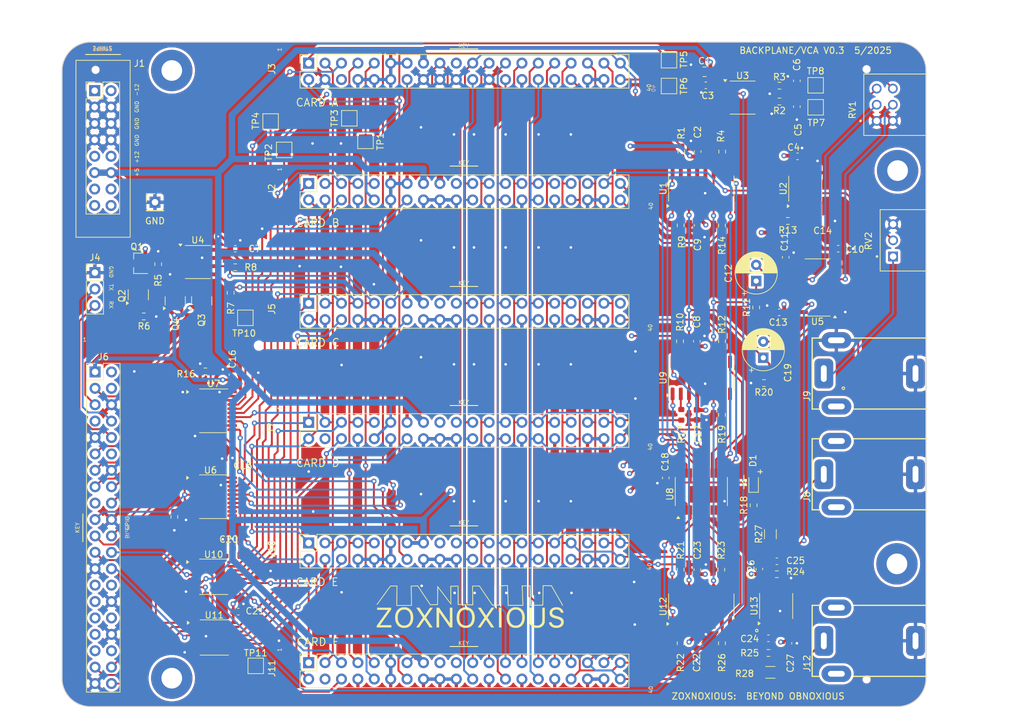
<source format=kicad_pcb>
(kicad_pcb (version 20221018) (generator pcbnew)
  (title_block (title "Zoxnoxious Backplane and VCA") (date "2025-05-20") (rev "0.3") (company "Zoxnoxious Engineering"))
  (layers (0 "F.Cu" signal) (1 "In1.Cu" power) (2 "In2.Cu" mixed) (31 "B.Cu" signal) (34 "B.Paste" user) (35 "F.Paste" user) (36 "B.SilkS" user "B.Silkscreen") (37 "F.SilkS" user "F.Silkscreen") (38 "B.Mask" user) (39 "F.Mask" user) (44 "Edge.Cuts" user))
  (net 0 "")
  (net 1 "GND")
  (net 2 "/P5V_HAT")
  (net 3 "-12V")
  (net 4 "+12V")
  (net 5 "+5V")
  (net 6 "/SDA1")
  (net 7 "/SCL1")
  (net 8 "Net-(C4-Pad1)")
  (net 9 "Net-(C26-Pad2)")
  (net 10 "+3.3V")
  (net 11 "Net-(U7C-Vref)")
  (net 12 "/TXD0")
  (net 13 "/RXD0")
  (net 14 "Net-(U10A--)")
  (net 15 "Net-(U10B--)")
  (net 16 "/MUX_CS0")
  (net 17 "/MUX_CS1")
  (net 18 "/MUX_CS2")
  (net 19 "/SPI_MOSI")
  (net 20 "/SPI_MISO")
  (net 21 "/SPI_CLK")
  (net 22 "/SDA0")
  (net 23 "/SCL0")
  (net 24 "/MODULE_A_3V")
  (net 25 "/MODULE_B_3V")
  (net 26 "/MODULE_C_3V")
  (net 27 "/MODULE_D_3V")
  (net 28 "/MODULE_F_3V")
  (net 29 "/MODULE_E_3V")
  (net 30 "Net-(U7A-Signal)")
  (net 31 "Net-(U7B-Signal)")
  (net 32 "Net-(D1-K)")
  (net 34 "/SCL_5V")
  (net 35 "/MODULE_A_5V")
  (net 36 "/SDA_5V")
  (net 37 "/SPI_MISO_5V")
  (net 38 "/SPI_CLK1_5V")
  (net 39 "/MODULE_B_5V")
  (net 40 "/MODULE_C_5V")
  (net 41 "/MODULE_D_5V")
  (net 42 "/MODULE_E_5V")
  (net 43 "/MODULE_F_5V")
  (net 56 "/EXTERNAL_AUDIO")
  (net 57 "/SPI_CS1")
  (net 58 "/SPI_CS0")
  (net 59 "Net-(Q1B-C)")
  (net 60 "Net-(R5-Pad1)")
  (net 61 "Net-(Q1A-B)")
  (net 62 "Net-(U4-VA)")
  (net 63 "Net-(U4-VB)")
  (net 64 "/SPI_MOSI1_5V")
  (net 65 "Net-(U5-IO0_7)")
  (net 66 "Net-(C19-Pad2)")
  (net 67 "Net-(R17-Pad1)")
  (net 68 "Net-(C20-Pad2)")
  (net 69 "Net-(R18-Pad1)")
  (net 70 "Net-(R21-Pad1)")
  (net 71 "/CARD1_OUT2")
  (net 72 "/CARD1_OUT1")
  (net 73 "/CARD6_OUT2")
  (net 74 "/CARD6_OUT1")
  (net 75 "/CARD5_OUT2")
  (net 76 "/CARD5_OUT1")
  (net 77 "/CARD4_OUT2")
  (net 78 "/CARD4_OUT1")
  (net 79 "/CARD3_OUT2")
  (net 80 "/CARD3_OUT1")
  (net 81 "/CARD2_OUT2")
  (net 82 "/CARD2_OUT1")
  (net 83 "/SPI_CS1_A")
  (net 84 "/SPI_CS0_A")
  (net 85 "/SPI_CS1_B")
  (net 86 "/SPI_CS0_B")
  (net 87 "/SPI_CS1_C")
  (net 88 "/SPI_CS0_C")
  (net 89 "/SPI_CS1_D")
  (net 90 "/SPI_CS0_D")
  (net 91 "/SPI_CS1_E")
  (net 92 "/SPI_CS0_E")
  (net 93 "/SPI_CS1_F")
  (net 94 "/SPI_CS0_F")
  (net 95 "/SPI_CLK2_5V")
  (net 96 "/SPI_MOSI2_5V")
  (net 97 "Net-(R22-Pad1)")
  (net 98 "/Sheet624DD88D/RIGHT")
  (net 99 "/Sheet624DD88D/LEFT")
  (net 100 "/SPI_CLK3_5V")
  (net 101 "Net-(U3-B0)")
  (net 102 "Net-(R7-Pad1)")
  (net 103 "/Sheet624DD88D/MIX2_VCA_IN")
  (net 104 "Net-(R9-Pad1)")
  (net 105 "Net-(R12-Pad1)")
  (net 106 "Net-(R13-Pad1)")
  (net 107 "Net-(R14-Pad1)")
  (net 108 "/SPI_CS0_H")
  (net 109 "/Sheet624DD88D/MIX1_CARD6_CTRL")
  (net 110 "/Sheet624DD88D/MIX1_CARD5_CTRL")
  (net 111 "/Sheet624DD88D/MIX1_CARD4_CTRL")
  (net 112 "/Sheet624DD88D/MIX1_CARD3_CTRL")
  (net 113 "/Sheet624DD88D/MIX1_CARD2_CTRL")
  (net 114 "/Sheet624DD88D/MIX1_CARD1_CTRL")
  (net 115 "/Sheet624DD88D/DAC_CV_VCA_LEFT")
  (net 116 "/Sheet624DD88D/DAC_CV_VCA_RIGHT")
  (net 117 "Net-(R30-Pad1)")
  (net 118 "Net-(R31-Pad1)")
  (net 119 "/SPI_CS1_H")
  (net 120 "Net-(U13A-+)")
  (net 121 "/Sheet624DD88D/MIX1_VCA_IN")
  (net 125 "/SPI_MOSI3_5V")
  (net 126 "Net-(U2-A6)")
  (net 129 "/Sheet624DD88D/MIX2_CARD1_CTRL")
  (net 130 "/Sheet624DD88D/MIX2_CARD2_CTRL")
  (net 133 "Net-(U13B--)")
  (net 135 "/Sheet624DD88D/MIX2_CARD3_CTRL")
  (net 136 "/Sheet624DD88D/MIX2_CARD4_CTRL")
  (net 137 "/Sheet624DD88D/MIX2_CARD5_CTRL")
  (net 138 "/Sheet624DD88D/MIX2_CARD6_CTRL")
  (net 140 "Net-(U7A-V_E)")
  (net 141 "Net-(U7B-V_E)")
  (net 145 "Net-(U13A--)")
  (net 146 "Net-(J10-Pad3)")
  (footprint "MountingHole:MountingHole_3.2mm_M3_Pad" (layer "F.Cu") (at 55.8 44.8 -90)
    (fp_text reference "H1" hide)
    (fp_text value "3mm_Mounting_Hole")
  )
  (footprint "project_footprints:PinSocket_2x20_P2.54mm_SullinsPolarized" (layer "F.Cu") (at 77 62.2 90)
    (fp_text reference "J2")
    (fp_text value "Conn_02x20_Odd_Even")
  )
  (footprint "project_footprints:PinSocket_2x20_P2.54mm_SullinsPolarized" (layer "F.Cu") (at 77 80.74 90)
    (fp_text reference "J5")
    (fp_text value "Conn_02x20_Odd_Even")
  )
  (footprint "project_footprints:PinSocket_2x20_P2.54mm_SullinsPolarized" (layer "F.Cu") (at 77 117.86 90)
    (fp_text reference "J10")
    (fp_text value "Conn_02x20_Odd_Even")
  )
  (footprint "Package_SO:TSSOP-24_4.4x7.8mm_P0.65mm" (layer "F.Cu") (at 137.8 110 90)
    (fp_text reference "U8")
    (fp_text value "PCA9555PW")
  )
  (footprint "Capacitor_SMD:C_0603_1608Metric" (layer "F.Cu") (at 132.3 107.9 90)
    (fp_text reference "C18")
    (fp_text value "0.1u")
  )
  (footprint "Capacitor_SMD:C_0603_1608Metric" (layer "F.Cu") (at 138.5 47.1)
    (fp_text reference "C3")
    (fp_text value "0.1u")
  )
  (footprint "Capacitor_SMD:C_0805_2012Metric" (layer "F.Cu") (at 138.3 45)
    (fp_text reference "C1")
    (fp_text value "4.7u")
  )
  (footprint "Capacitor_SMD:C_0603_1608Metric" (layer "F.Cu") (at 137.235 68.775 90)
    (fp_text reference "C9")
    (fp_text value "0.1u")
  )
  (footprint "Capacitor_SMD:C_0603_1608Metric" (layer "F.Cu") (at 137.235 57.35 90)
    (fp_text reference "C2")
    (fp_text value "0.1u")
  )
  (footprint "Capacitor_SMD:C_0603_1608Metric" (layer "F.Cu") (at 137.105 98.125 90)
    (fp_text reference "C17")
    (fp_text value "0.1u")
  )
  (footprint "Capacitor_SMD:C_0603_1608Metric" (layer "F.Cu") (at 137.105 86.725 90)
    (fp_text reference "C8")
    (fp_text value "0.1u")
  )
  (footprint "Capacitor_SMD:C_0603_1608Metric" (layer "F.Cu") (at 137.1 133.5 90)
    (fp_text reference "C22")
    (fp_text value "0.1u")
  )
  (footprint "Capacitor_SMD:C_0603_1608Metric" (layer "F.Cu") (at 137.2 122.1 90)
    (fp_text reference "C23")
    (fp_text value "0.1u")
  )
  (footprint "project_footprints:Jack_3.5mm_729JH-R_Horizontal" (layer "F.Cu") (at 172.97 107.325 90)
    (fp_text reference "J8")
    (fp_text value "AudioJack_729JH")
  )
  (footprint "project_footprints:Jack_3.5mm_729JH-R_Horizontal" (layer "F.Cu") (at 172.97 91.725 90)
    (fp_text reference "J9")
    (fp_text value "AudioJack_729JH")
  )
  (footprint "Resistor_SMD:R_0603_1608Metric" (layer "F.Cu") (at 141 86.725 90)
    (fp_text reference "R12")
    (fp_text value "47k")
  )
  (footprint "Resistor_SMD:R_0603_1608Metric" (layer "F.Cu") (at 134.705 98.125 -90)
    (fp_text reference "R17")
    (fp_text value "47k")
  )
  (footprint "Resistor_SMD:R_1206_3216Metric" (layer "F.Cu") (at 148.5 138 180)
    (fp_text reference "R28")
    (fp_text value "100")
  )
  (footprint "Resistor_SMD:R_1206_3216Metric" (layer "F.Cu") (at 148.5 116.6 -90)
    (fp_text reference "R27")
    (fp_text value "100")
  )
  (footprint "Resistor_SMD:R_0603_1608Metric" (layer "F.Cu") (at 134.505 86.725 90)
    (fp_text reference "R10")
    (fp_text value "47k")
  )
  (footprint "Resistor_SMD:R_0603_1608Metric" (layer "F.Cu") (at 141 98.125 -90)
    (fp_text reference "R19")
    (fp_text value "47k")
  )
  (footprint "Package_SO:SOIC-16_3.9x9.9mm_P1.27mm" (layer "F.Cu") (at 137.8 63.075 90)
    (fp_text reference "U1")
    (fp_text value "DG442xY")
  )
  (footprint "Package_SO:SOIC-8_3.9x4.9mm_P1.27mm" (layer "F.Cu") (at 144.2 49)
    (fp_text reference "U3")
    (fp_text value "MCP4822")
  )
  (footprint "Package_SO:TSSOP-16_4.4x5mm_P0.65mm" (layer "F.Cu") (at 62.2875 123.2)
    (fp_text reference "U10")
    (fp_text value "74HCT138")
  )
  (footprint "Package_SO:TSSOP-20_4.4x6.5mm_P0.65mm" (layer "F.Cu") (at 62.2875 110.8)
    (fp_text reference "U6")
    (fp_text value "74HCT245")
  )
  (footprint "Resistor_SMD:R_0603_1608Metric" (layer "F.Cu") (at 53.7 74.8 90)
    (fp_text reference "R5")
    (fp_text value "47k")
  )
  (footprint "Capacitor_SMD:C_0603_1608Metric" (layer "F.Cu") (at 66.1 128.6 180)
    (fp_text reference "C21")
    (fp_text value "0.1u")
  )
  (footprint "Capacitor_SMD:C_0603_1608Metric" (layer "F.Cu") (at 64.4 106.1)
    (fp_text reference "C15")
    (fp_text value "0.1u")
  )
  (footprint "Capacitor_SMD:C_0603_1608Metric" (layer "F.Cu") (at 65.2 91.9 -90)
    (fp_text reference "C16")
    (fp_text value "0.1u")
  )
  (footprint "Connector_PinHeader_2.54mm:PinHeader_2x20_P2.54mm_Vertical" (layer "F.Cu") (at 43.925 91.475)
    (fp_text reference "J6")
    (fp_text value "Conn_02x20_Odd_Even")
  )
  (footprint "Capacitor_SMD:C_0603_1608Metric" (layer "F.Cu") (at 65.635 72.4 180)
    (fp_text reference "C7")
    (fp_text value "0.1u")
  )
  (footprint "Capacitor_SMD:C_0603_1608Metric" (layer "F.Cu") (at 64.5 118.8)
    (fp_text reference "C20")
    (fp_text value "0.1u")
  )
  (footprint "Package_TO_SOT_SMD:SOT-23" (layer "F.Cu") (at 60.435 80.465 90)
    (fp_text reference "Q3")
    (fp_text value "BSS138")
  )
  (footprint "Package_TO_SOT_SMD:SOT-23" (layer "F.Cu") (at 56.335 80.465 90)
    (fp_text reference "Q4")
    (fp_text value "BSS138")
  )
  (footprint "Resistor_SMD:R_0603_1608Metric" (layer "F.Cu") (at 64.9125 79.225 90)
    (fp_text reference "R7")
    (fp_text value "3k3")
  )
  (footprint "Package_SO:SOIC-8_3.9x4.9mm_P1.27mm" (layer "F.Cu") (at 59.835 74.465)
    (fp_text reference "U4")
    (fp_text value "M24C02-WMN")
  )
  (footprint "Package_SO:TSSOP-16_4.4x5mm_P0.65mm" (layer "F.Cu") (at 62.3875 132.6)
    (fp_text reference "U11")
    (fp_text value "74HCT138")
  )
  (footprint "Package_SO:TSSOP-20_4.4x6.5mm_P0.65mm" (layer "F.Cu") (at 62.2875 97.5)
    (fp_text reference "U7")
    (fp_text value "74LVC245")
  )
  (footprint "Resistor_SMD:R_0603_1608Metric" (layer "F.Cu") (at 149.9 47.15 180)
    (fp_text reference "R3")
    (fp_text value "10k")
  )
  (footprint "Resistor_SMD:R_0603_1608Metric" (layer "F.Cu") (at 149.9 49.6 180)
    (fp_text reference "R2")
    (fp_text value "10k")
  )
  (footprint "Capacitor_SMD:C_0603_1608Metric" (layer "F.Cu") (at 152.6 46.4 90)
    (fp_text reference "C6")
    (fp_text value "0.1u")
  )
  (footprint "Capacitor_SMD:C_0603_1608Metric" (layer "F.Cu") (at 152.6 50.4 90)
    (fp_text reference "C5")
    (fp_text value "0.1u")
  )
  (footprint "Package_SO:SOIC-8_3.9x4.9mm_P1.27mm" (layer "F.Cu") (at 149.395 127.725 90)
    (fp_text reference "U13")
    (fp_text value "NE5532")
  )
  (footprint "Capacitor_SMD:C_0603_1608Metric" (layer "F.Cu") (at 148.195 132.725 180)
    (fp_text reference "C24")
    (fp_text value "100p")
  )
  (footprint "Capacitor_SMD:C_0603_1608Metric" (layer "F.Cu") (at 152.7 58.1 180)
    (fp_text reference "C4")
    (fp_text value "0.1u")
  )
  (footprint "Capacitor_SMD:C_0603_1608Metric" (layer "F.Cu") (at 151.3 133.5 -90)
    (fp_text reference "C27")
    (fp_text value "0.1u")
  )
  (footprint "Capacitor_SMD:C_0603_1608Metric" (layer "F.Cu") (at 146.8 122 90)
    (fp_text reference "C26")
    (fp_text value "0.1u")
  )
  (footprint "Resistor_SMD:R_0603_1608Metric" (layer "F.Cu") (at 148.195 135)
    (fp_text reference "R25")
    (fp_text value "47k")
  )
  (footprint "Resistor_SMD:R_0603_1608Metric" (layer "F.Cu") (at 134.7 57.35 90)
    (fp_text reference "R1")
    (fp_text value "47k")
  )
  (footprint "Capacitor_SMD:C_0603_1608Metric" (layer "F.Cu") (at 149.5 120.8 180)
    (fp_text reference "C25")
    (fp_text value "100p")
  )
  (footprint "Resistor_SMD:R_0603_1608Metric" (layer "F.Cu") (at 149.5 122.8)
    (fp_text reference "R24")
    (fp_text value "47k")
  )
  (footprint "MountingHole:MountingHole_3.2mm_M3_Pad" (layer "F.Cu") (at 55.8 138.9 -90)
    (fp_text reference "H3" hide)
    (fp_text value "3mm_Mounting_Hole")
  )
  (footprint "MountingHole:MountingHole_3.2mm_M3_Pad" (layer "F.Cu") (at 168.1 121.2 -90)
    (fp_text reference "H4" hide)
    (fp_text value "3mm_Mounting_Hole")
  )
  (footprint "MountingHole:MountingHole_3.2mm_M3_Pad" (layer "F.Cu") (at 168.2 60.3 -90)
    (fp_text reference "H2" hide)
    (fp_text value "3mm_Mounting_Hole")
  )
  (footprint "Resistor_SMD:R_0603_1608Metric" (layer "F.Cu") (at 65.635 75.265 180)
    (fp_text reference "R8")
    (fp_text value "3k3")
  )
  (footprint "Resistor_SMD:R_0603_1608Metric" (layer "F.Cu") (at 134.6 133.5 -90)
    (fp_text reference "R22")
    (fp_text value "47k")
  )
  (footprint "project_footprints:TRIM_PTN092-H10115K1B" (layer "F.Cu") (at 167.4625 50.1 90)
    (fp_text reference "RV1")
    (fp_text value "10k")
  )
  (footprint "Resistor_SMD:R_0603_1608Metric" (layer "F.Cu") (at 141 68.8 -90)
    (fp_text reference "R14")
    (fp_text value "47k")
  )
  (footprint "Resistor_SMD:R_0603_1608Metric" (layer "F.Cu") (at 151.2 68.1 180)
    (fp_text reference "R13")
    (fp_text value "51")
  )
  (footprint "Resistor_SMD:R_0603_1608Metric" (layer "F.Cu") (at 134.6 68.775 -90)
    (fp_text reference "R9")
    (fp_text value "47k")
  )
  (footprint "Package_SO:SOIC-16_3.9x9.9mm_P1.27mm" (layer "F.Cu") (at 137.8 127.8 90)
    (fp_text reference "U12")
    (fp_text value "DG442xY")
  )
  (footprint "Resistor_SMD:R_0603_1608Metric" (layer "F.Cu") (at 141.035 57.35 90)
    (fp_text reference "R4")
    (fp_text value "47k")
  )
  (footprint "Resistor_SMD:R_0603_1608Metric" (layer "F.Cu") (at 140.9 122.1 90)
    (fp_text reference "R23")
    (fp_text value "47k")
  )
  (footprint "Package_SO:SOIC-8_3.9x4.9mm_P1.27mm" (layer "F.Cu") (at 153.9 63.1 90)
    (fp_text reference "U2")
    (fp_text value "TL072")
  )
  (footprint "TestPoint:TestPoint_Pad_2.0x2.0mm" (layer "F.Cu") (at 132.8 47.2)
    (fp_text reference "TP6")
    (fp_text value "TestPoint")
  )
  (footprint "TestPoint:TestPoint_Pad_2.0x2.0mm" (layer "F.Cu") (at 85.8 55.7)
    (fp_text reference "TP1")
    (fp_text value "TestPoint")
  )
  (footprint "TestPoint:TestPoint_Pad_2.0x2.0mm" (layer "F.Cu") (at 83.3 52.2)
    (fp_text reference "TP3")
    (fp_text value "TestPoint")
  )
  (footprint "TestPoint:TestPoint_Pad_2.0x2.0mm" (layer "F.Cu") (at 67.2 83.1)
    (fp_text reference "TP10")
    (fp_text value "TestPoint")
  )
  (footprint "Connector_PinHeader_2.54mm:PinHeader_1x01_P2.54mm_Vertical" (layer "F.Cu") (at 53.2 65.2)
    (fp_text reference "TP9" hide)
    (fp_text value "TestPoint")
  )
  (footprint "TestPoint:TestPoint_Pad_2.0x2.0mm" (layer "F.Cu") (at 71.1 52.7)
    (fp_text reference "TP4")
    (fp_text value "TestPoint")
  )
  (footprint "TestPoint:TestPoint_Pad_2.0x2.0mm" (layer "F.Cu") (at 73.2 57.1)
    (fp_text reference "TP2")
    (fp_text value "TestPoint")
  )
  (footprint "TestPoint:TestPoint_Pad_2.0x2.0mm" (layer "F.Cu") (at 68.8 137)
    (fp_text reference "TP11")
    (fp_text value "TestPoint")
  )
  (footprint "TestPoint:TestPoint_Pad_2.0x2.0mm" (layer "F.Cu") (at 155.5 47.1)
    (fp_text reference "TP8")
    (fp_text value "TestPoint")
  )
  (footprint "TestPoint:TestPoint_Pad_2.0x2.0mm" (layer "F.Cu") (at 155.5 50.505)
    (fp_text reference "TP7")
    (fp_text value "TestPoint")
  )
  (footprint "LED_SMD:LED_0603_1608Metric" (layer "F.Cu") (at 145.9 108.625 90)
    (fp_text reference "D1")
    (fp_text value "LED")
  )
  (footprint "Resistor_SMD:R_0603_1608Metric" (layer "F.Cu") (at 145.9 112.125 -90)
    (fp_text reference "R18")
    (fp_text value "4k7")
  )
  (footprint "project_footprints:zoxnoxious" (layer "F.Cu") (at 102 127.8)
    (fp_text reference "G***" hide)
    (fp_text value "LOGO" hide)
  )
  (footprint "Resistor_SMD:R_0603_1608Metric" (layer "F.Cu") (at 51.4625 82.8875)
    (fp_text reference "R6")
    (fp_text value "10k")
  )
  (footprint "project_footprints:PinSocket_2x20_P2.54mm_SullinsPolarized" (layer "F.Cu") (at 77 99.18 90)
    (fp_text reference "J7")
    (fp_text value "Conn_02x20_Odd_Even")
  )
  (footprint "project_footprints:PinSocket_2x20_P2.54mm_SullinsPolarized" (layer "F.Cu") (at 77 43.56 90)
    (fp_text reference "J3")
    (fp_text value "Conn_02x20_Odd_Even")
  )
  (footprint "Connector_PinHeader_2.54mm:PinHeader_2x08_P2.54mm_ShroudedKey" (layer "F.Cu") (at 43.86 47.92)
    (fp_text reference "J1")
    (fp_text value "Eurorack Power")
  )
  (footprint "TestPoint:TestPoint_Pad_2.0x2.0mm" (layer "F.Cu") (at 132.8 43.2)
    (fp_text reference "TP5")
    (fp_text value "TestPoint")
  )
  (footprint "project_footprints:PinSocket_2x20_P2.54mm_SullinsPolarized" (layer "F.Cu") (at 77 136.4 90)
    (fp_text reference "J11")
    (fp_text value "Conn_02x20_Odd_Even")
  )
  (footprint "Package_TO_SOT_SMD:SOT-23-6" (layer "F.Cu") (at 50.6125 79.525 90)
    (fp_text reference "Q2")
    (fp_text value "DMMT5401")
  )
  (footprint "project_footprints:SOT-23-DMG2305UX" (layer "F.Cu") (at 50.6625 74.6625 180)
    (fp_text reference "Q1")
    (fp_text value "DMG2305UX")
  )
  (footprint "Resistor_SMD:R_0603_1608Metric" (layer "F.Cu") (at 61 91.4 180)
    (fp_text reference "R16")
    (fp_text value "10k")
  )
  (footprint "Capacitor_SMD:C_0603_1608Metric" (layer "F.Cu") (at 149.86 82.25 180)
    (fp_text reference "C13")
    (fp_text value "0.1u")
  )
  (footprint "Connector_PinHeader_2.54mm:PinHeader_1x03_P2.54mm_Vertical" (layer "F.Cu") (at 43.9 76.1)
    (fp_text reference "J4")
    (fp_text value "Conn_01x03")
  )
  (footprint "Package_SO:SOIC-16_3.9x9.9mm_P1.27mm" (layer "F.Cu") (at 137.8 92.4 90)
    (fp_text reference "U9")
    (fp_text value "DG442xY")
  )
  (footprint "Resistor_SMD:R_0603_1608Metric" (layer "F.Cu") (at 147.5 93.2 180)
    (fp_text reference "R20")
    (fp_text value "2k")
  )
  (footprint "Package_SO:SOIC-14_3.9x8.7mm_P1.27mm" (layer "F.Cu") (at 155.8 78.4 180)
    (fp_text reference "U5")
    (fp_text value "AS3360")
  )
  (footprint "Resistor_SMD:R_0603_1608Metric" (layer "F.Cu") (at 134.6 122.1 90)
    (fp_text reference "R21")
    (fp_text value "47k")
  )
  (footprint "Capacitor_THT:CP_Radial_D6.3mm_P2.50mm" (layer "F.Cu") (at 146.3 77.4 90)
    (fp_text reference "C12")
    (fp_text value "47u")
  )
  (footprint "Capacitor_SMD:C_0603_1608Metric" (layer "F.Cu") (at 150.875 73.73 -90)
    (fp_text reference "C11")
    (fp_text value "4.7n")
  )
  (footprint "Resistor_SMD:R_0603_1608Metric" (layer "F.Cu") (at 146.3 81.5 -90)
    (fp_text reference "R11")
    (fp_text value "2k")
  )
  (footprint "Capacitor_SMD:C_0603_1608Metric" (layer "F.Cu") (at 159 72.4)
    (fp_text reference "C10")
    (fp_text value "0.1u")
  )
  (footprint "Capacitor_SMD:C_0603_1608Metric" (layer "F.Cu") (at 156.6 68.1 180)
    (fp_text reference "C14")
    (fp_text value "0.1u")
  )
  (footprint "Resistor_SMD:R_0603_1608Metric" (layer "F.Cu") (at 56.2 113.925 90)
    (fp_text reference "R15" hide)
    (fp_text value "10k")
  )
  (footprint "project_footprints:TRIM_PTN091-H10115K1B" (layer "F.Cu") (at 167.5 71.1 90)
    (fp_text reference "RV2")
    (fp_text value "100k")
  )
  (footprint "project_footprints:Jack_3.5mm_729JH-R_Horizontal" (layer "F.Cu") (at 172.97 133.125 90)
    (fp_text reference "J12")
    (fp_text value "AudioJack_729JH")
  )
  (footprint "Capacitor_THT:CP_Radial_D6.3mm_P2.50mm" (layer "F.Cu") (at 147.4 89.28238 90)
    (fp_text reference "C19")
    (fp_text value "47u")
  )
  (footprint "Resistor_SMD:R_0603_1608Metric" (layer "F.Cu") (at 141 133.5 -90)
    (fp_text reference "R26")
    (fp_text value "47k")
  )
  (gr_line (start 103.2 41.46) (end 98.9 41.46) (stroke (width 0.15)) (layer "F.SilkS"))
  (gr_line (start 103.2 59.6) (end 98.9 59.6) (stroke (width 0.15)) (layer "F.SilkS"))
  (gr_line (start 103.2 78.24) (end 98.9 78.24) (stroke (width 0.15)) (layer "F.SilkS"))
  (gr_line (start 103.2 115.32) (end 98.9 115.32) (stroke (width 0.15)) (layer "F.SilkS"))
  (gr_line (start 103.2 134) (end 98.9 134) (stroke (width 0.15)) (layer "F.SilkS"))
  (gr_line (start 144.4 108.875) (end 144.1 108.375) (stroke (width 0.15)) (layer "F.SilkS"))
  (gr_line (start 103.2 96.68) (end 98.9 96.68) (stroke (width 0.15)) (layer "F.SilkS"))
  (gr_circle (center 159.8 94) (end 159.8 94.2) (stroke (width 0.15)) (fill none) (layer "F.SilkS"))
  (gr_line (start 146.95 107.2375) (end 146.95 106.6375) (stroke (width 0.15)) (layer "F.SilkS"))
  (gr_circle (center 146.395 131.525) (end 146.595 131.525) (stroke (width 0.15)) (fill none) (layer "F.SilkS"))
  (gr_line (start 47.86 42.32) (end 42.46 42.32) (stroke (width 0.15)) (layer "F.SilkS"))
  (gr_line (start 144.1 108.375) (end 144.8 108.375) (stroke (width 0.15)) (layer "F.SilkS"))
  (gr_line (start 144.4 107.475) (end 144.4 108.275) (stroke (width 0.15)) (layer "F.SilkS"))
  (gr_line (start 147.25 106.9375) (end 146.55 106.9375) (stroke (width 0.15)) (layer "F.SilkS"))
  (gr_line (start 42.025 113.475) (end 42.025 117.775) (stroke (width 0.15)) (layer "F.SilkS"))
  (gr_line (start 144.8 108.375) (end 144.4 108.875) (stroke (width 0.15)) (layer "F.SilkS"))
  (gr_line (start 144.8 108.975) (end 144.1 108.975) (stroke (width 0.15)) (layer "F.SilkS"))
  (gr_line (start 144.4 108.975) (end 144.4 109.575) (stroke (width 0.15)) (layer "F.SilkS"))
  (gr_line (start 168.100002 143.299999) (end 43.2 143.3) (stroke (width 0.15)) (layer "Edge.Cuts"))
  (gr_circle (center 44 44.7) (end 44.576 44.7) (stroke (width 0.05)) (fill none) (layer "Edge.Cuts"))
  (gr_circle (center 163.4 44.6) (end 163.976 44.6) (stroke (width 0.05)) (fill none) (layer "Edge.Cuts"))
  (gr_arc (start 38.798889 44.895457) (mid 40.082073 41.748245) (end 43.2 40.395457) (stroke (width 0.15)) (layer "Edge.Cuts"))
  (gr_line (start 43.2 40.4) (end 168.2 40.4) (stroke (width 0.15)) (layer "Edge.Cuts"))
  (gr_circle (center 163.4 139.1) (end 163.976 139.1) (stroke (width 0.05)) (fill none) (layer "Edge.Cuts"))
  (gr_line (start 38.8 139.095457) (end 38.798889 44.895457) (stroke (width 0.15)) (layer "Edge.Cuts"))
  (gr_line (start 172.6 44.8) (end 172.601135 138.899999) (stroke (width 0.15)) (layer "Edge.Cuts"))
  (gr_arc (start 172.601135 138.899999) (mid 171.276515 142.047228) (end 168.100002 143.299999) (stroke (width 0.15)) (layer "Edge.Cuts"))
  (gr_arc (start 168.2 40.4) (mid 171.31127 41.68873) (end 172.6 44.8) (stroke (width 0.15)) (layer "Edge.Cuts"))
  (gr_arc (start 43.2 143.3) (mid 40.15705 142.079865) (end 38.8 139.095457) (stroke (width 0.15)) (layer "Edge.Cuts"))
  (gr_text "1" (at 72.5 41.56 90) (layer "B.SilkS") (effects (font (size 0.6 0.6) (thickness 0.09)) (justify mirror)))
  (gr_text "40" (at 130.4 47.56 90) (layer "B.SilkS") (effects (font (size 0.6 0.6) (thickness 0.09)) (justify mirror)))
  (gr_text "PI GPIO" (at 48.925 115.555 90) (layer "B.SilkS") (effects (font (size 0.6 0.6) (thickness 0.09)) (justify mirror)))
  (gr_text "STRIPE" (at 45.06 41.42 180) (layer "B.SilkS") (effects (font (size 0.6 0.6) (thickness 0.09)) (justify mirror)))
  (gr_text "1" (at 72.5 60.1 90) (layer "F.SilkS") (effects (font (size 0.6 0.6) (thickness 0.09))))
  (gr_text "1" (at 72.5 78.74 90) (layer "F.SilkS") (effects (font (size 0.6 0.6) (thickness 0.09))))
  (gr_text "1" (at 72.5 97.08 90) (layer "F.SilkS") (effects (font (size 0.6 0.6) (thickness 0.09))))
  (gr_text "1" (at 72.5 115.82 90) (layer "F.SilkS") (effects (font (size 0.6 0.6) (thickness 0.09))))
  (gr_text "1" (at 72.5 134.5 90) (layer "F.SilkS") (effects (font (size 0.6 0.6) (thickness 0.09))))
  (gr_text "40" (at 130 65.8 90) (layer "F.SilkS") (effects (font (size 0.6 0.6) (thickness 0.09))))
  (gr_text "40" (at 129.9 84.64 90) (layer "F.SilkS") (effects (font (size 0.6 0.6) (thickness 0.09))))
  (gr_text "40" (at 129.9 103.08 90) (layer "F.SilkS") (effects (font (size 0.6 0.6) (thickness 0.09))))
  (gr_text "40" (at 129.8 121.62 90) (layer "F.SilkS") (effects (font (size 0.6 0.6) (thickness 0.09))))
  (gr_text "40" (at 130 140.7 90) (layer "F.SilkS") (effects (font (size 0.6 0.6) (thickness 0.09))))
  (gr_text "CARD B" (at 78.4 68.4) (layer "F.SilkS") (effects (font (size 1.2 1.2))))
  (gr_text "CARD C" (at 78.4 86.94) (layer "F.SilkS") (effects (font (size 1.2 1.2))))
  (gr_text "CARD D" (at 78.4 105.58) (layer "F.SilkS") (effects (font (size 1.2 1.2))))
  (gr_text "CARD E" (at 78.3 124.02) (layer "F.SilkS") (effects (font (size 1.2 1.2))))
  (gr_text "KEY" (at 101 40.96) (layer "F.SilkS") (effects (font (size 0.6 0.6) (thickness 0.09))))
  (gr_text "KEY" (at 101 59.1) (layer "F.SilkS") (effects (font (size 0.6 0.6) (thickness 0.09))))
  (gr_text "KEY" (at 101 77.74) (layer "F.SilkS") (effects (font (size 0.6 0.6) (thickness 0.09))))
  (gr_text "KEY" (at 101 114.82) (layer "F.SilkS") (effects (font (size 0.6 0.6) (thickness 0.09))))
  (gr_text "KEY" (at 101 133.5) (layer "F.SilkS") (effects (font (size 0.6 0.6) (thickness 0.09))))
  (gr_text "KEY" (at 101 96.18) (layer "F.SilkS") (effects (font (size 0.6 0.6) (thickness 0.09))))
  (gr_text "CARD F" (at 78.4 133.3) (layer "F.SilkS") (effects (font (size 1.2 1.2))))
  (gr_text "1" (at 42.325 86.475) (layer "F.SilkS") (effects (font (size 0.6 0.6) (thickness 0.09))))
  (gr_text "GND" (at 50.4 55.61143 90) (layer "F.SilkS") (effects (font (size 0.6 0.6) (thickness 0.09))))
  (gr_text "KEY" (at 41.2 115.6 90) (layer "F.SilkS") (effects (font (size 0.6 0.6) (thickness 0.09))))
  (gr_text "GND" (at 50.4 50.42286 90) (layer "F.SilkS") (effects (font (size 0.6 0.6) (thickness 0.09))))
  (gr_text "-12" (at 50.4 47.8 90) (layer "F.SilkS") (effects (font (size 0.6 0.6) (thickness 0.09))))
  (gr_text "TX" (at 46.4 78.38 -90) (layer "F.SilkS") (effects (font (size 0.6 0.6) (thickness 0.09))))
  (gr_text "GND" (at 53.2 68.1) (layer "F.SilkS") (effects (font (size 1 1))))
  (gr_text "CARD A" (at 78.3 49.76) (layer "F.SilkS") (effects (font (size 1.2 1.2))))
  (gr_text "PI GPIO" (at 48.925 115.555 90) (layer "F.SilkS") (effects (font (size 0.6 0.6) (thickness 0.09))))
  (gr_text "STRIPE" (at 45.06 41.32 180) (layer "F.SilkS") (effects (font (size 0.6 0.6) (thickness 0.09))))
  (gr_text "BACKPLANE/VCA V0.3  5/2025" (at 155.5 41.7) (layer "F.SilkS") (effects (font (size 1 1))))
  (gr_text "+5" (at 50.4 60.6 90) (layer "F.SilkS") (effects (font (size 0.6 0.6) (thickness 0.09))))
  (gr_text "GND" (at 50.4 53.017145 90) (layer "F.SilkS") (effects (font (size 0.6 0.6) (thickness 0.09))))
  (gr_text "GND" (at 46.4 75.98 -90) (layer "F.SilkS") (effects (font (size 0.6 0.6) (thickness 0.09))))
  (gr_text "40" (at 129.7 47.46 90) (layer "F.SilkS") (effects (font (size 0.6 0.6) (thickness 0.09))))
  (gr_text "+12" (at 50.4 58.234286 90) (layer "F.SilkS") (effects (font (size 0.6 0.6) (thickness 0.09))))
  (gr_text "ZOXNOXIOUS:  BEYOND OBNOXIOUS" (at 146.6 141.7) (layer "F.SilkS") (effects (font (size 1 1))))
  (gr_text "1" (at 72.5 41.56 90) (layer "F.SilkS") (effects (font (size 0.6 0.6) (thickness 0.09))))
  (gr_text "RX\n" (at 46.4 81.08 -90) (layer "F.SilkS") (effects (font (size 0.6 0.6) (thickness 0.09))))
  (segment (start 61.1 132.4) (end 60.575 132.925) (width 0.3) (layer "F.Cu") (net 1))
  (segment (start 66.41 72.4) (end 66.41 71.11) (width 0.6) (layer "F.Cu") (net 1))
  (segment (start 57.7 94.6) (end 57.5 94.6) (width 0.3) (layer "F.Cu") (net 1))
  (segment (start 137.2 121.325) (end 138.475 121.325) (width 0.6) (layer "F.Cu") (net 1))
  (segment (start 138.435 130.275) (end 138.435 132.035) (width 0.3) (layer "F.Cu") (net 1))
  (segment (start 138.435 94.875) (end 138.435 93.335) (width 0.6) (layer "F.Cu") (net 1))
  (segment (start 152.055 72.955) (end 152.1 73) (width 0.3) (layer "F.Cu") (net 1))
  (segment (start 66.875 128.6) (end 66.875 127.425) (width 0.6) (layer "F.Cu") (net 1))
  (segment (start 59.425 94.575) (end 57.725 94.575) (width 0.3) (layer "F.Cu") (net 1))
  (segment (start 136.2 43.9) (end 136.25 43.9) (width 0.6) (layer "F.Cu") (net 1))
  (segment (start 141.375 112.8625) (end 141.375 111.525) (width 0.3) (layer "F.Cu") (net 1))
  (segment (start 157.375 68.1) (end 158.5 68.1) (width 0.6) (layer "F.Cu") (net 1))
  (segment (start 66.875 127.425) (end 66.9 127.4) (width 0.6) (layer "F.Cu") (net 1))
  (segment (start 58 114.4) (end 58.675 113.725) (width 0.3) (layer "F.Cu") (net 1))
  (segment (start 63.625 106.1) (end 63.625 104.925) (width 0.5) (layer "F.Cu") (net 1))
  (segment (start 60.575 132.925) (end 59.525 132.925) (width 0.3) (layer "F.Cu") (net 1))
  (segment (start 59.4 101.4) (end 59.4 100.45) (width 0.4) (layer "F.Cu") (net 1))
  (segment (start 149.085 82.25) (end 149.05 82.25) (width 0.6) (layer "F.Cu") (net 1))
  (segment (start 152.6 45.625) (end 151.275 45.625) (width 0.3) (layer "F.Cu") (net 1))
  (segment (start 138.6 98.9) (end 137.105 98.9) (width 0.6) (layer "F.Cu") (net 1))
  (segment (start 141.375 111.525) (end 141.4 111.5) (width 0.3) (layer "F.Cu") (net 1))
  (segment (start 138.435 93.335) (end 138.4 93.3) (width 0.6) (layer "F.Cu") (net 1))
  (segment (start 151.275 45.625) (end 151.2 45.7) (width 0.3) (layer "F.Cu") (net 1))
  (segment (start 145.525 121.225) (end 145.5 121.2) (width 0.6) (layer "F.Cu") (net 1))
  (segment (start 58.535661 123.525) (end 58 124.060661) (width 0.3) (layer "F.Cu") (net 1))
  (segment (start 56.2 114.75) (end 56.2 116) (width 0.3) (layer "F.Cu") (net 1))
  (segment (start 63.625 104.925) (end 63.6 104.9) (width 0.5) (layer "F.Cu") (net 1))
  (segment (start 55.54 76.37) (end 55.535 76.365) (width 0.6) (layer "F.Cu") (net 1))
  (segment (start 131.025 108.675) (end 131 108.7) (width 0.6) (layer "F.Cu") (net 1))
  (segment (start 150.03 128.53) (end 150 128.5) (width 0.3) (layer "F.Cu") (net 1))
  (segment (start 136.2 55.7) (end 136.36 55.7) (width 0.6) (layer "F.Cu") (net 1))
  (segment (start 148.105 50.905) (end 148.7 51.5) (width 0.3) (layer "F.Cu") (net 1))
  (segment (start 137.725 47.1) (end 137.725 48.125) (width 0.6) (layer "F.Cu") (net 1))
  (segment (start 160.09 82.21) (end 160.1 82.2) (width 0.6) (layer "F.Cu") (net 1))
  (segment (start 132.3 108.675) (end 131.025 108.675) (width 0.6) (layer "F.Cu") (net 1))
  (segment (start 58.675 113.725) (end 59.425 113.725) (width 0.3) (layer "F.Cu") (net 1))
  (segment (start 59.425 123.525) (end 58.535661 123.525) (width 0.3) (layer "F.Cu") (net 1))
  (segment (start 63.825 95.225) (end 65.15 95.225) (width 0.3) (layer "F.Cu") (net 1))
  (segment (start 63.725 117.425) (end 63.7 117.4) (width 0.6) (layer "F.Cu") (net 1))
  (segment (start 138.435 65.55) (end 138.435 63.835) (width 0.3) (layer "F.Cu") (net 1))
  (segment (start 151.3 125.25) (end 151.3 123.8) (width 0.3) (layer "F.Cu") (net 1))
  (segment (start 146.675 48.365) (end 148.365 48.365) (width 0.3) (layer "F.Cu") (net 1))
  (segment (start 57.725 94.575) (end 57.7 94.6) (width 0.3) (layer "F.Cu") (net 1))
  (segment (start 66.41 71.11) (end 66.4 71.1) (width 0.6) (layer "F.Cu") (net 1))
  (segment (start 138.435 132.035) (end 138.5 132.1) (width 0.3) (layer "F.Cu") (net 1))
  (segment (start 57.36 76.37) (end 55.54 76.37) (width 0.6) (layer "F.Cu") (net 1))
  (segment (start 138.25 85.95) (end 138.3 85.9) (width 0.6) (layer "F.Cu") (net 1))
  (segment (start 148.365 48.365) (end 148.4 48.4) (width 0.3) (layer "F.Cu") (net 1))
  (segment (start 62.28 73.8) (end 62.31 73.83) (width 0.3) (layer "F.Cu") (net 1))
  (segment (start 151.3 123.8) (end 151.7 123.4) (width 0.3) (layer "F.Cu") (net 1))
  (segment (start 152.6 133.5) (end 151.825 134.275) (width 0.6) (layer "F.Cu") (net 1))
  (segment (start 63.725 118.8) (end 63.725 117.425) (width 0.6) (layer "F.Cu") (net 1))
  (segment (start 65.2 91.125) (end 63.725 91.125) (width 0.6) (layer "F.Cu") (net 1))
  (segment (start 57.825 134.875) (end 57.8 134.9) (width 0.4) (layer "F.Cu") (net 1))
  (segment (start 136.36 55.7) (end 137.235 56.575) (width 0.6) (layer "F.Cu") (net 1))
  (segment (start 145.125 82.325) (end 145.1 82.3) (width 0.3) (layer "F.Cu") (net 1))
  (segment (start 146.3 82.325) (end 145.125 82.325) (width 0.3) (layer "F.Cu") (net 1))
  (segment (start 63.725 91.125) (end 63.7 91.1) (width 0.6) (layer "F.Cu") (net 1))
  (segment (start 155.805 60.625) (end 155.805 58.805) (width 0.6) (layer "F.Cu") (net 1))
  (segment (start 53.3875 82.8875) (end 53.4 82.9) (width 0.3) (layer "F.Cu") (net 1))
  (segment (start 52.2875 82.8875) (end 53.3875 82.8875) (width 0.3) (layer "F.Cu") (net 1))
  (segment (start 153.475 56.875) (end 153.4 56.8) (width 0.6) (layer "F.Cu") (net 1))
  (segment (start 63.875 108.525) (end 65.15 108.525) (width 0.3) (layer "F.Cu") (net 1))
  (segment (start 60.5 73.8) (end 62.28 73.8) (width 0.3) (layer "F.Cu") (net 1))
  (segment (start 150.03 130.2) (end 150.03 128.53) (width 0.3) (layer "F.Cu") (net 1))
  (segment (start 59.4 100.45) (end 59.425 100.425) (width 0.4) (layer "F.Cu") (net 1))
  (segment (start 152.6 51.175) (end 152.6 52.4) (width 0.3) (layer "F.Cu") (net 1))
  (segment (start 151.825 134.275) (end 151.3 134.275) (width 0.6) (layer "F.Cu") (net 1))
  (segment (start 146.675 93.2) (end 145.5 93.2) (width 0.3) (layer "F.Cu") (net 1))
  (segment (start 146.675 50.905) (end 148.105 50.905) (width 0.3) (layer "F.Cu") (net 1))
  (segment (start 149.05 82.25) (end 148 81.2) (width 0.6) (layer "F.Cu") (net 1))
  (segment (start 58.025 125.475) (end 58 125.5) (width 0.4) (layer "F.Cu") (net 1))
  (segment (start 53.7 73.975) (end 53.7 72.8) (width 0.3) (layer "F.Cu") (net 1))
  (segment (start 137.25 69.55) (end 138.3 70.6) (width 0.6) (layer "F.Cu") (net 1))
  (segment (start 153.475 58.1) (end 153.475 56.875) (width 0.6) (layer "F.Cu") (net 1))
  (segment (start 58 124.060661) (end 58 125.5) (width 0.3) (layer "F.Cu") (net 1))
  (segment (start 137.725 48.125) (end 137.8 48.2) (width 0.6) (layer "F.Cu") (net 1))
  (segment (start 146.8 121.225) (end 145.525 121.225) (width 0.6) (layer "F.Cu") (net 1))
  (segment (start 137.105 85.95) (end 138.25 85.95) (width 0.6) (layer "F.Cu") (net 1))
  (segment (start 138.475 121.325) (end 138.5 121.3) (width 0.6) (layer "F.Cu") (net 1))
  (segment (start 59.525 134.875) (end 57.825 134.875) (width 0.4) (layer "F.Cu") (net 1))
  (segment (start 59.425 125.475) (end 58.025 125.475) (width 0.4) (layer "F.Cu") (net 1))
  (segment (start 63.2 94.6) (end 63.825 95.225) (width 0.3) (layer "F.Cu") (net 1))
  (segment (start 63.4 109) (end 63.875 108.525) (width 0.3) (layer "F.Cu") (net 1))
  (segment (start 136.25 43.9) (end 137.35 45) (width 0.6) (layer "F.Cu") (net 1))
  (segment (start 159.775 72.4) (end 161.3 72.4) (width 0.6) (layer "F.Cu") (net 1))
  (segment (start 137.235 69.55) (end 137.25 69.55) (width 0.6) (layer "F.Cu") (net 1))
  (segment (start 158.275 82.21) (end 160.09 82.21) (width 0.6) (layer "F.Cu") (net 1))
  (segment (start 150.875 72.955) (end 152.055 72.955) (width 0.3) (layer "F.Cu") (net 1))
  (segment (start 60.2 91.375) (end 60.175 91.4) (width 0.3) (layer "F.Cu") (net 1))
  (segment (start 60.2 90.2) (end 60.2 91.375) (width 0.3) (layer "F.Cu") (net 1))
  (segment (start 137.1 136) (end 137.1 134.275) (width 0.6) (layer "F.Cu") (net 1))
  (segment (start 138.435 63.835) (end 138.4 63.8) (width 0.3) (layer "F.Cu") (net 1))
  (segment (start 155.805 58.805) (end 155.8 58.8) (width 0.6) (layer "F.Cu") (net 1))
  (via (at 155.8 58.8) (size 0.8) (drill 0.4) (layers "F.Cu" "B.Cu") (net 1))
  (via (at 58 114.4) (size 0.8) (drill 0.4) (layers "F.Cu" "B.Cu") (net 1))
  (via (at 63.2 94.6) (size 0.8) (drill 0.4) (layers "F.Cu" "B.Cu") (net 1))
  (via (at 161.3 72.4) (size 0.8) (drill 0.4) (layers "F.Cu" "B.Cu") (net 1))
  (via (at 53.7 72.8) (size 0.8) (drill 0.4) (layers "F.Cu" "B.Cu") (net 1))
  (via (at 151.7 123.4) (size 0.8) (drill 0.4) (layers "F.Cu" "B.Cu") (net 1))
  (via (at 60.5 73.8) (size 0.8) (drill 0.4) (layers "F.Cu" "B.Cu") (net 1))
  (via (at 137.1 136) (size 0.8) (drill 0.4) (layers "F.Cu" "B.Cu") (net 1))
  (via (at 138.3 70.6) (size 0.8) (drill 0.4) (layers "F.Cu" "B.Cu") (net 1))
  (via (at 57.5 94.6) (size 0.8) (drill 0.4) (layers "F.Cu" "B.Cu") (net 1))
  (via (at 145.5 93.2) (size 0.8) (drill 0.4) (layers "F.Cu" "B.Cu") (net 1))
  (via (at 94.5 124.6) (size 0.8) (drill 0.4) (layers "F.Cu" "B.Cu") (net 1))
  (via (at 82 75.2) (size 0.8) (drill 0.4) (layers "F.Cu" "B.Cu") (net 1))
  (via (at 94.4 110.4) (size 0.8) (drill 0.4) (layers "F.Cu" "B.Cu") (net 1))
  (via (at 138.6 98.9) (size 0.8) (drill 0.4) (layers "F.Cu" "B.Cu") (net 1))
  (via (at 66.4 71.1) (size 0.8) (drill 0.4) (layers "F.Cu" "B.Cu") (net 1))
  (via (at 117.6 72.2) (size 0.8) (drill 0.4) (layers "F.Cu" "B.Cu") (net 1))
  (via (at 158.5 68.1) (size 0.8) (drill 0.4) (layers "F.Cu" "B.Cu") (net 1))
  (via (at 102.6 111.5) (size 0.8) (drill 0.4) (layers "F.Cu" "B.Cu") (net 1))
  (via (at 117.6 90.3) (size 0.8) (drill 0.4) (layers "F.Cu" "B.Cu") (net 1))
  (via (at 77.7 113.1) (size 0.8) (drill 0.4) (layers "F.Cu" "B.Cu") (net 1))
  (via (at 112.6 111.5) (size 0.8) (drill 0.4) (layers "F.Cu" "B.Cu") (net 1))
  (via (at 160.1 82.2) (size 0.8) (drill 0.4) (layers "F.Cu" "B.Cu") (net 1))
  (via (at 138.4 63.8) (size 0.8) (drill 0.4) (layers "F.Cu" "B.Cu") (net 1))
  (via (at 63.6 104.9) (size 0.8) (drill 0.4) (layers "F.Cu" "B.Cu") (net 1))
  (via (at 99.5 111.5) (size 0.8) (drill 0.4) (layers "F.Cu" "B.Cu") (net 1))
  (via (at 56.2 116) (size 0.8) (drill 0.4) (layers "F.Cu" "B.Cu") (net 1))
  (via (at 50 91.4) (size 0.8) (drill 0.4) (layers "F.Cu" "B.Cu") (net 1))
  (via (at 137.8 48.2) (size 0.8) (drill 0.4) (layers "F.Cu" "B.Cu") (net 1))
  (via (at 63.4 109) (size 0.8) (drill 0.4) (layers "F.Cu" "B.Cu") (net 1))
  (via (at 102.6 72.2) (size 0.8) (drill 0.4) (layers "F.Cu" "B.Cu") (net 1))
  (via (at 127.5 130.6) (size 0.8) (drill 0.4) (layers "F.Cu" "B.Cu") (net 1))
  (via (at 107.5 111.5) (size 0.8) (drill 0.4) (layers "F.Cu" "B.Cu") (net 1))
  (via (at 152.6 133.5) (size 0.8) (drill 0.4) (layers "F.Cu" "B.Cu") (net 1))
  (via (at 57.8 134.9) (size 0.8) (drill 0.4) (layers "F.Cu" "B.Cu") (net 1))
  (via (at 152.6 52.4) (size 0.8) (drill 0.4) (layers "F.Cu" "B.Cu") (net 1))
  (via (at 153.4 56.8) (size 0.8) (drill 0.4) (layers "F.Cu" "B.Cu") (net 1))
  (via (at 117.7 125.7) (size 0.8) (drill 0.4) (layers "F.Cu" "B.Cu") (net 1))
  (via (at 136.2 55.7) (size 0.8) (drill 0.4) (layers "F.Cu" "B.Cu") (net 1))
  (via (at 150 128.5) (size 0.8) (drill 0.4) (layers "F.Cu" "B.Cu") (net 1))
  (via (at 148.7 51.5) (size 0.8) (drill 0.4) (layers "F.Cu" "B.Cu") (net 1))
  (via (at 127.6 95.6) (size 0.8) (drill 0.4) (layers "F.Cu" "B.Cu") (net 1))
  (via (at 71.1 122.3) (size 0.8) (drill 0.4) (layers "F.Cu" "B.Cu") (net 1))
  (via (at 138.4 93.3) (size 0.8) (drill 0.4) (layers "F.Cu" "B.Cu") (net 1))
  (via (at 107.5 90.3) (size 0.8) (drill 0.4) (layers "F.Cu" "B.Cu") (net 1))
  (via (at 112.6 72.2) (size 0.8) (drill 0.4) (layers "F.Cu" "B.Cu") (net 1))
  (via (at 107.6 125.7) (size 0.8) (drill 0.4) (layers "F.Cu" "B.Cu") (net 1))
  (via (at 99.5 90.3) (size 0.8) (drill 0.4) (layers "F.Cu" "B.Cu") (net 1))
  (via (at 63.7 91.1) (size 0.8) (drill 0.4) (layers "F.Cu" "B.Cu") (net 1))
  (via (at 131 108.7) (size 0.8) (drill 0.4) (layers "F.Cu" "B.Cu") (net 1))
  (via (at 148 81.2) (size 0.8) (drill 0.4) (layers "F.Cu" "B.Cu") (net 1))
  (via (at 151.2 45.7) (size 0.8) (drill 0.4) (layers "F.Cu" "B.Cu") (net 1))
  (via (at 63.7 117.4) (size 0.8) (drill 0.4) (layers "F.Cu" "B.Cu") (net 1))
  (via (at 82 56.1) (size 0.8) (drill 0.4) (layers "F.Cu" "B.Cu") (net 1))
  (via (at 127.4 124) (size 0.8) (drill 0.4) (layers "F.Cu" "B.Cu") (net 1))
  (via (at 77 106.9) (size 0.8) (drill 0.4) (layers "F.Cu" "B.Cu") (net 1))
  (via (at 107.5 72.2) (size 0.8) (drill 0.4) (layers "F.Cu" "B.Cu") (net 1))
  (via (at 66.9 127.4) (size 0.8) (drill 0.4) (layers "F.Cu" "B.Cu") (net 1))
  (via (at 112.6 54.7) (size 0.8) (drill 0.4) (layers "F.Cu" "B.Cu") (net 1))
  (via (at 112.6 90.3) (size 0.8) (drill 0.4) (layers "F.Cu" "B.Cu") (net 1))
  (via (at 94.4 89.2) (size 0.8) (drill 0.4) (layers "F.Cu" "B.Cu") (net 1))
  (via (at 82.1 90.4) (size 0.8) (drill 0.4) (layers "F.Cu" "B.Cu") (net 1))
  (via (at 94.4 53.6) (size 0.8) (drill 0.4) (layers "F.Cu" "B.Cu") (net 1))
  (via (at 107.5 54.7) (size 0.8) (drill 0.4) (layers "F.Cu" "B.Cu") (net 1))
  (via (at 55.535 76.365) (size 0.8) (drill 0.4) (layers "F.Cu" "B.Cu") (net 1))
  (via (at 117.6 111.5) (size 0.8) (drill 0.4) (layers "F.Cu" "B.Cu") (net 1))
  (via (at 102.6 90.3) (size 0.8) (drill 0.4) (layers "F.Cu" "B.Cu") (net 1))
  (via (at 102.6 54.7) (size 0.8) (drill 0.4) (layers "F.Cu" "B.Cu") (net 1))
  (via (at 112.7 125.7) (size 0.8) (drill 0.4) (layers "F.Cu" "B.Cu") (net 1))
  (via (at 61.1 132.4) (size 0.8) (drill 0.4) (layers "F.Cu" "B.Cu") (net 1))
  (via (at 127.6 88.3) (size 0.8) (drill 0.4) (layers "F.Cu" "B.Cu") (net 1))
  (via (at 136.2 43.9) (size 0.8) (drill 0.4) (layers "F.Cu" "B.Cu") (net 1))
  (via (at 145.1 82.3) (size 0.8) (drill 0.4) (layers "F.Cu" "B.Cu") (net 1))
  (via (at 141.4 111.5) (size 0.8) (drill 0.4) (layers "F.Cu" "B.Cu") (net 1))
  (via (at 145.5 121.2) (size 0.8) (drill 0.4) (layers "F.Cu" "B.Cu") (net 1))
  (via (at 77.6 56.1) (size 0.8) (drill 0.4) (layers "F.Cu" "B.Cu") (net 1))
  (via (at 138.5 132.1) (size 0.8) (drill 0.4) (layers "F.Cu" "B.Cu") (net 1))
  (via (at 148.4 48.4) (size 0.8) (drill 0.4) (layers "F.Cu" "B.Cu") (net 1))
  (via (at 117.6 54.7) (size 0.8) (drill 0.4) (layers "F.Cu" "B.Cu") (net 1))
  (via (at 82.1 125.6) (size 0.8) (drill 0.4) (layers "F.Cu" "B.Cu") (net 1))
  (via (at 138.3 85.9) (size 0.8) (drill 0.4) (layers "F.Cu" "B.Cu") (net 1))
  (via (at 99.5 54.7) (size 0.8) (drill 0.4) (layers "F.Cu" "B.Cu") (net 1))
  (via (at 94.4 71.1) (size 0.8) (drill 0.4) (layers "F.Cu" "B.Cu") (net 1))
  (via (at 99.5 72.2) (size 0.8) (drill 0.4) (layers "F.Cu" "B.Cu") (net 1))
  (via (at 60.2 90.2) (size 0.8) (drill 0.4) (layers "F.Cu" "B.Cu") (net 1))
  (via (at 138.5 121.3) (size 0.8) (drill 0.4) (layers "F.Cu" "B.Cu") (net 1))
  (via (at 99.6 125.7) (size 0.8) (drill 0.4) (layers "F.Cu" "B.Cu") (net 1))
  (via (at 75.6 75.1) (size 0.8) (drill 0.4) (layers "F.Cu" "B.Cu") (net 1))
  (via (at 72.4 133.1) (size 0.8) (drill 0.4) (layers "F.Cu" "B.Cu") (net 1))
  (via (at 152.1 73) (size 0.8) (drill 0.4) (layers "F.Cu" "B.Cu") (net 1))
  (via (at 102.7 125.7) (size 0.8) (drill 0.4) (layers "F.Cu" "B.Cu") (net 1))
  (via (at 58 125.5) (size 0.8) (drill 0.4) (layers "F.Cu" "B.Cu") (net 1))
  (via (at 59.4 101.4) (size 0.8) (drill 0.4) (layers "F.Cu" "B.Cu") (net 1))
  (via (at 53.4 82.9) (size 0.8) (drill 0.4) (layers "F.Cu" "B.Cu") (net 1))
  (via (at 87.1 77.9) (size 0.8) (drill 0.4) (layers "F.Cu" "B.Cu") (net 1))
  (segment (start 51.6875 73.7125) (end 50.6125 74.7875) (width 0.3) (layer "F.Cu") (net 2))
  (segment (start 51.7 73.7) (end 51.6875 73.7125) (width 0.6) (layer "F.Cu") (net 2))
  (segment (start 50.6125 74.7875) (end 50.6125 78.3875) (width 0.3) (layer "F.Cu") (net 2))
  (segment (start 51.7 72.4) (end 51.7 73.7) (width 0.6) (layer "F.Cu") (net 2))
  (via (at 51.7 72.4) (size 0.8) (drill 0.4) (layers "F.Cu" "B.Cu") (net 2))
  (segment (start 147.1 69.9) (end 154.2 69.9) (width 0.6) (layer "F.Cu") (net 3))
  (segment (start 137.235 68) (end 137.8 68) (width 0.6) (layer "F.Cu") (net 3))
  (segment (start 138.5 97.4) (end 137.7 97.4) (width 0.6) (layer "F.Cu") (net 3))
  (segment (start 137.1 132.725) (end 137.165 132.66) (width 0.6) (layer "F.Cu") (net 3))
  (segment (start 136.475 132.725) (end 137.1 132.725) (width 0.6) (layer "F.Cu") (net 3))
  (segment (start 154.025 69.9) (end 155.825 68.1) (width 0.6) (layer "F.Cu") (net 3))
  (segment (start 155.825 68.1) (end 155.825 65.595) (width 0.6) (layer "F.Cu") (net 3))
  (segment (start 158.225 74.54) (end 158.275 74.59) (width 0.6) (layer "F.Cu") (net 3))
  (segment (start 137.65 97.35) (end 137.105 97.35) (width 0.6) (layer "F.Cu") (net 3))
  (segment (start 135.9 133.3) (end 136.475 132.725) (width 0.6) (layer "F.Cu") (net 3))
  (segment (start 137.235 68) (end 137.165 67.93) (width 0.6) (layer "F.Cu") (net 3))
  (segment (start 156.7 72.4) (end 158.225 72.4) (width 0.6) (layer "F.Cu") (net 3))
  (segment (start 137.165 97.29) (end 137.105 97.35) (width 0.6) (layer "F.Cu") (net 3))
  (segment (start 137.165 67.93) (end 137.165 65.55) (width 0.6) (layer "F.Cu") (net 3))
  (segment (start 150.725 133.3) (end 151.3 132.725) (width 0.6) (layer "F.Cu") (net 3))
  (segment (start 151.3 132.725) (end 151.3 130.2) (width 0.6) (layer "F.Cu") (net 3))
  (segment (start 137.165 94.875) (end 137.165 97.29) (width 0.6) (layer "F.Cu") (net 3))
  (segment (start 150.1 133.3) (end 150.725 133.3) (width 0.6) (layer "F.Cu") (net 3))
  (segment (start 154.2 69.9) (end 156.7 72.4) (width 0.6) (layer "F.Cu") (net 3))
  (segment (start 147.1 69.9) (end 154.025 69.9) (width 0.6) (layer "F.Cu") (net 3))
  (segment (start 137.165 132.66) (end 137.165 130.275) (width 0.6) (layer "F.Cu") (net 3))
  (segment (start 137.7 97.4) (end 137.65 97.35) (width 0.6) (layer "F.Cu") (net 3))
  (segment (start 158.225 72.4) (end 158.225 74.54) (width 0.6) (layer "F.Cu") (net 3))
  (segment (start 137.8 68) (end 138.5 68.7) (width 0.6) (layer "F.Cu") (net 3))
  (segment (start 155.825 65.595) (end 155.805 65.575) (width 0.6) (layer "F.Cu") (net 3))
  (via (at 150.1 133.3) (size 0.8) (drill 0.4) (layers "F.Cu" "B.Cu") (net 3))
  (via (at 138.5 68.7) (size 0.8) (drill 0.4) (layers "F.Cu" "B.Cu") (net 3))
  (via (at 138.5 97.4) (size 0.8) (drill 0.4) (layers "F.Cu" "B.Cu") (net 3))
  (via (at 135.9 133.3) (size 0.8) (drill 0.4) (layers "F.Cu" "B.Cu") (net 3))
  (via (at 147.1 69.9) (size 0.8) (drill 0.4) (layers "F.Cu" "B.Cu") (net 3))
  (segment (start 136.125 58.125) (end 137.235 58.125) (width 0.6) (layer "F.Cu") (net 4))
  (segment (start 96.12 47.42) (end 96.12 44.86) (width 0.3) (layer "F.Cu") (net 4))
  (segment (start 150.675 82.21) (end 150.635 82.25) (width 0.6) (layer "F.Cu") (net 4))
  (segment (start 147.49 123.89) (end 147.49 125.25) (width 0.6) (layer "F.Cu") (net 4))
  (segment (start 137.165 125.325) (end 137.165 122.91) (width 0.6) (layer "F.Cu") (net 4))
  (segment (start 137.165 89.925) (end 137.165 87.56) (width 0.6) (layer "F.Cu") (net 4))
  (segment (start 138.4 122.8) (end 137.275 122.8) (width 0.6) (layer "F.Cu") (net 4))
  (segment (start 137.275 122.8) (end 137.2 122.875) (width 0.6) (layer "F.Cu") (net 4))
  (segment (start 151.995 58.17) (end 151.925 58.1) (width 0.6) (layer "F.Cu") (net 4))
  (segment (start 151.995 60.625) (end 151.995 58.17) (width 0.6) (layer "F.Cu") (net 4))
  (segment (start 137.165 58.195) (end 137.235 58.125) (width 0.6) (layer "F.Cu") (net 4))
  (segment (start 96.12 44.86) (end 97.32 43.66) (width 0.3) (layer "F.Cu") (net 4))
  (segment (start 151.825 58) (end 151.925 58.1) (width 0.6) (layer "F.Cu") (net 4))
  (segment (start 146.8 123.2) (end 147.49 123.89) (width 0.6) (layer "F.Cu") (net 4))
  (segment (start 153.325 82.21) (end 150.675 82.21) (width 0.6) (layer "F.Cu") (net 4))
  (segment (start 137.165 87.56) (end 137.105 87.5) (width 0.6) (layer "F.Cu") (net 4))
  (segment (start 136 58) (end 136.125 58.125) (width 0.6) (layer "F.Cu") (net 4))
  (segment (start 145.55 122.75) (end 145.575 122.775) (width 0.6) (layer "F.Cu") (net 4))
  (segment (start 137.165 122.91) (end 137.2 122.875) (width 0.6) (layer "F.Cu") (net 4))
  (segment (start 150.635 81.035) (end 150.6 81) (width 0.6) (layer "F.Cu") (net 4))
  (segment (start 137.105 87.5) (end 138.4 87.5) (width 0.6) (layer "F.Cu") (net 4))
  (segment (start 97.32 48.62) (end 96.12 47.42) (width 0.3) (layer "F.Cu") (net 4))
  (segment (start 150.6 58) (end 151.825 58) (width 0.6) (layer "F.Cu") (net 4))
  (segment (start 97.32 62.3) (end 97.32 48.62) (width 1) (layer "F.Cu") (net 4))
  (segment (start 97.32 48.62) (end 98.52 47.42) (width 0.3) (layer "F.Cu") (net 4))
  (segment (start 137.165 60.6) (end 137.165 58.195) (width 0.6) (layer "F.Cu") (net 4))
  (segment (start 146.8 122.775) (end 146.8 123.2) (width 0.6) (layer "F.Cu") (net 4))
  (segment (start 98.52 47.42) (end 98.52 44.86) (width 0.3) (layer "F.Cu") (net 4))
  (segment (start 150.635 82.25) (end 150.635 81.035) (width 0.6) (layer "F.Cu") (net 4))
  (segment (start 145.575 122.775) (end 146.8 122.775) (width 0.6) (layer "F.Cu") (net 4))
  (segment (start 98.52 44.86) (end 97.32 43.66) (width 0.3) (layer "F.Cu") (net 4))
  (via (at 145.55 122.75) (size 0.8) (drill 0.4) (layers "F.Cu" "B.Cu") (net 4))
  (via (at 138.4 87.5) (size 0.8) (drill 0.4) (layers "F.Cu" "B.Cu") (net 4))
  (via (at 138.4 122.8) (size 0.8) (drill 0.4) (layers "F.Cu" "B.Cu") (net 4))
  (via (at 126.8 56.5) (size 0.8) (drill 0.4) (layers "F.Cu" "B.Cu") (net 4))
  (via (at 150.6 58) (size 0.8) (drill 0.4) (layers "F.Cu" "B.Cu") (net 4))
  (via (at 136 58) (size 0.8) (drill 0.4) (layers "F.Cu" "B.Cu") (net 4))
  (via (at 150.6 81) (size 0.8) (drill 0.4) (layers "F.Cu" "B.Cu") (net 4))
  (segment (start 136 58) (end 134.5 56.5) (width 0.6) (layer "B.Cu") (net 4))
  (segment (start 134.5 56.5) (end 126.8 56.5) (width 0.6) (layer "B.Cu") (net 4))
  (segment (start 67.3 76.105) (end 66.46 75.265) (width 0.3) (layer "F.Cu") (net 5))
  (segment (start 65.2 117.3) (end 65.275 117.375) (width 0.4) (layer "F.Cu") (net 5))
  (segment (start 67.3 79.5) (end 67.3 76.105) (width 0.3) (layer "F.Cu") (net 5))
  (segment (start 49.6375 74.6625) (end 49.6375 78.3625) (width 0.3) (layer "F.Cu") (net 5))
  (segment (start 57.36 75.1) (end 57.36 73.83) (width 0.3) (layer "F.Cu") (net 5))
  (segment (start 64.40533 130.325) (end 65.25 130.325) (width 0.3) (layer "F.Cu") (net 5))
  (segment (start 66.46 74.36) (end 66.46 75.265) (width 0.4) (layer "F.Cu") (net 5))
  (segment (start 60.325 124.175) (end 59.425 124.175) (width 0.3) (layer "F.Cu") (net 5))
  (segment (start 63.5 70.5) (end 63 70.5) (width 0.4) (layer "F.Cu") (net 5))
  (segment (start 46.92 60.62) (end 49.6375 63.3375) (width 0.6) (layer "F.Cu") (net 5))
  (segment (start 61.15533 133.575) (end 64.40533 130.325) (width 0.3) (layer "F.Cu") (net 5))
  (segment (start 46.4 60.62) (end 46.92 60.62) (width 0.6) (layer "F.Cu") (net 5))
  (segment (start 65.325 130.25) (end 65.25 130.325) (width 0.4) (layer "F.Cu") (net 5))
  (segment (start 134.6 108.6) (end 135.2 108.6) (width 0.3) (layer "F.Cu") (net 5))
  (segment (start 139.2 43.5) (end 139.2 44.95) (width 0.6) (layer "F.Cu") (net 5))
  (segment (start 66.75 80.05) (end 67.3 79.5) (width 0.3) (layer "F.Cu") (net 5))
  (segment (start 64.7 72.56) (end 64.86 72.4) (width 0.4) (layer "F.Cu") (net 5))
  (segment (start 65.15 107.875) (end 65.125 107.85) (width 0.3) (layer "F.Cu") (net 5))
  (segment (start 135.2 108.6) (end 136.175 108.6) (width 0.3) (layer "F.Cu") (net 5))
  (segment (start 135.2 111.6) (end 134.875 111.925) (width 0.3) (layer "F.Cu") (net 5))
  (segment (start 65.275 120.8) (end 65.15 120.925) (width 0.4) (layer "F.Cu") (net 5))
  (segment (start 49.6375 63.3375) (end 49.6375 74.6625) (width 0.6) (layer "F.Cu") (net 5))
  (segment (start 134.875 111.925) (end 134.875 112.8625) (width 0.3) (layer "F.Cu") (net 5))
  (segment (start 64.86 72.76) (end 66.46 74.36) (width 0.4) (layer "F.Cu") (net 5))
  (segment (start 136.175 108.6) (end 145.1375 108.6) (width 0.3) (layer "F.Cu") (net 5))
  (segment (start 136.175 108.6) (end 136.175 107.1375) (width 0.3) (layer "F.Cu") (net 5))
  (segment (start 59.45 107.85) (end 59.425 107.875) (width 0.3) (layer "F.Cu") (net 5))
  (segment (start 62.31 72.56) (end 64.7 72.56) (width 0.4) (layer "F.Cu") (net 5))
  (segment (start 139.25 47.075) (end 139.275 47.1) (width 0.6) (layer "F.Cu") (net 5))
  (segment (start 135.525 111.925) (end 135.525 112.8625) (width 0.3) (layer "F.Cu") (net 5))
  (segment (start 61.1 123.5) (end 61 123.5) (width 0.3) (layer "F.Cu") (net 5))
  (segment (start 64.86 72.4) (end 64.86 71.86) (width 0.4) (layer "F.Cu") (net 5))
  (segment (start 139.25 45) (end 139.25 47.075) (width 0.6) (layer "F.Cu") (net 5))
  (segment (start 65.325 128.6) (end 65.325 130.25) (width 0.4) (layer "F.Cu") (net 5))
  (segment (start 62.31 72.56) (end 59.935 72.56) (width 0.3) (layer "F.Cu") (net 5))
  (segment (start 126.8 109.9) (end 129.575 107.125) (width 0.6) (layer "F.Cu") (net 5))
  (segment (start 141.725 47.095) (end 139.28 47.095) (width 0.6) (layer "F.Cu") (net 5))
  (segment (start 64.86 71.86) (end 63.5 70.5) (width 0.4) (layer "F.Cu") (net 5))
  (segment (start 59.525 133.575) (end 61.15533 133.575) (width 0.3) (layer "F.Cu") (net 5))
  (segment (start 129.575 107.125) (end 132.3 107.125) (width 0.6) (layer "F.Cu") (net 5))
  (segment (start 139.28 47.095) (end 139.275 47.1) (width 0.6) (layer "F.Cu") (net 5))
  (segment (start 65.325 127.425) (end 65.3 127.4) (width 0.4) (layer "F.Cu") (net 5))
  (segment (start 135.2 111.6) (end 135.525 111.925) (width 0.3) (layer "F.Cu") (net 5))
  (segment (start 65.275 117.375) (end 65.275 118.8) (width 0.6) (layer "F.Cu") (net 5))
  (segment (start 65.325 128.6) (end 65.325 127.425) (width 0.4) (layer "F.Cu") (net 5))
  (segment (start 139.2 44.95) (end 139.25 45) (width 0.6) (layer "F.Cu") (net 5))
  (segment (start 132.3 107.125) (end 134.1625 107.125) (width 0.6) (layer "F.Cu") (net 5))
  (segment (start 57.36 73.83) (end 57.36 72.56) (width 0.3) (layer "F.Cu") (net 5))
  (segment (start 135.2 108.6) (end 135.2 111.6) (width 0.3) (layer "F.Cu") (net 5))
  (segment (start 65.175 104.825) (end 65.2 104.8) (width 0.6) (layer "F.Cu") (net 5))
  (segment (start 65.175 106.1) (end 65.175 107.85) (width 0.4) (layer "F.Cu") (net 5))
  (segment (start 65.275 118.8) (end 65.275 120.8) (width 0.6) (layer "F.Cu") (net 5))
  (segment (start 65.125 107.85) (end 59.45 107.85) (width 0.3) (layer "F.Cu") (net 5))
  (segment (start 64.9125 80.05) (end 66.75 80.05) (width 0.3) (layer "F.Cu") (net 5))
  (segment (start 145.1375 108.6) (end 145.9 107.8375) (width 0.3) (layer "F.Cu") (net 5))
  (segment (start 65.175 106.1) (end 65.175 104.825) (width 0.6) (layer "F.Cu") (net 5))
  (segment (start 65.175 107.85) (end 65.15 107.875) (width 0.4) (layer "F.Cu") (net 5))
  (segment (start 134.225 108.225) (end 134.6 108.6) (width 0.3) (layer "F.Cu") (net 5))
  (segment (start 134.225 107.1375) (end 134.225 108.225) (width 0.3) (layer "F.Cu") (net 5))
  (segment (start 61 123.5) (end 60.325 124.175) (width 0.3) (layer "F.Cu") (net 5))
  (segment (start 64.86 72.4) (end 64.86 72.76) (width 0.4) (layer "F.Cu") (net 5))
  (segment (start 59.935 72.56) (end 57.36 72.56) (width 0.3) (layer "F.Cu") (net 5))
  (via (at 65.2 117.3) (size 0.8) (drill 0.4) (layers "F.Cu" "B.Cu") (net 5))
  (via (at 126.8 109.9) (size 0.8) (drill 0.4) (layers "F.Cu" "B.Cu") (net 5))
  (via (at 65.3 127.4) (size 0.8) (drill 0.4) (layers "F.Cu" "B.Cu") (net 5))
  (via (at 63 70.5) (size 0.6) (drill 0.3) (layers "F.Cu" "B.Cu") (net 5))
  (via (at 65.2 104.8) (size 0.8) (drill 0.4) (layers "F.Cu" "B.Cu") (net 5))
  (via (at 61.1 123.5) (size 0.8) (drill 0.4) (layers "F.Cu" "B.Cu") (net 5))
  (via (at 139.2 43.5) (size 0.8) (drill 0.4) (layers "F.Cu" "B.Cu") (net 5))
  (via (at 99 109.9) (size 0.8) (drill 0.4) (layers "F.Cu" "B.Cu") (net 5))
  (segment (start 85.96 133.14) (end 86 133.1) (width 0.3) (layer "B.Cu") (net 5))
  (segment (start 65.3 127.4) (end 68.622183 124.077817) (width 0.4) (layer "B.Cu") (net 5))
  (segment (start 94.78 114.12) (end 99 109.9) (width 0.6) (layer "B.Cu") (net 5))
  (segment (start 92.24 117.96) (end 94.78 117.96) (width 0.6) (layer "B.Cu") (net 5))
  (segment (start 65.12 58.5) (end 84.4 58.5) (width 1) (layer "B.Cu") (net 5))
  (segment (start 65.4 114.4) (end 65.2 114.2) (width 1) (layer "B.Cu") (net 5))
  (segment (start 89.7 80.84) (end 92.16 78.38) (width 0.3) (layer "B.Cu") (net 5))
  (segment (start 92.32 78.38) (end 87.04 73.1) (width 1) (layer "B.Cu") (net 5))
  (segment (start 94.78 42.18) (end 94.78 43.66) (width 1) (layer "B.Cu") (net 5))
  (segment (start 65.2 113) (end 65.2 112.6) (width 1) (layer "B.Cu") (net 5))
  (segment (start 63 60.62) (end 46.4 60.62) (width 1) (layer "B.Cu") (net 5))
  (segment (start 91.38 133.1) (end 93.49 135.21) (width 1) (layer "B.Cu") (net 5))
  (segment (start 94.7 41.7) (end 93.3 41.7) (width 0.6) (layer "B.Cu") (net 5))
  (segment (start 68.722183 124.077817) (end 77.744365 133.1) (width 1) (layer "B.Cu") (net 5))
  (segment (start 63 60.62) (end 65.12 58.5) (width 1) (layer "B.Cu") (net 5))
  (segment (start 94.78 114.4) (end 65.4 114.4) (width 1) (layer "B.Cu") (net 5))
  (segment (start 87.16 64.84) (end 85.9 63.58) (width 0.4) (layer "B.Cu") (net 5))
  (segment (start 77.744365 133.1) (end 86 133.1) (width 1) (layer "B.Cu") (net 5))
  (segment (start 93.49 135.21) (end 94.78 136.5) (width 1) (layer "B.Cu") (net 5))
  (segment (start 43.86 60.62) (end 46.4 60.62) (width 1) (layer "B.Cu") (net 5))
  (segment (start 92.32 78.38) (end 94.78 80.84) (width 1) (layer "B.Cu") (net 5))
  (segment (start 63 88.2) (end 68.1 93.3) (width 1) (layer "B.Cu") (net 5))
  (segment (start 61.1 123.5) (end 62.3 123.5) (width 0.3) (layer "B.Cu") (net 5))
  (segment (start 65.12 51.68) (end 75.1 41.7) (width 1) (layer "B.Cu") (net 5))
  (segment (start 89.7 96.3) (end 89.6 96.2) (width 0.4) (layer "B.Cu") (net 5))
  (segment (start 63 72.1) (end 63 70.5) (width 1) (layer "B.Cu") (net 5))
  (segment (start 85.9 63.58) (end 85.9 60) (width 0.4) (layer "B.Cu") (net 5))
  (segment (start 93.49 135.25) (end 93.49 135.21) (width 0.3) (layer "B.Cu") (net 5))
  (segment (start 137 41.3) (end 95.1 41.3) (width 0.6) (layer "B.Cu") (net 5))
  (segment (start 68.622183 124.077817) (end 68.722183 124.077817) (width 0.4) (layer "B.Cu") (net 5))
  (segment (start 65.2 112.6) (end 65.2 104.8) (width 1) (layer "B.Cu") (net 5))
  (segment (start 63 70.5) (end 63 60.62) (width 1) (layer "B.Cu") (net 5))
  (segment (start 89.6 96.2) (end 91.7 96.2) (width 1) (layer "B.Cu") (net 5))
  (segment (start 63 72.1) (end 63 73.1) (width 1) (layer "B.Cu") (net 5))
  (segment (start 65.2 114.7) (end 65.2 114.2) (width 1) (layer "B.Cu") (net 5))
  (segment (start 139.2 43.5) (end 137 41.3) (width 0.6) (layer "B.Cu") (net 5))
  (segment (start 93.3 41.7) (end 94.3 41.7) (width 1) (layer "B.Cu") (net 5))
  (segment (start 68.1 93.3) (end 71 96.2) (width 1) (layer "B.Cu") (net 5))
  (segment (start 65.2 114.2) (end 65.2 113) (width 1) (layer "B.Cu") (net 5))
  (segment (start 65.2 117.3) (end 65.2 114.7) (width 1) (layer "B.Cu") (net 5))
  (segment (start 85.9 60) (end 94.78 60) (width 1) (layer "B.Cu") (net 5))
  (segment (start 68.722183 124.077817) (end 65.2 120.555635) (width 1) (layer "B.Cu") (net 5))
  (segment (start 68.1 93.3) (end 65.2 96.2) (width 1) (layer "B.Cu") (net 5))
  (segment (start 65.12 58.5) (end 65.12 51.68) (width 1) (layer "B.Cu") (net 5))
  (segment (start 94.3 41.7) (end 94.78 42.18) (width 1) (layer "B.Cu") (net 5))
  (segment (start 94.78 117.96) (end 94.78 114.4) (width 1) (layer "B.Cu") (net 5))
  (segment (start 94.78 114.4) (end 94.78 114.12) (width 0.6) (layer "B.Cu") (net 5))
  (segment (start 87.16 101.82) (end 89.7 99.28) (width 0.4) (layer "B.Cu") (net 5))
  (segment (start 62.3 123.5) (end 65.2 120.6) (width 0.3) (layer "B.Cu") (net 5))
  (segment (start 85.96 137.84) (end 85.96 133.14) (width 0.3) (layer "B.Cu") (net 5))
  (segment (start 94.78 62.3) (end 94.78 60) (width 1) (layer "B.Cu") (net 5))
  (segment (start 91.7 96.2) (end 94.78 99.28) (width 1) (layer "B.Cu") (net 5))
  (segment (start 65.2 120.555635) (end 65.2 117.3) (width 1) (layer "B.Cu") (net 5))
  (segment (start 92.16 78.38) (end 92.32 78.38) (width 0.3) (layer "B.Cu") (net 5))
  (segment (start 63 73.1) (end 63 88.2) (width 1) (layer "B.Cu") (net 5))
  (segment (start 75.1 41.7) (end 93.3 41.7) (width 1) (layer "B.Cu") (net 5))
  (segment (start 86 133.1) (end 91.38 133.1) (width 1) (layer "B.Cu") (net 5))
  (segment (start 84.4 58.5) (end 85.9 60) (width 1) (layer "B.Cu") (net 5))
  (segment (start 89.7 99.28) (end 89.7 96.3) (width 0.4) (layer "B.Cu") (net 5))
  (segment (start 92.24 136.5) (end 93.49 135.25) (width 0.3) (layer "B.Cu") (net 5))
  (segment (start 65.2 96.2) (end 65.2 104.8) (width 1) (layer "B.Cu") (net 5))
  (segment (start 87.04 73.1) (end 63 73.1) (width 1) (layer "B.Cu") (net 5))
  (segment (start 95.1 41.3) (end 94.7 41.7) (width 0.6) (layer "B.Cu") (net 5))
  (segment (start 87.16 139.04) (end 85.96 137.84) (width 0.3) (layer "B.Cu") (net 5))
  (segment (start 71 96.2) (end 89.6 96.2) (width 1) (layer "B.Cu") (net 5))
  (segment (start 61.385 82.215) (end 61.385 81.4025) (width 0.3) (layer "F.Cu") (net 6))
  (segment (start 45.175 95.265) (end 48.335 95.265) (width 0.3) (layer "F.Cu") (net 6))
  (segment (start 48.335 95.265) (end 61.385 82.215) (width 0.3) (layer "F.Cu") (net 6))
  (segment (start 43.925 94.015) (end 45.175 95.265) (width 0.3) (layer "F.Cu") (net 6))
  (segment (start 43.925 96.555) (end 42.4 95.03) (width 0.3) (layer "F.Cu") (net 7))
  (segment (start 42.4 90.1) (end 45 87.5) (width 0.3) (layer "F.Cu") (net 7))
  (segment (start 52.5 87.5) (end 57.285 82.715) (width 0.3) (layer "F.Cu") (net 7))
  (segment (start 57.285 82.715) (end 57.285 81.4025) (width 0.3) (layer "F.Cu") (net 7))
  (segment (start 42.4 95.03) (end 42.4 90.1) (width 0.3) (layer "F.Cu") (net 7))
  (segment (start 45 87.5) (end 52.5 87.5) (width 0.3) (layer "F.Cu") (net 7))
  (segment (start 150.75 47.175) (end 150.725 47.15) (width 0.3) (layer "F.Cu") (net 8))
  (segment (start 155.5 47.1) (end 152.675 47.1) (width 0.3) (layer "F.Cu") (net 8))
  (segment (start 165.6625 45.8) (end 167.4625 47.6) (width 0.3) (layer "F.Cu") (net 8))
  (segment (start 162.6 45.8) (end 165.6625 45.8) (width 0.3) (layer "F.Cu") (net 8))
  (segment (start 152.675 47.1) (end 152.6 47.175) (width 0.3) (layer "F.Cu") (net 8))
  (segment (start 152.6 47.175) (end 150.75 47.175) (width 0.3) (layer "F.Cu") (net 8))
  (segment (start 155.5 47.1) (end 161.3 47.1) (width 0.3) (layer "F.Cu") (net 8))
  (segment (start 161.3 47.1) (end 162.6 45.8) (width 0.3) (layer "F.Cu") (net 8))
  (segment (start 155.5 50.505) (end 162.0575 50.505) (width 0.3) (layer "F.Cu") (net 9))
  (segment (start 162.0575 50.505) (end 164.9625 47.6) (width 0.3) (layer "F.Cu") (net 9))
  (segment (start 152.6 49.625) (end 154.62 49.625) (width 0.3) (layer "F.Cu") (net 9))
  (segment (start 154.62 49.625) (end 155.5 50.505) (width 0.3) (layer "F.Cu") (net 9))
  (segment (start 152.575 49.6) (end 152.6 49.625) (width 0.3) (layer "F.Cu") (net 9))
  (segment (start 150.725 49.6) (end 152.575 49.6) (width 0.3) (layer "F.Cu") (net 9))
  (segment (start 63.7 92.7) (end 65.175 92.7) (width 0.4) (layer "F.Cu") (net 10))
  (segment (start 56.2 82.7) (end 55.385 81.885) (width 0.6) (layer "F.Cu") (net 10))
  (segment (start 65.175 92.7) (end 65.2 92.675) (width 0.6) (layer "F.Cu") (net 10))
  (segment (start 59.485 81.4025) (end 58.6975 81.4025) (width 0.6) (layer "F.Cu") (net 10))
  (segment (start 65.2 92.675) (end 65.2 94.475) (width 0.4) (layer "F.Cu") (net 10))
  (segment (start 65.2 94.475) (end 65.15 94.525) (width 0.6) (layer "F.Cu") (net 10))
  (segment (start 55.385 81.885) (end 55.385 81.4025) (width 0.6) (layer "F.Cu") (net 10))
  (segment (start 58.6975 81.4025) (end 58.5 81.6) (width 0.6) (layer "F.Cu") (net 10))
  (via (at 58.5 81.6) (size 0.8) (drill 0.4) (layers "F.Cu" "B.Cu") (net 10))
  (via (at 56.2 82.7) (size 0.8) (drill 0.4) (layers "F.Cu" "B.Cu") (net 10))
  (via (at 63.7 92.7) (size 0.8) (drill 0.4) (layers "F.Cu" "B.Cu") (net 10))
  (segment (start 56.2 89.4) (end 56.2 82.7) (width 0.6) (layer "B.Cu") (net 10))
  (segment (start 44.6 89.4) (end 53.8 89.4) (width 0.6) (layer "B.Cu") (net 10))
  (segment (start 56.2 89.4) (end 56.2 89.5) (width 0.6) (layer "B.Cu") (net 10))
  (segment (start 43.925 90.075) (end 44.6 89.4) (width 0.6) (layer "B.Cu") (net 10))
  (segment (start 56.2 82.7) (end 57.4 82.7) (width 0.6) (layer "B.Cu") (net 10))
  (segment (start 53.8 89.4) (end 56.2 89.4) (width 0.6) (layer "B.Cu") (net 10))
  (segment (start 57.4 82.7) (end 58.5 81.6) (width 0.6) (layer "B.Cu") (net 10))
  (segment (start 59.4 92.7) (end 63.7 92.7) (width 0.6) (layer "B.Cu") (net 10))
  (segment (start 43.925 91.475) (end 43.925 90.075) (width 0.6) (layer "B.Cu") (net 10))
  (segment (start 56.2 89.5) (end 59.4 92.7) (width 0.6) (layer "B.Cu") (net 10))
  (segment (start 150.96 74.59) (end 150.875 74.505) (width 0.3) (layer "F.Cu") (net 11))
  (segment (start 153.325 74.59) (end 150.96 74.59) (width 0.3) (layer "F.Cu") (net 11))
  (segment (start 42 80.54) (end 43.9 78.64) (width 0.3) (layer "B.Cu") (net 12))
  (segment (start 45.125 97.755) (end 42.855 97.755) (width 0.3) (layer "B.Cu") (net 12))
  (segment (start 46.465 99.095) (end 45.125 97.755) (width 0.3) (layer "B.Cu") (net 12))
  (segment (start 42 96.9) (end 42 80.54) (width 0.3) (layer "B.Cu") (net 12))
  (segment (start 42.855 97.755) (end 42 96.9) (width 0.3) (layer "B.Cu") (net 12))
  (segment (start 41.5 83.58) (end 43.9 81.18) (width 0.3) (layer "F.Cu") (net 13))
  (segment (start 45.175 100.345) (end 43.445 100.345) (width 0.3) (layer "F.Cu") (net 13))
  (segment (start 43.445 100.345) (end 41.5 98.4) (width 0.3) (layer "F.Cu") (net 13))
  (segment (start 46.465 101.635) (end 45.175 100.345) (width 0.3) (layer "F.Cu") (net 13))
  (segment (start 41.5 98.4) (end 41.5 83.58) (width 0.3) (layer "F.Cu") (net 13))
  (segment (start 149.4 135) (end 149.8 135.4) (width 0.3) (layer "F.Cu") (net 14))
  (segment (start 154.1 133.760661) (end 154.1 121.2) (width 0.3) (layer "F.Cu") (net 14))
  (segment (start 154.1 121.2) (end 162.1 113.2) (width 0.3) (layer "F.Cu") (net 14))
  (segment (start 148.76 132.515) (end 148.97 132.725) (width 0.3) (layer "F.Cu") (net 14))
  (segment (start 162.1 82.7) (end 160.34 80.94) (width 0.3) (layer "F.Cu") (net 14))
  (segment (start 160.34 80.94) (end 158.275 80.94) (width 0.3) (layer "F.Cu") (net 14))
  (segment (start 148.76 130.2) (end 148.76 132.515) (width 0.3) (layer "F.Cu") (net 14))
  (segment (start 162.1 113.2) (end 162.1 82.7) (width 0.3) (layer "F.Cu") (net 14))
  (segment (start 149.8 135.4) (end 152.460661 135.4) (width 0.3) (layer "F.Cu") (net 14))
  (segment (start 149.02 135) (end 149.02 132.775) (width 0.3) (layer "F.Cu") (net 14))
  (segment (start 149.02 135) (end 149.4 135) (width 0.3) (layer "F.Cu") (net 14))
  (segment (start 152.460661 135.4) (end 154.1 133.760661) (width 0.3) (layer "F.Cu") (net 14))
  (segment (start 149.02 132.775) (end 148.97 132.725) (width 0.3) (layer "F.Cu") (net 14))
  (segment (start 150.275 120.8) (end 150.275 122.75) (width 0.3) (layer "F.Cu") (net 15))
  (segment (start 150.325 123.575) (end 150.325 122.8) (width 0.3) (layer "F.Cu") (net 15))
  (segment (start 150.275 120.8) (end 153.475 117.6) (width 0.3) (layer "F.Cu") (net 15))
  (segment (start 150.03 125.25) (end 150.03 123.87) (width 0.3) (layer "F.Cu") (net 15))
  (segment (start 154.9 81) (end 154.84 80.94) (width 0.3) (layer "F.Cu") (net 15))
  (segment (start 153.475 117.6) (end 153.7 117.6) (width 0.3) (layer "F.Cu") (net 15))
  (segment (start 154.84 80.94) (end 153.325 80.94) (width 0.3) (layer "F.Cu") (net 15))
  (segment (start 150.275 122.75) (end 150.325 122.8) (width 0.3) (layer "F.Cu") (net 15))
  (segment (start 150.03 123.87) (end 150.325 123.575) (width 0.3) (layer "F.Cu") (net 15))
  (via (at 153.7 117.6) (size 0.8) (drill 0.4) (layers "F.Cu" "B.Cu") (net 15))
  (via (at 154.9 81) (size 0.8) (drill 0.4) (layers "F.Cu" "B.Cu") (net 15))
  (segment (start 153.7 82.2) (end 154.9 81) (width 0.3) (layer "B.Cu") (net 15))
  (segment (start 153.7 117.6) (end 153.7 82.2) (width 0.3) (layer "B.Cu") (net 15))
  (segment (start 55.9 130.325) (end 59.525 130.325) (width 0.3) (layer "F.Cu") (net 16))
  (segment (start 57.275 120.925) (end 53.335 124.865) (width 0.3) (layer "F.Cu") (net 16))
  (segment (start 53.335 130.325) (end 55.9 130.325) (width 0.3) (layer "F.Cu") (net 16))
  (segment (start 59.425 120.925) (end 57.275 120.925) (width 0.3) (layer "F.Cu") (net 16))
  (segment (start 53.335 124.865) (end 53.335 130.325) (width 0.3) (layer "F.Cu") (net 16))
  (segment (start 46.465 137.195) (end 53.335 130.325) (width 0.3) (layer "F.Cu") (net 16))
  (segment (start 59.525 130.975) (end 60.625 130.975) (width 0.3) (layer "F.Cu") (net 17))
  (segment (start 60.8 130.1) (end 56.2 125.5) (width 0.3) (layer "F.Cu") (net 17))
  (segment (start 56.2 123.4) (end 58.025 121.575) (width 0.3) (layer "F.Cu") (net 17))
  (segment (start 58.025 121.575) (end 59.425 121.575) (width 0.3) (layer "F.Cu") (net 17))
  (segment (start 45.13 138.4) (end 48.4 138.4) (width 0.3) (layer "F.Cu") (net 17))
  (segment (start 60.8 130.8) (end 60.8 130.1) (width 0.3) (layer "F.Cu") (net 17))
  (segment (start 56.2 125.5) (end 56.2 123.4) (width 0.3) (layer "F.Cu") (net 17))
  (segment (start 48.4 138.4) (end 55.825 130.975) (width 0.3) (layer "F.Cu") (net 17))
  (segment (start 43.925 137.195) (end 45.13 138.4) (width 0.3) (layer "F.Cu") (net 17))
  (segment (start 55.825 130.975) (end 59.525 130.975) (width 0.3) (layer "F.Cu") (net 17))
  (segment (start 60.625 130.975) (end 60.8 130.8) (width 0.3) (layer "F.Cu") (net 17))
  (segment (start 60.975 131.625) (end 62.1 130.5) (width 0.3) (layer "F.Cu") (net 18))
  (segment (start 61.225 122.225) (end 59.425 122.225) (width 0.3) (layer "F.Cu") (net 18))
  (segment (start 62.1 123.1) (end 61.225 122.225) (width 0.3) (layer "F.Cu") (net 18))
  (segment (start 59.525 131.625) (end 60.975 131.625) (width 0.3) (layer "F.Cu") (net 18))
  (segment (start 57.175 131.625) (end 59.525 131.625) (width 0.3) (layer "F.Cu") (net 18))
  (segment (start 46.465 139.735) (end 49.065 139.735) (width 0.3) (layer "F.Cu") (net 18))
  (segment (start 62.1 130.5) (end 62.1 123.1) (width 0.3) (layer "F.Cu") (net 18))
  (segment (start 49.065 139.735) (end 57.175 131.625) (width 0.3) (layer "F.Cu") (net 18))
  (segment (start 57.8 109.7) (end 58.325 109.175) (width 0.3) (layer "F.Cu") (net 19))
  (segment (start 58.325 109.175) (end 59.425 109.175) (width 0.3) (layer "F.Cu") (net 19))
  (segment (start 57.8 111.2) (end 58.375 111.775) (width 0.3) (layer "F.Cu") (net 19))
  (segment (start 57.8 110.5) (end 57.8 109.7) (width 0.3) (layer "F.Cu") (net 19))
  (segment (start 59.4 110.5) (end 59.425 110.475) (width 0.3) (layer "F.Cu") (net 19))
  (segment (start 57.8 110.5) (end 57.8 111.2) (width 0.3) (layer "F.Cu") (net 19))
  (segment (start 58.375 111.775) (end 59.425 111.775) (width 0.3) (layer "F.Cu") (net 19))
  (segment (start 57.8 110.5) (end 59.4 110.5) (width 0.3) (layer "F.Cu") (net 19))
  (via (at 57.8 110.5) (size 0.8) (drill 0.4) (layers "F.Cu" "B.Cu") (net 19))
  (segment (start 55.165 113.135) (end 57.8 110.5) (width 0.3) (layer "B.Cu") (net 19))
  (segment (start 43.925 114.335) (end 45.125 113.135) (width 0.3) (layer "B.Cu") (net 19))
  (segment (start 45.125 113.135) (end 55.165 113.135) (width 0.3) (layer "B.Cu") (net 19))
  (segment (start 60.9 104.137057) (end 60.9 98.3) (width 0.3) (layer "F.Cu") (net 20))
  (segment (start 60.425 97.825) (end 59.425 97.825) (width 0.3) (layer "F.Cu") (net 20))
  (segment (start 45.25 118.2) (end 46.837057 118.2) (width 0.3) (layer "F.Cu") (net 20))
  (segment (start 60.9 98.3) (end 60.425 97.825) (width 0.3) (layer "F.Cu") (net 20))
  (segment (start 46.837057 118.2) (end 60.9 104.137057) (width 0.3) (layer "F.Cu") (net 20))
  (segment (start 43.925 116.875) (end 45.25 118.2) (width 0.3) (layer "F.Cu") (net 20))
  (segment (start 54.485 120.615) (end 60.9 114.2) (width 0.3) (layer "F.Cu") (net 21))
  (segment (start 60.9 108.9) (end 60.525 108.525) (width 0.3) (layer "F.Cu") (net 21))
  (segment (start 60.525 108.525) (end 59.425 108.525) (width 0.3) (layer "F.Cu") (net 21))
  (segment (start 60.9 111.1) (end 60.9 109.9) (width 0.3) (layer "F.Cu") (net 21))
  (segment (start 60.9 114.2) (end 60.9 111.1) (width 0.3) (layer "F.Cu") (net 21))
  (segment (start 59.425 111.125) (end 60.875 111.125) (width 0.3) (layer "F.Cu") (net 21))
  (segment (start 60.875 111.125) (end 60.9 111.1) (width 0.3) (layer "F.Cu") (net 21))
  (segment (start 59.425 109.825) (end 60.825 109.825) (width 0.3) (layer "F.Cu") (net 21))
  (segment (start 60.9 109.9) (end 60.9 108.9) (width 0.3) (layer "F.Cu") (net 21))
  (segment (start 60.825 109.825) (end 60.9 109.9) (width 0.3) (layer "F.Cu") (net 21))
  (segment (start 43.925 119.415) (end 45.125 120.615) (width 0.3) (layer "F.Cu") (net 21))
  (segment (start 45.125 120.615) (end 54.485 120.615) (width 0.3) (layer "F.Cu") (net 21))
  (segment (start 43.925 104.175) (end 45.125 102.975) (width 0.3) (layer "F.Cu") (net 24))
  (segment (start 45.125 102.975) (end 47.925 102.975) (width 0.3) (layer "F.Cu") (net 24))
  (segment (start 47.925 102.975) (end 55.025 95.875) (width 0.3) (layer "F.Cu") (net 24))
  (segment (start 55.025 95.875) (end 59.425 95.875) (width 0.3) (layer "F.Cu") (net 24))
  (segment (start 47.885 105.515) (end 45.125 105.515) (width 0.3) (layer "F.Cu") (net 25))
  (segment (start 59.425 96.525) (end 56.875 96.525) (width 0.3) (layer "F.Cu") (net 25))
  (segment (start 45.125 105.515) (end 43.925 106.715) (width 0.3) (layer "F.Cu") (net 25))
  (segment (start 56.875 96.525) (end 47.885 105.515) (width 0.3) (layer "F.Cu") (net 25))
  (segment (start 46.877057 108) (end 57.702057 97.175) (width 0.3) (layer "F.Cu") (net 26))
  (segment (start 57.702057 97.175) (end 59.425 97.175) (width 0.3) (layer "F.Cu") (net 26))
  (segment (start 43.925 109.255) (end 45.18 108) (width 0.3) (layer "F.Cu") (net 26))
  (segment (start 45.18 108) (end 46.877057 108) (width 0.3) (layer "F.Cu") (net 26))
  (segment (start 46.465 109.255) (end 46.945 109.255) (width 0.3) (layer "F.Cu") (net 27))
  (segment (start 46.945 109.255) (end 57.725 98.475) (width 0.3) (layer "F.Cu") (net 27))
  (segment (start 57.725 98.475) (end 59.425 98.475) (width 0.3) (layer "F.Cu") (net 27))
  (segment (start 57.7 105.64) (end 46.465 116.875) (width 0.3) (layer "F.Cu") (net 28))
  (segment (start 59.425 99.775) (end 58.525 99.775) (width 0.3) (layer "F.Cu") (net 28))
  (segment (start 57.7 100.6) (end 57.7 105.64) (width 0.3) (layer "F.Cu") (net 28))
  (segment (start 58.525 99.775) (end 57.7 100.6) (width 0.3) (layer "F.Cu") (net 28))
  (segment (start 59.425 99.125) (end 58.175 99.125) (width 0.3) (layer "F.Cu") (net 29))
  (segment (start 58.175 99.125) (end 56.8 100.5) (width 0.3) (layer "F.Cu") (net 29))
  (segment (start 56.8 101.46) (end 46.465 111.795) (width 0.3) (layer "F.Cu") (net 29))
  (segment (start 56.8 100.5) (end 56.8 101.46) (width 0.3) (layer "F.Cu") (net 29))
  (segment (start 156.2 82.9) (end 156.2 76.960001) (width 0.3) (layer "F.Cu") (net 30))
  (segment (start 156.2 76.960001) (end 157.300001 75.86) (width 0.3) (layer "F.Cu") (net 30))
  (segment (start 152.31762 86.78238) (end 156.2 82.9) (width 0.3) (layer "F.Cu") (net 30))
  (segment (start 157.300001 75.86) (end 158.275 75.86) (width 0.3) (layer "F.Cu") (net 30))
  (segment (start 147.4 86.78238) (end 152.31762 86.78238) (width 0.3) (layer "F.Cu") (net 30))
  (segment (start 147.26 75.86) (end 146.3 74.9) (width 0.3) (layer "F.Cu") (net 31))
  (segment (start 153.325 75.86) (end 147.26 75.86) (width 0.3) (layer "F.Cu") (net 31))
  (segment (start 145.9 109.4125) (end 145.9 111.3) (width 0.3) (layer "F.Cu") (net 32))
  (segment (start 85.82 80.9) (end 85.82 74.2) (width 0.3) (layer "F.Cu") (net 34))
  (segment (start 85.82 91.32) (end 85.82 99.2) (width 0.3) (layer "F.Cu") (net 34))
  (segment (start 85.9 99.28) (end 85.82 99.2) (width 0.3) (layer "F.Cu") (net 34))
  (segment (start 56.335 78.665) (end 57.235 77.765) (width 0.3) (layer "F.Cu") (net 34))
  (segment (start 62.31 75.1) (end 64.645 75.1) (width 0.3) (layer "F.Cu") (net 34))
  (segment (start 85.82 99.2) (end 85.82 105.9) (width 0.3) (layer "F.Cu") (net 34))
  (segment (start 61.4 75.1) (end 62.31 75.1) (width 0.3) (layer "F.Cu") (net 34))
  (segment (start 85.82 105.9) (end 85.82 106) (width 0.3) (layer "F.Cu") (net 34))
  (segment (start 87.16 99.28) (end 85.9 99.28) (width 0.3) (layer "F.Cu") (net 34))
  (segment (start 87.16 62.3) (end 85.82 62.3) (width 0.3) (layer "F.Cu") (net 34))
  (segment (start 85.82 117.9) (end 85.82 135.16) (width 0.3) (layer "F.Cu") (net 34))
  (segment (start 126.9 104.8) (end 134.5 104.8) (width 0.3) (layer "F.Cu") (net 34))
  (segment (start 87.16 80.84) (end 85.88 80.84) (width 0.3) (layer "F.Cu") (net 34))
  (segment (start 56.335 79.5275) (end 56.335 78.665) (width 0.3) (layer "F.Cu") (net 34))
  (segment (start 85.82 45) (end 87.16 43.66) (width 0.3) (layer "F.Cu") (net 34))
  (segment (start 135.525 105.825) (end 135.525 107.1375) (width 0.3) (layer "F.Cu") (net 34))
  (segment (start 85.82 62.3) (end 85.82 45) (width 0.3) (layer "F.Cu") (net 34))
  (segment (start 85.82 74.2) (end 85.82 62.3) (width 0.3) (layer "F.Cu") (net 34))
  (segment (start 64.645 75.1) (end 64.81 75.265) (width 0.3) (layer "F.Cu") (net 34))
  (segment (start 57.235 77.765) (end 58.735 77.765) (width 0.3) (layer "F.Cu") (net 34))
  (segment (start 58.735 77.765) (end 61.4 75.1) (width 0.3) (layer "F.Cu") (net 34))
  (segment (start 125.7 106) (end 126.9 104.8) (width 0.3) (layer "F.Cu") (net 34))
  (segment (start 85.88 117.96) (end 85.82 117.9) (width 0.3) (layer "F.Cu") (net 34))
  (segment (start 87.16 117.96) (end 85.88 117.96) (width 0.3) (layer "F.Cu") (net 34))
  (segment (start 134.5 104.8) (end 135.525 105.825) (width 0.3) (layer "F.Cu") (net 34))
  (segment (start 85.88 80.84) (end 85.82 80.9) (width 0.3) (layer "F.Cu") (net 34))
  (segment (start 85.82 91.28) (end 85.82 80.9) (width 0.3) (layer "F.Cu") (net 34))
  (segment (start 64.8 76.6) (end 64.81 76.59) (width 0.3) (layer "F.Cu") (net 34))
  (segment (start 64.81 76.59) (end 64.81 75.265) (width 0.3) (layer "F.Cu") (net 34))
  (segment (start 85.82 135.16) (end 87.16 136.5) (width 0.3) (layer "F.Cu") (net 34))
  (segment (start 85.82 106) (end 85.82 117.9) (width 0.3) (layer "F.Cu") (net 34))
  (segment (start 64.81 75.265) (end 64.81 75.34) (width 0.3) (layer "F.Cu") (net 34))
  (via (at 85.82 106) (size 0.8) (drill 0.4) (layers "F.Cu" "B.Cu") (net 34))
  (via (at 125.7 106) (size 0.8) (drill 0.4) (layers "F.Cu" "B.Cu") (net 34))
  (via (at 64.8 76.6) (size 0.8) (drill 0.4) (layers "F.Cu" "B.Cu") (net 34))
  (segment (start 82.92 76.6) (end 87.16 80.84) (width 0.3) (layer "B.Cu") (net 34))
  (segment (start 64.8 76.6) (end 82.92 76.6) (width 0.3) (layer "B.Cu") (net 34))
  (segment (start 68.3 56.5) (end 68.3 82) (width 0.3) (layer "F.Cu") (net 35))
  (segment (start 68.3 82) (end 67.2 83.1) (width 0.3) (layer "F.Cu") (net 35))
  (segment (start 65.15 96.525) (end 66.075 96.525) (width 0.3) (layer "F.Cu") (net 35))
  (segment (start 66.075 96.525) (end 67.2 95.4) (width 0.3) (layer "F.Cu") (net 35))
  (segment (start 67.2 95.4) (end 67.2 83.1) (width 0.3) (layer "F.Cu") (net 35))
  (via (at 68.3 56.5) (size 0.8) (drill 0.4) (layers "F.Cu" "B.Cu") (net 35))
  (segment (start 70.4 54.4) (end 87.8 54.4) (width 0.3) (layer "B.Cu") (net 35))
  (segment (start 68.3 56.5) (end 70.4 54.4) (width 0.3) (layer "B.Cu") (net 35))
  (segment (start 92.24 49.96) (end 92.24 46.2) (width 0.3) (layer "B.Cu") (net 35))
  (segment (start 87.8 54.4) (end 92.24 49.96) (width 0.3) (layer "B.Cu") (net 35))
  (segment (start 83.36 117.96) (end 83.3 117.9) (width 0.3) (layer "F.Cu") (net 36))
  (segment (start 62.8825 76.37) (end 64.9125 78.4) (width 0.3) (layer "F.Cu") (net 36))
  (segment (start 83.3 135.18) (end 84.62 136.5) (width 0.3) (layer "F.Cu") (net 36))
  (segment (start 84.62 80.84) (end 83.36 80.84) (width 0.3) (layer "F.Cu") (net 36))
  (segment (start 134.4 105.7) (end 134.875 106.175) (width 0.3) (layer "F.Cu") (net 36))
  (segment (start 61.23 76.37) (end 62.31 76.37) (width 0.3) (layer "F.Cu") (net 36))
  (segment (start 84.62 99.28) (end 83.38 99.28) (width 0.3) (layer "F.Cu") (net 36))
  (segment (start 62.31 76.37) (end 62.8825 76.37) (width 0.3) (layer "F.Cu") (net 36))
  (segment (start 60.435 79.5275) (end 60.435 77.165) (width 0.3) (layer "F.Cu") (net 36))
  (segment (start 84.62 117.96) (end 83.36 117.96) (width 0.3) (layer "F.Cu") (net 36))
  (segment (start 84.62 62.3) (end 83.3 62.3) (width 0.3) (layer "F.Cu") (net 36))
  (segment (start 83.3 99.2) (end 83.3 117.9) (width 0.3) (layer "F.Cu") (net 36))
  (segment (start 83.3 117.9) (end 83.3 135.18) (width 0.3) (layer "F.Cu") (net 36))
  (segment (start 83.3 62.3) (end 83.3 44.98) (width 0.3) (layer "F.Cu") (net 36))
  (segment (start 83.3 80.9) (end 83.3 77.1) (width 0.3) (layer "F.Cu") (net 36))
  (segment (start 128.4 105.7) (end 134.4 105.7) (width 0.3) (layer "F.Cu") (net 36))
  (segment (start 60.435 77.165) (end 61.23 76.37) (width 0.3) (layer "F.Cu") (net 36))
  (segment (start 83.3 44.98) (end 84.62 43.66) (width 0.3) (layer "F.Cu") (net 36))
  (segment (start 83.3 88.6) (end 83.3 99.2) (width 0.3) (layer "F.Cu") (net 36))
  (segment (start 134.875 106.175) (end 134.875 107.1375) (width 0.3) (layer "F.Cu") (net 36))
  (segment (start 83.36 80.84) (end 83.3 80.9) (width 0.3) (layer "F.Cu") (net 36))
  (segment (start 83.3 77.1) (end 83.3 62.3) (width 0.3) (layer "F.Cu") (net 36))
  (segment (start 83.38 99.28) (end 83.3 99.2) (width 0.3) (layer "F.Cu") (net 36))
  (segment (start 126.9 107.2) (end 128.4 105.7) (width 0.3) (layer "F.Cu") (net 36))
  (segment (start 64.9125 78.4) (end 66.2875 78.4) (width 0.3) (layer "F.Cu") (net 36))
  (segment (start 83.3 88.6) (end 83.3 80.9) (width 0.3) (layer "F.Cu") (net 36))
  (segment (start 126.7 107.2) (end 126.9 107.2) (width 0.3) (layer "F.Cu") (net 36))
  (via (at 126.7 107.2) (size 0.8) (drill 0.4) (layers "F.Cu" "B.Cu") (net 36))
  (via (at 83.3 107.2) (size 0.8) (drill 0.4) (layers "F.Cu" "B.Cu") (net 36))
  (via (at 66.3275 78.36) (size 0.8) (drill 0.4) (layers "F.Cu" "B.Cu") (net 36))
  (segment (start 82.14 78.36) (end 84.62 80.84) (width 0.3) (layer "B.Cu") (net 36))
  (segment (start 66.3275 78.36) (end 82.14 78.36) (width 0.3) (layer "B.Cu") (net 36))
  (segment (start 80.74 80.8) (end 80.74 62.3) (width 0.3) (layer "F.Cu") (net 37))
  (segment (start 79.6 117.9) (end 80.74 117.9) (width 0.3) (layer "F.Cu") (net 37))
  (segment (start 80.74 44.86) (end 79.54 43.66) (width 0.3) (layer "F.Cu") (net 37))
  (segment (start 80.66 99.28) (end 80.74 99.2) (width 0.3) (layer "F.Cu") (net 37))
  (segment (start 68.6 97.8) (end 67.925 98.475) (width 0.3) (layer "F.Cu") (net 37))
  (segment (start 79.54 99.28) (end 80.66 99.28) (width 0.3) (layer "F.Cu") (net 37))
  (segment (start 79.54 62.3) (end 80.74 62.3) (width 0.3) (layer "F.Cu") (net 37))
  (segment (start 67.925 98.475) (end 65.15 98.475) (width 0.3) (layer "F.Cu") (net 37))
  (segment (start 79.54 80.84) (end 79.58 80.8) (width 0.3) (layer "F.Cu") (net 37))
  (segment (start 80.74 99.2) (end 80.74 80.8) (width 0.3) (layer "F.Cu") (net 37))
  (segment (start 80.74 135.3) (end 80.74 117.9) (width 0.3) (layer "F.Cu") (net 37))
  (segment (start 79.54 136.5) (end 80.74 135.3) (width 0.3) (layer "F.Cu") (net 37))
  (segment (start 79.58 80.8) (end 80.74 80.8) (width 0.3) (layer "F.Cu") (net 37))
  (segment (start 79.54 117.96) (end 79.6 117.9) (width 0.3) (layer "F.Cu") (net 37))
  (segment (start 80.74 62.3) (end 80.74 44.86) (width 0.3) (layer "F.Cu") (net 37))
  (segment (start 80.74 117.9) (end 80.74 99.2) (width 0.3) (layer "F.Cu") (net 37))
  (via (at 68.6 97.8) (size 0.8) (drill 0.4) (layers "F.Cu" "B.Cu") (net 37))
  (segment (start 79.54 98.74) (end 78.6 97.8) (width 0.3) (layer "B.Cu") (net 37))
  (segment (start 78.6 97.8) (end 68.6 97.8) (width 0.3) (layer "B.Cu") (net 37))
  (segment (start 79.54 99.28) (end 79.54 98.74) (width 0.3) (layer "B.Cu") (net 37))
  (segment (start 68.6 101.25) (end 67.1 102.75) (width 0.3) (layer "F.Cu") (net 38))
  (segment (start 68.6 99.4) (end 68.6 101.25) (width 0.3) (layer "F.Cu") (net 38))
  (segment (start 75.5 84.2) (end 75.5 82.34) (width 0.3) (layer "F.Cu") (net 38))
  (segment (start 77 67.4) (end 75 65.4) (width 0.3) (layer "F.Cu") (net 38))
  (segment (start 75 65.4) (end 75 64.3) (width 0.3) (layer "F.Cu") (net 38))
  (segment (start 77 99.28) (end 77 85.7) (width 0.3) (layer "F.Cu") (net 38))
  (segment (start 75 64.3) (end 77 62.3) (width 0.3) (layer "F.Cu") (net 38))
  (segment (start 67.1 107.962499) (end 65.887499 109.175) (width 0.3) (layer "F.Cu") (net 38))
  (segment (start 65.887499 109.175) (end 65.15 109.175) (width 0.3) (layer "F.Cu") (net 38))
  (segment (start 75.5 82.34) (end 77 80.84) (width 0.3) (layer "F.Cu") (net 38))
  (segment (start 77 85.7) (end 75.5 84.2) (width 0.3) (layer "F.Cu") (net 38))
  (segment (start 77 80.84) (end 77 67.4) (width 0.3) (layer "F.Cu") (net 38))
  (segment (start 67.1 102.75) (end 67.1 107.962499) (width 0.3) (layer "F.Cu") (net 38))
  (via (at 68.6 99.4) (size 0.8) (drill 0.4) (layers "F.Cu" "B.Cu") (net 38))
  (segment (start 76.88 99.4) (end 77 99.28) (width 0.3) (layer "B.Cu") (net 38))
  (segment (start 68.6 99.4) (end 76.88 99.4) (width 0.3) (layer "B.Cu") (net 38))
  (segment (start 69.8 76.3) (end 69.2 76.9) (width 0.3) (layer "F.Cu") (net 39))
  (segment (start 69.8 69.3) (end 69.8 76.3) (width 0.3) (layer "F.Cu") (net 39))
  (segment (start 69.2 85.3) (end 68.3 86.2) (width 0.3) (layer "F.Cu") (net 39))
  (segment (start 69.2 76.9) (end 69.2 85.3) (width 0.3) (layer "F.Cu") (net 39))
  (segment (start 66.425 97.175) (end 65.15 97.175) (width 0.3) (layer "F.Cu") (net 39))
  (segment (start 68.3 95.3) (end 66.425 97.175) (width 0.3) (layer "F.Cu") (net 39))
  (segment (start 68.3 86.2) (end 68.3 95.3) (width 0.3) (layer "F.Cu") (net 39))
  (via (at 69.8 69.3) (size 0.8) (drill 0.4) (layers "F.Cu" "B.Cu") (net 39))
  (segment (start 69.8 69.3) (end 87.78 69.3) (width 0.3) (layer "B.Cu") (net 39))
  (segment (start 87.78 69.3) (end 92.24 64.84) (width 0.3) (layer "B.Cu") (net 39))
  (segment (start 69.2 91.6) (end 69.2 95.6) (width 0.3) (layer "F.Cu") (net 40))
  (segment (start 69.2 95.6) (end 66.975 97.825) (width 0.3) (layer "F.Cu") (net 40))
  (segment (start 66.975 97.825) (end 65.15 97.825) (width 0.3) (layer "F.Cu") (net 40))
  (via (at 69.2 91.6) (size 0.8) (drill 0.4) (layers "F.Cu" "B.Cu") (net 40))
  (segment (start 84.02 91.6) (end 92.24 83.38) (width 0.3) (layer "B.Cu") (net 40))
  (segment (start 69.2 91.6) (end 84.02 91.6) (width 0.3) (layer "B.Cu") (net 40))
  (segment (start 67.2 99.8) (end 66.525 99.125) (width 0.3) (layer "F.Cu") (net 41))
  (segment (start 66.525 99.125) (end 65.15 99.125) (width 0.3) (layer "F.Cu") (net 41))
  (via (at 67.2 99.8) (size 0.8) (drill 0.4) (layers "F.Cu" "B.Cu") (net 41))
  (segment (start 68.8 105.1) (end 88.96 105.1) (width 0.3) (layer "B.Cu") (net 41))
  (segment (start 67.2 103.5) (end 68.8 105.1) (width 0.3) (layer "B.Cu") (net 41))
  (segment (start 88.96 105.1) (end 92.24 101.82) (width 0.3) (layer "B.Cu") (net 41))
  (segment (start 67.2 99.8) (end 67.2 103.5) (width 0.3) (layer "B.Cu") (net 41))
  (segment (start 66.3 103.9) (end 66.3 106.9) (width 0.3) (layer "F.Cu") (net 42))
  (segment (start 91.04 119.3) (end 92.24 120.5) (width 0.3) (layer "F.Cu") (net 42))
  (segment (start 63.4 100.4) (end 63.4 101) (width 0.3) (layer "F.Cu") (net 42))
  (segment (start 63.4 101) (end 66.3 103.9) (width 0.3) (layer "F.Cu") (net 42))
  (segment (start 65.15 99.775) (end 64.025 99.775) (width 0.3) (layer "F.Cu") (net 42))
  (segment (start 88.5 109.7) (end 88.5 112.3) (width 0.3) (layer "F.Cu") (net 42))
  (segment (start 64.025 99.775) (end 63.4 100.4) (width 0.3) (layer "F.Cu") (net 42))
  (segment (start 88.5 112.3) (end 91.04 114.84) (width 0.3) (layer "F.Cu") (net 42))
  (segment (start 91.04 114.84) (end 91.04 119.3) (width 0.3) (layer "F.Cu") (net 42))
  (via (at 88.5 109.7) (size 0.8) (drill 0.4) (layers "F.Cu" "B.Cu") (net 42))
  (via (at 66.3 106.9) (size 0.8) (drill 0.4) (layers "F.Cu" "B.Cu") (net 42))
  (segment (start 69.1 109.7) (end 66.3 106.9) (width 0.3) (layer "B.Cu") (net 42))
  (segment (start 88.5 109.7) (end 69.1 109.7) (width 0.3) (layer "B.Cu") (net 42))
  (segment (start 87.1 108.4) (end 87.1 112.3) (width 0.3) (layer "F.Cu") (net 43))
  (segment (start 65.15 100.425) (end 66.225 100.425) (width 0.3) (layer "F.Cu") (net 43))
  (segment (start 90.9 133.1) (end 90.9 137.7) (width 0.3) (layer "F.Cu") (net 43))
  (segment (start 66.4 100.6) (end 66.4 101.7) (width 0.3) (layer "F.Cu") (net 43))
  (segment (start 87.1 112.3) (end 88.5 113.7) (width 0.3) (layer "F.Cu") (net 43))
  (segment (start 88.5 113.7) (end 88.5 130.7) (width 0.3) (layer "F.Cu") (net 43))
  (segment (start 88.5 130.7) (end 90.9 133.1) (width 0.3) (layer "F.Cu") (net 43))
  (segment (start 66.225 100.425) (end 66.4 100.6) (width 0.3) (layer "F.Cu") (net 43))
  (segment (start 90.9 137.7) (end 92.24 139.04) (width 0.3) (layer "F.Cu") (net 43))
  (via (at 66.4 101.7) (size 0.8) (drill 0.4) (layers "F.Cu" "B.Cu") (net 43))
  (via (at 87.1 108.4) (size 0.8) (drill 0.4) (layers "F.Cu" "B.Cu") (net 43))
  (segment (start 70.3 108.4) (end 66.4 104.5) (width 0.3) (layer "B.Cu") (net 43))
  (segment (start 87.1 108.4) (end 70.3 108.4) (width 0.3) (layer "B.Cu") (net 43))
  (segment (start 66.4 104.5) (end 66.4 101.7) (width 0.3) (layer "B.Cu") (net 43))
  (segment (start 124.02 80.84) (end 124.06 80.8) (width 0.3) (layer "F.Cu") (net 56))
  (segment (start 122.72 80.84) (end 124.02 80.84) (width 0.3) (layer "F.Cu") (net 56))
  (segment (start 122.72 136.5) (end 124.06 135.16) (width 0.3) (layer "F.Cu") (net 56))
  (segment (start 124.06 99.3) (end 124.06 80.8) (width 0.3) (layer "F.Cu") (net 56))
  (segment (start 145.675 63.4) (end 141.5 63.4) (width 0.3) (layer "F.Cu") (net 56))
  (segment (start 124.04 99.28) (end 124.06 99.3) (width 0.3) (layer "F.Cu") (net 56))
  (segment (start 124.06 118) (end 124.06 99.3) (width 0.3) (layer "F.Cu") (net 56))
  (segment (start 124.06 45) (end 122.72 43.66) (width 0.3) (layer "F.Cu") (net 56))
  (segment (start 122.72 62.3) (end 124.06 62.3) (width 0.3) (layer "F.Cu") (net 56))
  (segment (start 124.02 117.96) (end 124.06 118) (width 0.3) (layer "F.Cu") (net 56))
  (segment (start 124.06 80.8) (end 124.06 62.3) (width 0.3) (layer "F.Cu") (net 56))
  (segment (start 124.06 135.16) (end 124.06 118) (width 0.3) (layer "F.Cu") (net 56))
  (segment (start 150.375 68.1) (end 145.675 63.4) (width 0.3) (layer "F.Cu") (net 56))
  (segment (start 124.06 62.3) (end 124.06 45) (width 0.3) (layer "F.Cu") (net 56))
  (segment (start 122.72 99.28) (end 124.04 99.28) (width 0.3) (layer "F.Cu") (net 56))
  (segment (start 122.72 117.96) (end 124.02 117.96) (width 0.3) (layer "F.Cu") (net 56))
  (via (at 141.5 63.4) (size 0.8) (drill 0.4) (layers "F.Cu" "B.Cu") (net 56))
  (segment (start 141.5 63.4) (end 138.7 60.6) (width 0.3) (layer "B.Cu") (net 56))
  (segment (start 138.7 60.6) (end 124.42 60.6) (width 0.3) (layer "B.Cu") (net 56))
  (segment (start 124.42 60.6) (end 122.72 62.3) (width 0.3) (layer "B.Cu") (net 56))
  (segment (start 58.125 132.275) (end 59.525 132.275) (width 0.3) (layer "F.Cu") (net 57))
  (segment (start 57.8 132.6) (end 58.125 132.275) (width 0.3) (layer "F.Cu") (net 57))
  (via (at 57.8 132.6) (size 0.8) (drill 0.4) (layers "F.Cu" "B.Cu") (net 57))
  (segment (start 47.155 121.955) (end 57.8 132.6) (width 0.3) (layer "B.Cu") (net 57))
  (segment (start 46.465 121.955) (end 47.155 121.955) (width 0.3) (layer "B.Cu") (net 57))
  (segment (start 58.125 122.875) (end 59.425 122.875) (width 0.3) (layer "F.Cu") (net 58))
  (via (at 58.125 122.875) (size 0.8) (drill 0.4) (layers "F.Cu" "B.Cu") (net 58))
  (segment (start 58.125 122.875) (end 57.875 122.875) (width 0.3) (layer "B.Cu") (net 58))
  (segment (start 57.875 122.875) (end 54.415 119.415) (width 0.3) (layer "B.Cu") (net 58))
  (segment (start 54.415 119.415) (end 46.465 119.415) (width 0.3) (layer "B.Cu") (net 58))
  (segment (start 53.7 75.625) (end 51.7 75.625) (width 0.3) (layer "F.Cu") (net 59))
  (segment (start 51.7 75.625) (end 51.6875 75.6125) (width 0.3) (layer "F.Cu") (net 59))
  (segment (start 51.5625 75.7375) (end 51.5625 78.3875) (width 0.3) (layer "F.Cu") (net 59))
  (segment (start 51.6875 75.6125) (end 51.5625 75.7375) (width 0.3) (layer "F.Cu") (net 59))
  (segment (start 140.975 58.235) (end 141.035 58.175) (width 0.3) (layer "F.Cu") (net 60))
  (segment (start 140.975 60.6) (end 140.975 58.235) (width 0.3) (layer "F.Cu") (net 60))
  (segment (start 50.6375 82.8875) (end 50.6375 80.6875) (width 0.3) (layer "F.Cu") (net 61))
  (segment (start 50.6125 80.6625) (end 51.5625 80.6625) (width 0.3) (layer "F.Cu") (net 61))
  (segment (start 50.6375 80.6875) (end 50.6125 80.6625) (width 0.3) (layer "F.Cu") (net 61))
  (segment (start 49.6625 80.6625) (end 50.6125 80.6625) (width 0.3) (layer "F.Cu") (net 61))
  (segment (start 146.675 47.095) (end 149.02 47.095) (width 0.3) (layer "F.Cu") (net 62))
  (segment (start 149.02 47.095) (end 149.075 47.15) (width 0.3) (layer "F.Cu") (net 62))
  (segment (start 149.04 49.635) (end 149.075 49.6) (width 0.3) (layer "F.Cu") (net 63))
  (segment (start 146.675 49.635) (end 149.04 49.635) (width 0.3) (layer "F.Cu") (net 63))
  (segment (start 68.2 108.4) (end 66.775 109.825) (width 0.3) (layer "F.Cu") (net 64))
  (segment (start 78.18 83.38) (end 78.3 83.5) (width 0.3) (layer "F.Cu") (net 64))
  (segment (start 78.3 100.52) (end 78.3 83.5) (width 0.3) (layer "F.Cu") (net 64))
  (segment (start 77 83.38) (end 78.18 83.38) (width 0.3) (layer "F.Cu") (net 64))
  (segment (start 78.3 83.5) (end 78.3 66.2) (width 0.3) (layer "F.Cu") (net 64))
  (segment (start 77 64.84) (end 78.3 66.14) (width 0.3) (layer "F.Cu") (net 64))
  (segment (start 68.2 103) (end 68.2 108.4) (width 0.3) (layer "F.Cu") (net 64))
  (segment (start 78.3 66.14) (end 78.3 66.2) (width 0.3) (layer "F.Cu") (net 64))
  (segment (start 77 101.82) (end 78.3 100.52) (width 0.3) (layer "F.Cu") (net 64))
  (segment (start 66.775 109.825) (end 65.15 109.825) (width 0.3) (layer "F.Cu") (net 64))
  (via (at 68.2 103) (size 0.8) (drill 0.4) (layers "F.Cu" "B.Cu") (net 64))
  (segment (start 75.82 103) (end 77 101.82) (width 0.3) (layer "B.Cu") (net 64))
  (segment (start 68.2 103) (end 75.82 103) (width 0.3) (layer "B.Cu") (net 64))
  (segment (start 140.725 112.8625) (end 140.725 114.375) (width 0.3) (layer "F.Cu") (net 65))
  (segment (start 140.725 114.375) (end 141.45 115.1) (width 0.3) (layer "F.Cu") (net 65))
  (segment (start 145.9 113.4) (end 145.9 112.95) (width 0.3) (layer "F.Cu") (net 65))
  (segment (start 141.45 115.1) (end 144.2 115.1) (width 0.3) (layer "F.Cu") (net 65))
  (segment (start 144.2 115.1) (end 145.9 113.4) (width 0.3) (layer "F.Cu") (net 65))
  (segment (start 147.0375 138) (end 147.0375 137.3625) (width 0.3) (layer "F.Cu") (net 66))
  (segment (start 147.0375 137.3625) (end 147.37 137.03) (width 0.3) (layer "F.Cu") (net 66))
  (segment (start 147.49 132.655) (end 147.42 132.725) (width 0.3) (layer "F.Cu") (net 66))
  (segment (start 147.37 132.775) (end 147.42 132.725) (width 0.3) (layer "F.Cu") (net 66))
  (segment (start 147.37 137.03) (end 147.37 135) (width 0.3) (layer "F.Cu") (net 66))
  (segment (start 147.49 130.2) (end 147.49 132.655) (width 0.3) (layer "F.Cu") (net 66))
  (segment (start 147.37 135) (end 147.37 132.775) (width 0.3) (layer "F.Cu") (net 66))
  (segment (start 134.625 58.25) (end 134.7 58.175) (width 0.3) (layer "F.Cu") (net 67))
  (segment (start 134.625 60.6) (end 134.625 58.25) (width 0.3) (layer "F.Cu") (net 67))
  (segment (start 148.76 125.25) (end 148.76 122.885) (width 0.3) (layer "F.Cu") (net 68))
  (segment (start 148.675 120.85) (end 148.725 120.8) (width 0.3) (layer "F.Cu") (net 68))
  (segment (start 148.675 122.8) (end 148.675 120.85) (width 0.3) (layer "F.Cu") (net 68))
  (segment (start 148.76 122.885) (end 148.675 122.8) (width 0.3) (layer "F.Cu") (net 68))
  (segment (start 148.725 120.8) (end 148.725 118.2875) (width 0.3) (layer "F.Cu") (net 68))
  (segment (start 148.725 118.2875) (end 148.5 118.0625) (width 0.3) (layer "F.Cu") (net 68))
  (segment (start 141 67.975) (end 141 65.575) (width 0.3) (layer "F.Cu") (net 69))
  (segment (start 141 65.575) (end 140.975 65.55) (width 0.3) (layer "F.Cu") (net 69))
  (segment (start 134.625 87.67) (end 134.505 87.55) (width 0.3) (layer "F.Cu") (net 70))
  (segment (start 134.625 89.925) (end 134.625 87.67) (width 0.3) (layer "F.Cu") (net 70))
  (segment (start 128.6 46.2) (end 138.925 56.525) (width 0.3) (layer "F.Cu") (net 71))
  (segment (start 138.925 56.525) (end 141.035 56.525) (width 0.3) (layer "F.Cu") (net 71))
  (segment (start 125.26 46.2) (end 128.6 46.2) (width 0.3) (layer "F.Cu") (net 71))
  (segment (start 102.4 64.84) (end 101.12 64.84) (width 0.3) (layer "B.Cu") (net 71))
  (segment (start 102.4 120.5) (end 101.06 120.5) (width 0.3) (layer "B.Cu") (net 71))
  (segment (start 101.06 83.4) (end 101.06 64.9) (width 0.3) (layer "B.Cu") (net 71))
  (segment (start 101.12 64.84) (end 101.06 64.9) (width 0.3) (layer "B.Cu") (net 71))
  (segment (start 102.4 139.04) (end 101.06 137.7) (width 0.3) (layer "B.Cu") (net 71))
  (segment (start 102.4 52.8) (end 102.4 46.2) (width 0.3) (layer "B.Cu") (net 71))
  (segment (start 101.08 83.38) (end 101.06 83.4) (width 0.3) (layer "B.Cu") (net 71))
  (segment (start 101.06 120.5) (end 101.06 101.8) (width 0.3) (layer "B.Cu") (net 71))
  (segment (start 101.06 101.8) (end 101.06 83.4) (width 0.3) (layer "B.Cu") (net 71))
  (segment (start 101.08 101.82) (end 101.06 101.8) (width 0.3) (layer "B.Cu") (net 71))
  (segment (start 101.06 137.7) (end 101.06 120.5) (width 0.3) (layer "B.Cu") (net 71))
  (segment (start 102.4 83.38) (end 101.08 83.38) (width 0.3) (layer "B.Cu") (net 71))
  (segment (start 101.06 54.14) (end 102.4 52.8) (width 0.3) (layer "B.Cu") (net 71))
  (segment (start 102.4 101.82) (end 101.08 101.82) (width 0.3) (layer "B.Cu") (net 71))
  (segment (start 101.06 64.9) (end 101.06 54.14) (width 0.3) (layer "B.Cu") (net 71))
  (segment (start 101.2 118) (end 101.2 99.4) (width 0.3) (layer "F.Cu") (net 72))
  (segment (start 101.2 62.3) (end 101.2 44.86) (width 0.3) (layer "F.Cu") (net 72))
  (segment (start 101.2 80.8) (end 101.2 62.3) (width 0.3) (layer "F.Cu") (net 72))
  (segment (start 101.32 99.28) (end 101.2 99.4) (width 0.3) (layer "F.Cu") (net 72))
  (segment (start 102.4 136.5) (end 102.4 128.5) (width 0.3) (layer "F.Cu") (net 72))
  (segment (start 102.4 117.96) (end 101.24 117.96) (width 0.3) (layer "F.Cu") (net 72))
  (segment (start 101.2 44.86) (end 102.4 43.66) (width 0.3) (layer "F.Cu") (net 72))
  (segment (start 102.4 80.84) (end 101.24 80.84) (width 0.3) (layer "F.Cu") (net 72))
  (segment (start 127.6 48) (end 127.6 49.425) (width 0.3) (layer "F.Cu") (net 72))
  (segment (start 101.2 127.3) (end 101.2 118) (width 0.3) (layer "F.Cu") (net 72))
  (segment (start 101.2 99.4) (end 101.2 80.8) (width 0.3) (layer "F.Cu") (net 72))
  (segment (start 102.4 62.3) (end 101.2 62.3) (width 0.3) (layer "F.Cu") (net 72))
  (segment (start 102.4 128.5) (end 101.2 127.3) (width 0.3) (layer "F.Cu") (net 72))
  (segment (start 101.24 117.96) (end 101.2 118) (width 0.3) (layer "F.Cu") (net 72))
  (segment (start 101.24 80.84) (end 101.2 80.8) (width 0.3) (layer "F.Cu") (net 72))
  (segment (start 102.4 99.28) (end 101.32 99.28) (width 0.3) (layer "F.Cu") (net 72))
  (segment (start 127.6 49.425) (end 134.7 56.525) (width 0.3) (layer "F.Cu") (net 72))
  (via (at 127.6 48) (size 0.8) (drill 0.4) (layers "F.Cu" "B.Cu") (net 72))
  (segment (start 103.76 42.3) (end 102.4 43.66) (width 0.3) (layer "B.Cu") (net 72))
  (segment (start 127.6 48) (end 127.6 46) (width 0.3) (layer "B.Cu") (net 72))
  (segment (start 125.26 43.66) (end 123.9 42.3) (width 0.3) (layer "B.Cu") (net 72))
  (segment (start 123.9 42.3) (end 103.76 42.3) (width 0.3) (layer "B.Cu") (net 72))
  (segment (start 127.6 46) (end 125.26 43.66) (width 0.3) (layer "B.Cu") (net 72))
  (segment (start 121.38 80.8) (end 121.38 62.3) (width 0.3) (layer "F.Cu") (net 73))
  (segment (start 121.34 80.84) (end 121.38 80.8) (width 0.3) (layer "F.Cu") (net 73))
  (segment (start 120.18 117.96) (end 121.32 117.96) (width 0.3) (layer "F.Cu") (net 73))
  (segment (start 120.18 62.3) (end 121.38 62.3) (width 0.3) (layer "F.Cu") (net 73))
  (segment (start 120.18 80.84) (end 121.34 80.84) (width 0.3) (layer "F.Cu") (net 73))
  (segment (start 120.18 99.28) (end 121.36 99.28) (width 0.3) (layer "F.Cu") (net 73))
  (segment (start 121.38 135.3) (end 121.38 117.9) (width 0.3) (layer "F.Cu") (net 73))
  (segment (start 121.38 117.9) (end 121.38 99.3) (width 0.3) (layer "F.Cu") (net 73))
  (segment (start 121.38 99.3) (end 121.38 80.8) (width 0.3) (layer "F.Cu") (net 73))
  (segment (start 136.285 139.04) (end 141 134.325) (width 0.3) (layer "F.Cu") (net 73))
  (segment (start 121.32 117.96) (end 121.38 117.9) (width 0.3) (layer "F.Cu") (net 73))
  (segment (start 121.36 99.28) (end 121.38 99.3) (width 0.3) (layer "F.Cu") (net 73))
  (segment (start 121.38 62.3) (end 121.38 44.86) (width 0.3) (layer "F.Cu") (net 73))
  (segment (start 125.26 139.04) (end 136.285 139.04) (width 0.3) (layer "F.Cu") (net 73))
  (segment (start 120.18 136.5) (end 121.38 135.3) (width 0.3) (layer "F.Cu") (net 73))
  (segment (start 121.38 44.86) (end 120.18 43.66) (width 0.3) (layer "F.Cu") (net 73))
  (segment (start 125.26 139.04) (end 123.92 137.7) (width 0.3) (layer "B.Cu") (net 73))
  (segment (start 123.92 137.7) (end 121.38 137.7) (width 0.3) (layer "B.Cu") (net 73))
  (segment (start 121.38 137.7) (end 120.18 136.5) (width 0.3) (layer "B.Cu") (net 73))
  (segment (start 118.84 64.84) (end 118.98 64.7) (width 0.3) (layer "F.Cu") (net 74))
  (segment (start 118.98 64.7) (end 118.98 47.54) (width 0.3) (layer "F.Cu") (net 74))
  (segment (start 118.98 137.7) (end 118.98 120.5) (width 0.3) (layer "F.Cu") (net 74))
  (segment (start 118.98 120.5) (end 118.98 101.8) (width 0.3) (layer "F.Cu") (net 74))
  (segment (start 118.98 83.4) (end 118.98 64.7) (width 0.3) (layer "F.Cu") (net 74))
  (segment (start 134.6 134.325) (end 134.575 134.325) (width 0.3) (layer "F.Cu") (net 74))
  (segment (start 124.06 137.7) (end 125.26 136.5) (width 0.3) (layer "F.Cu") (net 74))
  (segment (start 118.96 101.82) (end 118.98 101.8) (width 0.3) (layer "F.Cu") (net 74))
  (segment (start 118.98 101.8) (end 118.98 83.4) (width 0.3) (layer "F.Cu") (net 74))
  (segment (start 117.64 139.04) (end 118.98 137.7) (width 0.3) (layer "F.Cu") (net 74))
  (segment (start 117.64 120.5) (end 118.98 120.5) (width 0.3) (layer "F.Cu") (net 74))
  (segment (start 134.575 134.325) (end 132.4 136.5) (width 0.3) (layer "F.Cu") (net 74))
  (segment (start 118.98 137.7) (end 124.06 137.7) (width 0.3) (layer "F.Cu") (net 74))
  (segment (start 117.64 83.38) (end 118.96 83.38) (width 0.3) (layer "F.Cu") (net 74))
  (segment (start 117.64 101.82) (end 118.96 101.82) (width 0.3) (layer "F.Cu") (net 74))
  (segment (start 118.98 47.54) (end 117.64 46.2) (width 0.3) (layer "F.Cu") (net 74))
  (segment (start 118.96 83.38) (end 118.98 83.4) (width 0.3) (layer "F.Cu") (net 74))
  (segment (start 132.4 136.5) (end 125.26 136.5) (width 0.3) (layer "F.Cu") (net 74))
  (segment (start 117.64 64.84) (end 118.84 64.84) (width 0.3) (layer "F.Cu") (net 74))
  (segment (start 125.26 120.5) (end 125.66 120.1) (width 0.3) (layer "F.Cu") (net 75))
  (segment (start 139.725 120.1) (end 140.9 121.275) (width 0.3) (layer "F.Cu") (net 75))
  (segment (start 116.32 99.28) (end 116.3 99.3) (width 0.3) (layer "F.Cu") (net 75))
  (segment (start 116.34 80.84) (end 116.3 80.8) (width 0.3) (layer "F.Cu") (net 75))
  (segment (start 117.64 117.96) (end 116.34 117.96) (width 0.3) (layer "F.Cu") (net 75))
  (segment (start 116.3 126.4) (end 116.3 118) (width 0.3) (layer "F.Cu") (net 75))
  (segment (start 116.3 62.3) (end 116.3 45) (width 0.3) (layer "F.Cu") (net 75))
  (segment (start 117.64 127.74) (end 116.3 126.4) (width 0.3) (layer "F.Cu") (net 75))
  (segment (start 116.3 99.3) (end 116.3 80.8) (width 0.3) (layer "F.Cu") (net 75))
  (segment (start 125.66 120.1) (end 139.725 120.1) (width 0.3) (layer "F.Cu") (net 75))
  (segment (start 116.34 117.96) (end 116.3 118) (width 0.3) (layer "F.Cu") (net 75))
  (segment (start 116.3 80.8) (end 116.3 62.3) (width 0.3) (layer "F.Cu") (net 75))
  (segment (start 116.3 118) (end 116.3 99.3) (width 0.3) (layer "F.Cu") (net 75))
  (segment (start 117.64 62.3) (end 116.3 62.3) (width 0.3) (layer "F.Cu") (net 75))
  (segment (start 117.64 99.28) (end 116.32 99.28) (width 0.3) (layer "F.Cu") (net 75))
  (segment (start 116.3 45) (end 117.64 43.66) (width 0.3) (layer "F.Cu") (net 75))
  (segment (start 117.64 136.5) (end 117.64 127.74) (width 0.3) (layer "F.Cu") (net 75))
  (segment (start 117.64 80.84) (end 116.34 80.84) (width 0.3) (layer "F.Cu") (net 75))
  (segment (start 124.06 119.3) (end 118.98 119.3) (width 0.3) (layer "B.Cu") (net 75))
  (segment (start 125.26 120.5) (end 124.06 119.3) (width 0.3) (layer "B.Cu") (net 75))
  (segment (start 118.98 119.3) (end 117.64 117.96) (width 0.3) (layer "B.Cu") (net 75))
  (segment (start 113.9 99.3) (end 113.9 80.8) (width 0.3) (layer "F.Cu") (net 76))
  (segment (start 113.92 99.28) (end 113.9 99.3) (width 0.3) (layer "F.Cu") (net 76))
  (segment (start 115.1 99.28) (end 113.92 99.28) (width 0.3) (layer "F.Cu") (net 76))
  (segment (start 131.1 121.275) (end 134.6 121.275) (width 0.3) (layer "F.Cu") (net 76))
  (segment (start 113.9 44.86) (end 115.1 43.66) (width 0.3) (layer "F.Cu") (net 76))
  (segment (start 113.94 80.84) (end 113.9 80.8) (width 0.3) (layer "F.Cu") (net 76))
  (segment (start 113.9 62.3) (end 113.9 44.86) (width 0.3) (layer "F.Cu") (net 76))
  (segment (start 113.9 118) (end 113.9 99.3) (width 0.3) (layer "F.Cu") (net 76))
  (segment (start 113.9 122.8) (end 113.9 118) (width 0.3) (layer "F.Cu") (net 76))
  (segment (start 115.1 62.3) (end 113.9 62.3) (width 0.3) (layer "F.Cu") (net 76))
  (segment (start 115.1 117.96) (end 113.94 117.96) (width 0.3) (layer "F.Cu") (net 76))
  (segment (start 115.1 124) (end 113.9 122.8) (width 0.3) (layer "F.Cu") (net 76))
  (segment (start 115.1 80.84) (end 113.94 80.84) (width 0.3) (layer "F.Cu") (net 76))
  (segment (start 113.9 80.8) (end 113.9 62.3) (width 0.3) (layer "F.Cu") (net 76))
  (segment (start 115.1 136.5) (end 115.1 124) (width 0.3) (layer "F.Cu") (net 76))
  (segment (start 113.94 117.96) (end 113.9 118) (width 0.3) (layer "F.Cu") (net 76))
  (via (at 131.1 121.275) (size 0.8) (drill 0.4) (layers "F.Cu" "B.Cu") (net 76))
  (segment (start 125.26 117.96) (end 125.26 116.96) (width 0.3) (layer "B.Cu") (net 76))
  (segment (start 131.1 121.275) (end 129.875 121.275) (width 0.3) (layer "B.Cu") (net 76))
  (segment (start 129.875 121.275) (end 126.56 117.96) (width 0.3) (layer "B.Cu") (net 76))
  (segment (start 116.76 116.3) (end 115.1 117.96) (width 0.3) (layer "B.Cu") (net 76))
  (segment (start 125.26 116.96) (end 124.6 116.3) (width 0.3) (layer "B.Cu") (net 76))
  (segment (start 126.56 117.96) (end 125.26 117.96) (width 0.3) (layer "B.Cu") (net 76))
  (segment (start 124.6 116.3) (end 116.76 116.3) (width 0.3) (layer "B.Cu") (net 76))
  (segment (start 139.55 100.4) (end 141 98.95) (width 0.3) (layer "F.Cu") (net 77))
  (segment (start 125.26 101.82) (end 126.68 100.4) (width 0.3) (layer "F.Cu") (net 77))
  (segment (start 126.68 100.4) (end 139.55 100.4) (width 0.3) (layer "F.Cu") (net 77))
  (segment (start 112.56 51.84) (end 112.56 46.2) (width 0.3) (layer "B.Cu") (net 77))
  (segment (start 112.56 101.82) (end 111.38 101.82) (width 0.3) (layer "B.Cu") (net 77))
  (segment (start 123.68 103.4) (end 114.14 103.4) (width 0.3) (layer "B.Cu") (net 77))
  (segment (start 111.36 101.8) (end 111.36 83.4) (width 0.3) (layer "B.Cu") (net 77))
  (segment (start 112.56 64.84) (end 111.42 64.84) (width 0.3) (layer "B.Cu") (net 77))
  (segment (start 111.36 64.9) (end 111.36 53.04) (width 0.3) (layer "B.Cu") (net 77))
  (segment (start 111.36 83.4) (end 111.36 64.9) (width 0.3) (layer "B.Cu") (net 77))
  (segment (start 114.14 103.4) (end 112.56 101.82) (width 0.3) (layer "B.Cu") (net 77))
  (segment (start 112.56 83.38) (end 111.38 83.38) (width 0.3) (layer "B.Cu") (net 77))
  (segment (start 111.36 137.84) (end 111.36 120.5) (width 0.3) (layer "B.Cu") (net 77))
  (segment (start 112.56 120.5) (end 111.36 120.5) (width 0.3) (layer "B.Cu") (net 77))
  (segment (start 111.38 83.38) (end 111.36 83.4) (width 0.3) (layer "B.Cu") (net 77))
  (segment (start 111.42 64.84) (end 111.36 64.9) (width 0.3) (layer "B.Cu") (net 77))
  (segment (start 111.38 101.82) (end 111.36 101.8) (width 0.3) (layer "B.Cu") (net 77))
  (segment (start 111.36 120.5) (end 111.36 101.8) (width 0.3) (layer "B.Cu") (net 77))
  (segment (start 125.26 101.82) (end 123.68 103.4) (width 0.3) (layer "B.Cu") (net 77))
  (segment (start 112.56 139.04) (end 111.36 137.84) (width 0.3) (layer "B.Cu") (net 77))
  (segment (start 111.36 53.04) (end 112.56 51.84) (width 0.3) (layer "B.Cu") (net 77))
  (segment (start 111.26 80.84) (end 111.22 80.8) (width 0.3) (layer "F.Cu") (net 78))
  (segment (start 111.22 99.3) (end 111.22 80.8) (width 0.3) (layer "F.Cu") (net 78))
  (segment (start 112.56 117.96) (end 111.26 117.96) (width 0.3) (layer "F.Cu") (net 78))
  (segment (start 111.22 62.3) (end 111.22 45) (width 0.3) (layer "F.Cu") (net 78))
  (segment (start 111.22 45) (end 112.56 43.66) (width 0.3) (layer "F.Cu") (net 78))
  (segment (start 125.59 98.95) (end 125.26 99.28) (width 0.3) (layer "F.Cu") (net 78))
  (segment (start 111.22 80.8) (end 111.22 62.3) (width 0.3) (layer "F.Cu") (net 78))
  (segment (start 111.22 118) (end 111.22 99.3) (width 0.3) (layer "F.Cu") (net 78))
  (segment (start 112.56 136.5) (end 112.56 127.56) (width 0.3) (layer "F.Cu") (net 78))
  (segment (start 111.22 126.22) (end 111.22 118) (width 0.3) (layer "F.Cu") (net 78))
  (segment (start 112.56 99.28) (end 111.24 99.28) (width 0.3) (layer "F.Cu") (net 78))
  (segment (start 112.56 80.84) (end 111.26 80.84) (width 0.3) (layer "F.Cu") (net 78))
  (segment (start 134.705 98.95) (end 125.59 98.95) (width 0.3) (layer "F.Cu") (net 78))
  (segment (start 111.26 117.96) (end 111.22 118) (width 0.3) (layer "F.Cu") (net 78))
  (segment (start 112.56 127.56) (end 111.22 126.22) (width 0.3) (layer "F.Cu") (net 78))
  (segment (start 112.56 62.3) (end 111.22 62.3) (width 0.3) (layer "F.Cu") (net 78))
  (segment (start 111.24 99.28) (end 111.22 99.3) (width 0.3) (layer "F.Cu") (net 78))
  (segment (start 114.04 97.8) (end 112.56 99.28) (width 0.3) (layer "B.Cu") (net 78))
  (segment (start 125.26 99.28) (end 123.78 97.8) (width 0.3) (layer "B.Cu") (net 78))
  (segment (start 123.78 97.8) (end 114.04 97.8) (width 0.3) (layer "B.Cu") (net 78))
  (segment (start 108.84 99.28) (end 108.82 99.3) (width 0.3) (layer "F.Cu") (net 79))
  (segment (start 110.02 62.3) (end 108.82 62.3) (width 0.3) (layer "F.Cu") (net 79))
  (segment (start 108.86 80.84) (end 108.82 80.8) (width 0.3) (layer "F.Cu") (net 79))
  (segment (start 110.02 136.5) (end 110.02 123.82) (width 0.3) (layer "F.Cu") (net 79))
  (segment (start 110.02 99.28) (end 108.84 99.28) (width 0.3) (layer "F.Cu") (net 79))
  (segment (start 110.02 117.96) (end 108.88 117.96) (width 0.3) (layer "F.Cu") (net 79))
  (segment (start 110.02 80.84) (end 108.86 80.84) (width 0.3) (layer "F.Cu") (net 79))
  (segment (start 141 85.9) (end 138.48 83.38) (width 0.3) (layer "F.Cu") (net 79))
  (segment (start 108.82 99.3) (end 108.82 86) (width 0.3) (layer "F.Cu") (net 79))
  (segment (start 108.82 117.9) (end 108.82 99.3) (width 0.3) (layer "F.Cu") (net 79))
  (segment (start 108.82 122.62) (end 108.82 117.9) (width 0.3) (layer "F.Cu") (net 79))
  (segment (start 108.88 117.96) (end 108.82 117.9) (width 0.3) (layer "F.Cu") (net 79))
  (segment (start 108.82 86) (end 108.82 80.8) (width 0.3) (layer "F.Cu") (net 79))
  (segment (start 108.82 80.8) (end 108.82 62.3) (width 0.3) (layer "F.Cu") (net 79))
  (segment (start 108.82 62.3) (end 108.82 44.86) (width 0.3) (layer "F.Cu") (net 79))
  (segment (start 138.48 83.38) (end 125.26 83.38) (width 0.3) (layer "F.Cu") (net 79))
  (segment (start 110.02 123.82) (end 108.82 122.62) (width 0.3) (layer "F.Cu") (net 79))
  (segment (start 108.82 44.86) (end 110.02 43.66) (width 0.3) (layer "F.Cu") (net 79))
  (segment (start 106.28 101.8) (end 106.28 83.4) (width 0.3) (layer "F.Cu") (net 80))
  (segment (start 106.3 83.38) (end 106.28 83.4) (width 0.3) (layer "F.Cu") (net 80))
  (segment (start 107.48 83.38) (end 106.3 83.38) (width 0.3) (layer "F.Cu") (net 80))
  (segment (start 107.48 101.82) (end 106.3 101.82) (width 0.3) (layer "F.Cu") (net 80))
  (segment (start 106.32 64.84) (end 106.28 64.8) (width 0.3) (layer "F.Cu") (net 80))
  (segment (start 106.28 137.84) (end 106.28 120.5) (width 0.3) (layer "F.Cu") (net 80))
  (segment (start 106.28 120.5) (end 106.28 101.8) (width 0.3) (layer "F.Cu") (net 80))
  (segment (start 106.3 101.82) (end 106.28 101.8) (width 0.3) (layer "F.Cu") (net 80))
  (segment (start 127 85.9) (end 134.505 85.9) (width 0.3) (layer "F.Cu") (net 80))
  (segment (start 106.28 64.8) (end 106.28 53.92) (width 0.3) (layer "F.Cu") (net 80))
  (segment (start 107.48 120.5) (end 106.28 120.5) (width 0.3) (layer "F.Cu") (net 80))
  (segment (start 107.48 52.72) (end 107.48 46.2) (width 0.3) (layer "F.Cu") (net 80))
  (segment (start 106.28 53.92) (end 107.48 52.72) (width 0.3) (layer "F.Cu") (net 80))
  (segment (start 107.48 64.84) (end 106.32 64.84) (width 0.3) (layer "F.Cu") (net 80))
  (segment (start 107.48 139.04) (end 106.28 137.84) (width 0.3) (layer "F.Cu") (net 80))
  (segment (start 106.28 83.4) (end 106.28 64.8) (width 0.3) (layer "F.Cu") (net 80))
  (via (at 127 85.9) (size 0.8) (drill 0.4) (layers "F.Cu" "B.Cu") (net 80))
  (segment (start 139.125 71.5) (end 141 69.625) (width 0.3) (layer "F.Cu") (net 81))
  (segment (start 125.26 64.84) (end 131.92 71.5) (width 0.3) (layer "F.Cu") (net 81))
  (segment (start 131.92 71.5) (end 139.125 71.5) (width 0.3) (layer "F.Cu") (net 81))
  (segment (start 106.28 99.3) (end 106.28 80.8) (width 0.3) (layer "B.Cu") (net 81))
  (segment (start 106.32 80.84) (end 106.28 80.8) (width 0.3) (layer "B.Cu") (net 81))
  (segment (start 106.28 44.86) (end 107.48 43.66) (width 0.3) (layer "B.Cu") (net 81))
  (segment (start 106.34 117.96) (end 106.28 117.9) (width 0.3) (layer "B.Cu") (net 81))
  (segment (start 106.28 127.58) (end 106.28 117.9) (width 0.3) (layer "B.Cu") (net 81))
  (segment (start 106.28 117.9) (end 106.28 99.3) (width 0.3) (layer "B.Cu") (net 81))
  (segment (start 107.48 62.3) (end 106.28 62.3) (width 0.3) (layer "B.Cu") (net 81))
  (segment (start 107.48 117.96) (end 106.34 117.96) (width 0.3) (layer "B.Cu") (net 81))
  (segment (start 106.28 62.3) (end 106.28 44.86) (width 0.3) (layer "B.Cu") (net 81))
  (segment (start 107.48 128.78) (end 106.28 127.58) (width 0.3) (layer "B.Cu") (net 81))
  (segment (start 107.48 136.5) (end 107.48 128.78) (width 0.3) (layer "B.Cu") (net 81))
  (segment (start 106.28 80.8) (end 106.28 62.3) (width 0.3) (layer "B.Cu") (net 81))
  (segment (start 107.48 80.84) (end 106.32 80.84) (width 0.3) (layer "B.Cu") (net 81))
  (segment (start 106.3 99.28) (end 106.28 99.3) (width 0.3) (layer "B.Cu") (net 81))
  (segment (start 107.48 99.28) (end 106.3 99.28) (width 0.3) (layer "B.Cu") (net 81))
  (segment (start 134.6 69.6) (end 132.56 69.6) (width 0.3) (layer "F.Cu") (net 82))
  (segment (start 103.78 117.96) (end 103.74 118) (width 0.3) (layer "F.Cu") (net 82))
  (segment (start 103.76 99.28) (end 103.74 99.3) (width 0.3) (layer "F.Cu") (net 82))
  (segment (start 104.94 62.3) (end 103.74 62.3) (width 0.3) (layer "F.Cu") (net 82))
  (segment (start 103.78 80.84) (end 103.74 80.8) (width 0.3) (layer "F.Cu") (net 82))
  (segment (start 103.74 99.3) (end 103.74 80.8) (width 0.3) (layer "F.Cu") (net 82))
  (segment (start 104.94 80.84) (end 103.78 80.84) (width 0.3) (layer "F.Cu") (net 82))
  (segment (start 103.74 62.3) (end 103.74 44.86) (width 0.3) (layer "F.Cu") (net 82))
  (segment (start 103.74 118) (end 103.74 99.3) (width 0.3) (layer "F.Cu") (net 82))
  (segment (start 104.94 124.64) (end 103.74 123.44) (width 0.3) (layer "F.Cu") (net 82))
  (segment (start 104.94 117.96) (end 103.78 117.96) (width 0.3) (layer "F.Cu") (net 82))
  (segment (start 104.94 99.28) (end 103.76 99.28) (width 0.3) (layer "F.Cu") (net 82))
  (segment (start 103.74 80.8) (end 103.74 62.3) (width 0.3) (layer "F.Cu") (net 82))
  (segment (start 104.94 136.5) (end 104.94 124.64) (width 0.3) (layer "F.Cu") (net 82))
  (segment (start 103.74 44.86) (end 104.94 43.66) (width 0.3) (layer "F.Cu") (net 82))
  (segment (start 132.56 69.6) (end 125.26 62.3) (width 0.3) (layer "F.Cu") (net 82))
  (segment (start 103.74 123.44) (end 103.74 118) (width 0.3) (layer "F.Cu") (net 82))
  (segment (start 73.2 55.1) (end 73.2 104.6) (width 0.3) (layer "F.Cu") (net 83))
  (segment (start 73.2 104.6) (end 72.6 105.2) (width 0.3) (layer "F.Cu") (net 83))
  (segment (start 72.6 124.5) (end 66.125 130.975) (width 0.3) (layer "F.Cu") (net 83))
  (segment (start 72.6 105.2) (end 72.6 124.5) (width 0.3) (layer "F.Cu") (net 83))
  (segment (start 79.79 48.51) (end 73.2 55.1) (width 0.3) (layer "F.Cu") (net 83))
  (segment (start 66.125 130.975) (end 65.25 130.975) (width 0.3) (layer "F.Cu") (net 83))
  (segment (start 79.79 48.49) (end 79.79 48.51) (width 0.3) (layer "F.Cu") (net 83))
  (via (at 79.79 48.49) (size 0.8) (drill 0.4) (layers "F.Cu" "B.Cu") (net 83))
  (segment (start 70.2 95.9) (end 70.2 77.3) (width 0.3) (layer "F.Cu") (net 84))
  (segment (start 65.15 121.575) (end 65.887499 121.575) (width 0.3) (layer "F.Cu") (net 84))
  (segment (start 69.4 101.7) (end 69.4 96.7) (width 0.3) (layer "F.Cu") (net 84))
  (segment (start 70.2 77.3) (end 71.1 76.4) (width 0.3) (layer "F.Cu") (net 84))
  (segment (start 71.25 47.85) (end 74.1 45) (width 0.3) (layer "F.Cu") (net 84))
  (segment (start 69 118.462499) (end 69 102.1) (width 0.3) (layer "F.Cu") (net 84))
  (segment (start 65.887499 121.575) (end 69 118.462499) (width 0.3) (layer "F.Cu") (net 84))
  (segment (start 69 102.1) (end 69.4 101.7) (width 0.3) (layer "F.Cu") (net 84))
  (segment (start 69.4 96.7) (end 70.2 95.9) (width 0.3) (layer "F.Cu") (net 84))
  (segment (start 71.1 76.4) (end 71.1 48) (width 0.3) (layer "F.Cu") (net 84))
  (segment (start 71.1 48) (end 71.25 47.85) (width 0.3) (layer "F.Cu") (net 84))
  (via (at 74.1 45) (size 0.8) (drill 0.4) (layers "F.Cu" "B.Cu") (net 84))
  (segment (start 80.74 45) (end 82.08 43.66) (width 0.3) (layer "B.Cu") (net 84))
  (segment (start 74.1 45) (end 80.74 45) (width 0.3) (layer "B.Cu") (net 84))
  (segment (start 74.2 105.5) (end 73.5 106.2) (width 0.3) (layer "F.Cu") (net 85))
  (segment (start 66.7 131.7) (end 65.325 131.7) (width 0.3) (layer "F.Cu") (net 85))
  (segment (start 75.7 67.9) (end 74.2 69.4) (width 0.3) (layer "F.Cu") (net 85))
  (segment (start 73.5 124.9) (end 66.7 131.7) (width 0.3) (layer "F.Cu") (net 85))
  (segment (start 65.325 131.7) (end 65.25 131.625) (width 0.3) (layer "F.Cu") (net 85))
  (segment (start 74.2 69.4) (end 74.2 105.5) (width 0.3) (layer "F.Cu") (net 85))
  (segment (start 73.5 106.2) (end 73.5 124.9) (width 0.3) (layer "F.Cu") (net 85))
  (via (at 75.7 67.9) (size 0.8) (drill 0.4) (layers "F.Cu" "B.Cu") (net 85))
  (segment (start 79.02 67.9) (end 82.08 64.84) (width 0.3) (layer "B.Cu") (net 85))
  (segment (start 75.7 67.9) (end 79.02 67.9) (width 0.3) (layer "B.Cu") (net 85))
  (segment (start 71.2 96.6) (end 70.35 97.45) (width 0.3) (layer "F.Cu") (net 86))
  (segment (start 71.2 78.1) (end 71.2 96.6) (width 0.3) (layer "F.Cu") (net 86))
  (segment (start 72.2 77.1) (end 71.2 78.1) (width 0.3) (layer "F.Cu") (net 86))
  (segment (start 70.35 101.95) (end 69.9 102.4) (width 0.3) (layer "F.Cu") (net 86))
  (segment (start 70.35 97.45) (end 70.35 101.95) (width 0.3) (layer "F.Cu") (net 86))
  (segment (start 69.9 118.7) (end 66.375 122.225) (width 0.3) (layer "F.Cu") (net 86))
  (segment (start 69.9 102.4) (end 69.9 118.7) (width 0.3) (layer "F.Cu") (net 86))
  (segment (start 72.2 63.8) (end 72.2 77.1) (width 0.3) (layer "F.Cu") (net 86))
  (segment (start 66.375 122.225) (end 65.15 122.225) (width 0.3) (layer "F.Cu") (net 86))
  (via (at 72.2 63.8) (size 0.8) (drill 0.4) (layers "F.Cu" "B.Cu") (net 86))
  (segment (start 72.2 63.8) (end 75.3 60.7) (width 0.3) (layer "B.Cu") (net 86))
  (segment (start 80.48 60.7) (end 82.08 62.3) (width 0.3) (layer "B.Cu") (net 86))
  (segment (start 75.3 60.7) (end 80.48 60.7) (width 0.3) (layer "B.Cu") (net 86))
  (segment (start 75.3 106.6) (end 74.4 107.5) (width 0.3) (layer "F.Cu") (net 87))
  (segment (start 75.3 85.9) (end 75.3 106.6) (width 0.3) (layer "F.Cu") (net 87))
  (segment (start 67.432106 132.275) (end 65.25 132.275) (width 0.3) (layer "F.Cu") (net 87))
  (segment (start 74.4 107.5) (end 74.4 125.307106) (width 0.3) (layer "F.Cu") (net 87))
  (segment (start 74.4 125.307106) (end 67.432106 132.275) (width 0.3) (layer "F.Cu") (net 87))
  (via (at 75.3 85.9) (size 0.8) (drill 0.4) (layers "F.Cu" "B.Cu") (net 87))
  (segment (start 75.3 85.9) (end 79.56 85.9) (width 0.3) (layer "B.Cu") (net 87))
  (segment (start 79.56 85.9) (end 82.08 83.38) (width 0.3) (layer "B.Cu") (net 87))
  (segment (start 66.825 122.875) (end 65.15 122.875) (width 0.3) (layer "F.Cu") (net 88))
  (segment (start 72.2 98.1) (end 71.3 99) (width 0.3) (layer "F.Cu") (net 88))
  (segment (start 72.2 79.4) (end 72.2 98.1) (width 0.3) (layer "F.Cu") (net 88))
  (segment (start 70.8 103.2) (end 70.8 118.9) (width 0.3) (layer "F.Cu") (net 88))
  (segment (start 71.3 102.7) (end 70.8 103.2) (width 0.3) (layer "F.Cu") (net 88))
  (segment (start 71.3 99) (end 71.3 102.7) (width 0.3) (layer "F.Cu") (net 88))
  (segment (start 70.8 118.9) (end 66.825 122.875) (width 0.3) (layer "F.Cu") (net 88))
  (via (at 72.2 79.4) (size 0.8) (drill 0.4) (layers "F.Cu" "B.Cu") (net 88))
  (segment (start 72.2 79.4) (end 80.64 79.4) (width 0.3) (layer "B.Cu") (net 88))
  (segment (start 80.64 79.4) (end 82.08 80.84) (width 0.3) (layer "B.Cu") (net 88))
  (segment (start 79.75 106.45) (end 75.3 110.9) (width 0.3) (layer "F.Cu") (net 89))
  (segment (start 79.75 104.15) (end 79.75 106.45) (width 0.3) (layer "F.Cu") (net 89))
  (segment (start 75.3 125.9) (end 68.2 133) (width 0.3) (layer "F.Cu") (net 89))
  (segment (start 65.325 133) (end 65.25 132.925) (width 0.3) (layer "F.Cu") (net 89))
  (segment (start 75.3 110.9) (end 75.3 125.9) (width 0.3) (layer "F.Cu") (net 89))
  (segment (start 68.2 133) (end 65.325 133) (width 0.3) (layer "F.Cu") (net 89))
  (via (at 79.75 104.15) (size 0.8) (drill 0.4) (layers "F.Cu" "B.Cu") (net 89))
  (segment (start 79.75 104.15) (end 82.08 101.82) (width 0.3) (layer "B.Cu") (net 89))
  (segment (start 67.375 123.525) (end 65.15 123.525) (width 0.3) (layer "F.Cu") (net 90))
  (segment (start 72.2 103.8) (end 71.7 104.3) (width 0.3) (layer "F.Cu") (net 90))
  (segment (start 72.2 100.7) (end 72.2 103.8) (width 0.3) (layer "F.Cu") (net 90))
  (segment (start 71.7 119.2) (end 67.375 123.525) (width 0.3) (layer "F.Cu") (net 90))
  (segment (start 71.7 104.3) (end 71.7 119.2) (width 0.3) (layer "F.Cu") (net 90))
  (segment (start 72.28 100.62) (end 72.2 100.7) (width 0.3) (layer "F.Cu") (net 90))
  (via (at 72.28 100.62) (size 0.8) (drill 0.4) (layers "F.Cu" "B.Cu") (net 90))
  (segment (start 72.28 100.62) (end 80.74 100.62) (width 0.3) (layer "B.Cu") (net 90))
  (segment (start 80.74 100.62) (end 82.08 99.28) (width 0.3) (layer "B.Cu") (net 90))
  (segment (start 69.625 133.575) (end 65.25 133.575) (width 0.3) (layer "F.Cu") (net 91))
  (segment (start 75.35 127.85) (end 69.625 133.575) (width 0.3) (layer "F.Cu") (net 91))
  (via (at 75.35 127.85) (size 0.8) (drill 0.4) (layers "F.Cu" "B.Cu") (net 91))
  (segment (start 82.08 121.12) (end 82.08 120.5) (width 0.3) (layer "B.Cu") (net 91))
  (segment (start 75.35 127.85) (end 82.08 121.12) (width 0.3) (layer "B.Cu") (net 91))
  (segment (start 71.1 124.2) (end 71.075 124.175) (width 0.3) (layer "F.Cu") (net 92))
  (segment (start 71.075 124.175) (end 65.15 124.175) (width 0.3) (layer "F.Cu") (net 92))
  (via (at 71.1 124.2) (size 0.8) (drill 0.4) (layers "F.Cu" "B.Cu") (net 92))
  (segment (start 80.74 121.36) (end 80.74 119.3) (width 0.3) (layer "B.Cu") (net 92))
  (segment (start 80.74 119.3) (end 82.08 117.96) (width 0.3) (layer "B.Cu") (net 92))
  (segment (start 71.1 124.2) (end 77.9 124.2) (width 0.3) (layer "B.Cu") (net 92))
  (segment (start 77.9 124.2) (end 80.74 121.36) (width 0.3) (layer "B.Cu") (net 92))
  (segment (start 65.25 134.225) (end 66.047378 134.225) (width 0.3) (layer "F.Cu") (net 93))
  (segment (start 72.822378 141) (end 80.12 141) (width 0.3) (layer "F.Cu") (net 93))
  (segment (start 66.047378 134.225) (end 72.822378 141) (width 0.3) (layer "F.Cu") (net 93))
  (segment (start 80.12 141) (end 82.08 139.04) (width 0.3) (layer "F.Cu") (net 93))
  (segment (start 66.425 124.825) (end 65.15 124.825) (width 0.3) (layer "F.Cu") (net 94))
  (segment (start 68.6 127) (end 66.425 124.825) (width 0.3) (layer "F.Cu") (net 94))
  (via (at 68.6 127) (size 0.8) (drill 0.4) (layers "F.Cu" "B.Cu") (net 94))
  (segment (start 80.18 134.6) (end 82.08 136.5) (width 0.3) (layer "B.Cu") (net 94))
  (segment (start 80.18 134.6) (end 76.2 134.6) (width 0.3) (layer "B.Cu") (net 94))
  (segment (start 76.2 134.6) (end 68.6 127) (width 0.3) (layer "B.Cu") (net 94))
  (segment (start 65.15 110.475) (end 68.025 110.475) (width 0.3) (layer "F.Cu") (net 95))
  (segment (start 130.9 41.3) (end 132.8 43.2) (width 0.3) (layer "F.Cu") (net 95))
  (segment (start 88.5 107.4) (end 90.1 109) (width 0.3) (layer "F.Cu") (net 95))
  (segment (start 77 43.66) (end 77 42.9) (width 0.3) (layer "F.Cu") (net 95))
  (segment (start 135.6 46) (end 135.6 47.7) (width 0.3) (layer "F.Cu") (net 95))
  (segment (start 77 42.9) (end 78.6 41.3) (width 0.3) (layer "F.Cu") (net 95))
  (segment (start 137.535 49.635) (end 141.725 49.635) (width 0.3) (layer "F.Cu") (net 95))
  (segment (start 88.5 41.3) (end 88.5 107.4) (width 0.3) (layer "F.Cu") (net 95))
  (segment (start 88.5 41.3) (end 130.9 41.3) (width 0.3) (layer "F.Cu") (net 95))
  (segment (start 68.025 110.475) (end 68.1 110.4) (width 0.3) (layer "F.Cu") (net 95))
  (segment (start 135.6 47.7) (end 137.535 49.635) (width 0.3) (layer "F.Cu") (net 95))
  (segment (start 132.8 43.2) (end 135.6 46) (width 0.3) (layer "F.Cu") (net 95))
  (segment (start 78.6 41.3) (end 88.5 41.3) (width 0.3) (layer "F.Cu") (net 95))
  (via (at 68.1 110.4) (size 0.8) (drill 0.4) (layers "F.Cu" "B.Cu") (net 95))
  (via (at 90.1 109) (size 0.8) (drill 0.4) (layers "F.Cu" "B.Cu") (net 95))
  (segment (start 89.5 110.9) (end 90.1 110.3) (width 0.3) (layer "B.Cu") (net 95))
  (segment (start 90.1 110.3) (end 90.1 109) (width 0.3) (layer "B.Cu") (net 95))
  (segment (start 68.1 110.4) (end 68.6 110.9) (width 0.3) (layer "B.Cu") (net 95))
  (segment (start 68.6 110.9) (end 89.5 110.9) (width 0.3) (layer "B.Cu") (net 95))
  (segment (start 136.505 50.905) (end 132.8 47.2) (width 0.3) (layer "F.Cu") (net 96))
  (segment (start 132.8 47.1) (end 132.8 47.2) (width 0.3) (layer "F.Cu") (net 96))
  (segment (start 127.9 42.2) (end 132.8 47.1) (width 0.3) (layer "F.Cu") (net 96))
  (segment (start 65.15 111.125) (end 67.425 111.125) (width 0.3) (layer "F.Cu") (net 96))
  (segment (start 91.04 42.26) (end 91.1 42.2) (width 0.3) (layer "F.Cu") (net 96))
  (segment (start 91.2 112.1) (end 91.04 111.94) (width 0.3) (layer "F.Cu") (net 96))
  (segment (start 91.04 111.94) (end 91.04 42.26) (width 0.3) (layer "F.Cu") (net 96))
  (segment (start 141.725 50.905) (end 136.505 50.905) (width 0.3) (layer "F.Cu") (net 96))
  (segment (start 67.425 111.125) (end 68.1 111.8) (width 0.3) (layer "F.Cu") (net 96))
  (segment (start 91.1 42.2) (end 127.9 42.2) (width 0.3) (layer "F.Cu") (net 96))
  (via (at 91.2 112.1) (size 0.8) (drill 0.4) (layers "F.Cu" "B.Cu") (net 96))
  (via (at 68.1 111.8) (size 0.8) (drill 0.4) (layers "F.Cu" "B.Cu") (net 96))
  (via (at 91.04 49.5) (size 0.8) (drill 0.4) (layers "F.Cu" "B.Cu") (net 96))
  (segment (start 91.1 112.2) (end 91.2 112.1) (width 0.3) (layer "B.Cu") (net 96))
  (segment (start 68.5 112.2) (end 89.5 112.2) (width 0.3) (layer "B.Cu") (net 96))
  (segment (start 77 47.3) (end 77 46.2) (width 0.3) (layer "B.Cu") (net 96))
  (segment (start 79.3 49.6) (end 77 47.3) (width 0.3) (layer "B.Cu") (net 96))
  (segment (start 89.5 112.2) (end 91.1 112.2) (width 0.3) (layer "B.Cu") (net 96))
  (segment (start 68.1 111.8) (end 68.5 112.2) (width 0.3) (layer "B.Cu") (net 96))
  (segment (start 91.04 49.5) (end 90.94 49.6) (width 0.3) (layer "B.Cu") (net 96))
  (segment (start 90.94 49.6) (end 79.3 49.6) (width 0.3) (layer "B.Cu") (net 96))
  (segment (start 140.975 97.275) (end 141 97.3) (width 0.3) (layer "F.Cu") (net 97))
  (segment (start 140.975 94.875) (end 140.975 97.275) (width 0.3) (layer "F.Cu") (net 97))
  (segment (start 156.3125 107.325) (end 156.77 107.325) (width 0.6) (layer "F.Cu") (net 98))
  (segment (start 148.5 115.1375) (end 156.3125 107.325) (width 0.3) (layer "F.Cu") (net 98))
  (segment (start 156.77 133.125) (end 151.895 138) (width 0.3) (layer "F.Cu") (net 99))
  (segment (start 151.895 138) (end 149.9625 138) (width 0.3) (layer "F.Cu") (net 99))
  (segment (start 77 117.96) (end 78.2 119.16) (width 0.3) (layer "F.Cu") (net 100))
  (segment (start 68.2 116.2) (end 68.2 113.3) (width 0.3) (layer "F.Cu") (net 100))
  (segment (start 66.675 111.775) (end 65.15 111.775) (width 0.3) (layer "F.Cu") (net 100))
  (segment (start 78.2 129.65) (end 77 130.85) (width 0.3) (layer "F.Cu") (net 100))
  (segment (start 68.2 113.3) (end 66.675 111.775) (width 0.3) (layer "F.Cu") (net 100))
  (segment (start 78.2 119.16) (end 78.2 129.65) (width 0.3) (layer "F.Cu") (net 100))
  (segment (start 77 130.85) (end 77 136.5) (width 0.3) (layer "F.Cu") (net 100))
  (via (at 68.2 116.2) (size 0.8) (drill 0.4) (layers "F.Cu" "B.Cu") (net 100))
  (segment (start 75.3 116.2) (end 77 117.9) (width 0.3) (layer "B.Cu") (net 100))
  (segment (start 77 117.9) (end 77 117.96) (width 0.3) (layer "B.Cu") (net 100))
  (segment (start 68.2 116.2) (end 75.3 116.2) (width 0.3) (layer "B.Cu") (net 100))
  (segment (start 61.825 94.975) (end 62.725 95.875) (width 0.3) (layer "F.Cu") (net 101))
  (segment (start 62.725 95.875) (end 65.15 95.875) (width 0.3) (layer "F.Cu") (net 101))
  (segment (start 61.825 91.4) (end 61.825 94.975) (width 0.3) (layer "F.Cu") (net 101))
  (segment (start 134.6 67.95) (end 134.6 65.575) (width 0.3) (layer "F.Cu") (net 102))
  (segment (start 134.6 65.575) (end 134.625 65.55) (width 0.3) (layer "F.Cu") (net 102))
  (segment (start 139.705 89.925) (end 139.705 94.875) (width 0.3) (layer "F.Cu") (net 103))
  (segment (start 139.7 86) (end 139.7 89.92) (width 0.3) (layer "F.Cu") (net 103))
  (segment (start 139.705 67.295) (end 139.7 67.3) (width 0.3) (layer "F.Cu") (net 103))
  (segment (start 139.7 123.8) (end 139.7 125.32) (width 0.3) (layer "F.Cu") (net 103))
  (segment (start 146.3 80.675) (end 139.725 80.675) (width 0.3) (layer "F.Cu") (net 103))
  (segment (start 139.705 65.55) (end 139.705 67.295) (width 0.3) (layer "F.Cu") (net 103))
  (segment (start 139.705 94.875) (end 139.705 96.595) (width 0.3) (layer "F.Cu") (net 103))
  (segment (start 139.705 60.6) (end 139.705 65.55) (width 0.3) (layer "F.Cu") (net 103))
  (segment (start 139.705 96.595) (end 139.7 96.6) (width 0.3) (layer "F.Cu") (net 103))
  (segment (start 139.725 80.675) (end 139.7 80.7) (width 0.3) (layer "F.Cu") (net 103))
  (segment (start 139.705 125.325) (end 139.705 130.275) (width 0.3) (layer "F.Cu") (net 103))
  (segment (start 139.7 89.92) (end 139.705 89.925) (width 0.3) (layer "F.Cu") (net 103))
  (segment (start 146.3 80.675) (end 146.3 77.4) (width 0.3) (layer "F.Cu") (net 103))
  (segment (start 139.7 125.32) (end 139.705 125.325) (width 0.3) (layer "F.Cu") (net 103))
  (via (at 139.7 80.7) (size 0.8) (drill 0.4) (layers "F.Cu" "B.Cu") (net 103))
  (via (at 139.7 96.6) (size 0.8) (drill 0.4) (layers "F.Cu" "B.Cu") (net 103))
  (via (at 139.7 123.8) (size 0.8) (drill 0.4) (layers "F.Cu" "B.Cu") (net 103))
  (via (at 139.7 86) (size 0.8) (drill 0.4) (layers "F.Cu" "B.Cu") (net 103))
  (via (at 139.7 67.3) (size 0.8) (drill 0.4) (layers "F.Cu" "B.Cu") (net 103))
  (segment (start 139.7 96.6) (end 139.7 123.8) (width 0.3) (layer "B.Cu") (net 103))
  (segment (start 139.7 80.7) (end 139.7 67.3) (width 0.3) (layer "B.Cu") (net 103))
  (segment (start 139.7 86) (end 139.7 82.3) (width 0.3) (layer "B.Cu") (net 103))
  (segment (start 139.7 82.3) (end 139.7 80.7) (width 0.3) (layer "B.Cu") (net 103))
  (segment (start 141 87.55) (end 141 89.9) (width 0.3) (layer "F.Cu") (net 104))
  (segment (start 141 89.9) (end 140.975 89.925) (width 0.3) (layer "F.Cu") (net 104))
  (segment (start 134.625 97.22) (end 134.625 94.875) (width 0.3) (layer "F.Cu") (net 105))
  (segment (start 134.705 97.3) (end 134.625 97.22) (width 0.3) (layer "F.Cu") (net 105))
  (segment (start 140.975 125.325) (end 140.975 123) (width 0.3) (layer "F.Cu") (net 106))
  (segment (start 140.975 123) (end 140.9 122.925) (width 0.3) (layer "F.Cu") (net 106))
  (segment (start 134.6 130.3) (end 134.625 130.275) (width 0.3) (layer "F.Cu") (net 107))
  (segment (start 134.6 132.675) (end 134.6 130.3) (width 0.3) (layer "F.Cu") (net 107))
  (segment (start 59.425 124.825) (end 60.975 124.825) (width 0.3) (layer "F.Cu") (net 108))
  (segment (start 144.265 48.365) (end 141.725 48.365) (width 0.3) (layer "F.Cu") (net 108))
  (segment (start 60.975 124.825) (end 61 124.8) (width 0.3) (layer "F.Cu") (net 108))
  (segment (start 144.3 48.4) (end 144.265 48.365) (width 0.3) (layer "F.Cu") (net 108))
  (via (at 61 124.8) (size 0.8) (drill 0.4) (layers "F.Cu" "B.Cu") (net 108))
  (via (at 144.3 48.4) (size 0.8) (drill 0.4) (layers "F.Cu" "B.Cu") (net 108))
  (segment (start 144.3 127.439339) (end 144.3 48.4) (width 0.3) (layer "B.Cu") (net 108))
  (segment (start 76.3 140.8) (end 128.7 140.8) (width 0.3) (layer "B.Cu") (net 108))
  (segment (start 130.939339 140.8) (end 144.3 127.439339) (width 0.3) (layer "B.Cu") (net 108))
  (segment (start 61 125.5) (end 76.3 140.8) (width 0.3) (layer "B.Cu") (net 108))
  (segment (start 128.7 140.8) (end 130.939339 140.8) (width 0.3) (layer "B.Cu") (net 108))
  (segment (start 61 124.8) (end 61 125.5) (width 0.3) (layer "B.Cu") (net 108))
  (segment (start 132.1 118.25) (end 136.175 114.175) (width 0.3) (layer "F.Cu") (net 109))
  (segment (start 133.355 128.645) (end 133.4 128.6) (width 0.3) (layer "F.Cu") (net 109))
  (segment (start 136.175 114.175) (end 136.175 112.8625) (width 0.3) (layer "F.Cu") (net 109))
  (segment (start 132.1 118.3) (end 132.1 118.25) (width 0.3) (layer "F.Cu") (net 109))
  (segment (start 133.355 130.275) (end 133.355 128.645) (width 0.3) (layer "F.Cu") (net 109))
  (via (at 132.1 118.3) (size 0.8) (drill 0.4) (layers "F.Cu" "B.Cu") (net 109))
  (via (at 133.4 128.6) (size 0.8) (drill 0.4) (layers "F.Cu" "B.Cu") (net 109))
  (segment (start 133.4 128.6) (end 132.1 127.3) (width 0.3) (layer "B.Cu") (net 109))
  (segment (start 132.1 127.3) (end 132.1 118.3) (width 0.3) (layer "B.Cu") (net 109))
  (segment (start 136.825 114.675) (end 133.3 118.2) (width 0.3) (layer "F.Cu") (net 110))
  (segment (start 133.3 122.7) (end 133.3 125.27) (width 0.3) (layer "F.Cu") (net 110))
  (segment (start 136.825 112.8625) (end 136.825 114.675) (width 0.3) (layer "F.Cu") (net 110))
  (segment (start 133.3 118.2) (end 133.3 119.1) (width 0.3) (layer "F.Cu") (net 110))
  (segment (start 133.3 125.27) (end 133.355 125.325) (width 0.3) (layer "F.Cu") (net 110))
  (via (at 133.3 119.1) (size 0.8) (drill 0.4) (layers "F.Cu" "B.Cu") (net 110))
  (via (at 133.3 122.7) (size 0.8) (drill 0.4) (layers "F.Cu" "B.Cu") (net 110))
  (segment (start 133.3 119.1) (end 133.3 122.7) (width 0.3) (layer "B.Cu") (net 110))
  (segment (start 138.125 105.025) (end 138.125 107.1375) (width 0.3) (layer "F.Cu") (net 111))
  (segment (start 133.355 96.655) (end 133.355 94.875) (width 0.3) (layer "F.Cu") (net 111))
  (segment (start 133.4 96.7) (end 133.355 96.655) (width 0.3) (layer "F.Cu") (net 111))
  (segment (start 135 101.9) (end 138.125 105.025) (width 0.3) (layer "F.Cu") (net 111))
  (segment (start 135 101.3) (end 135 101.9) (width 0.3) (layer "F.Cu") (net 111))
  (via (at 135 101.3) (size 0.8) (drill 0.4) (layers "F.Cu" "B.Cu") (net 111))
  (via (at 133.4 96.7) (size 0.8) (drill 0.4) (layers "F.Cu" "B.Cu") (net 111))
  (segment (start 133.4 99.7) (end 133.4 96.7) (width 0.3) (layer "B.Cu") (net 111))
  (segment (start 135 101.3) (end 133.4 99.7) (width 0.3) (layer "B.Cu") (net 111))
  (segment (start 138.775 104.175) (end 137.1 102.5) (width 0.3) (layer "F.Cu") (net 112))
  (segment (start 138.775 107.1375) (end 138.775 104.175) (width 0.3) (layer "F.Cu") (net 112))
  (segment (start 133.55 91.95) (end 133.355 91.755) (width 0.3) (layer "F.Cu") (net 112))
  (segment (start 133.355 91.755) (end 133.355 89.925) (width 0.3) (layer "F.Cu") (net 112))
  (via (at 133.55 91.95) (size 0.8) (drill 0.4) (layers "F.Cu" "B.Cu") (net 112))
  (via (at 137.1 102.5) (size 0.8) (drill 0.4) (layers "F.Cu" "B.Cu") (net 112))
  (segment (start 133.55 91.95) (end 137.1 95.5) (width 0.3) (layer "B.Cu") (net 112))
  (segment (start 137.1 95.5) (end 137.1 102.5) (width 0.3) (layer "B.Cu") (net 112))
  (segment (start 136.825 105.825) (end 136.825 107.1375) (width 0.3) (layer "F.Cu") (net 113))
  (segment (start 133.355 67.145) (end 133.355 65.55) (width 0.3) (layer "F.Cu") (net 113))
  (segment (start 134.6 103.6) (end 136.825 105.825) (width 0.3) (layer "F.Cu") (net 113))
  (segment (start 133.2 67.3) (end 133.355 67.145) (width 0.3) (layer "F.Cu") (net 113))
  (segment (start 133.4 103.6) (end 134.6 103.6) (width 0.3) (layer "F.Cu") (net 113))
  (via (at 133.2 67.3) (size 0.8) (drill 0.4) (layers "F.Cu" "B.Cu") (net 113))
  (via (at 133.4 103.6) (size 0.8) (drill 0.4) (layers "F.Cu" "B.Cu") (net 113))
  (segment (start 133.4 103.6) (end 133.4 102) (width 0.3) (layer "B.Cu") (net 113))
  (segment (start 133.4 102) (end 132.55 101.15) (width 0.3) (layer "B.Cu") (net 113))
  (segment (start 132.55 67.95) (end 133.2 67.3) (width 0.3) (layer "B.Cu") (net 113))
  (segment (start 132.55 101.15) (end 132.55 67.95) (width 0.3) (layer "B.Cu") (net 113))
  (segment (start 137.475 105.467894) (end 137.475 107.1375) (width 0.3) (layer "F.Cu") (net 114))
  (segment (start 133.3 62.4) (end 133.3 60.655) (width 0.3) (layer "F.Cu") (net 114))
  (segment (start 133.3 60.655) (end 133.355 60.6) (width 0.3) (layer "F.Cu") (net 114))
  (segment (start 131.8 102) (end 134.007106 102) (width 0.3) (layer "F.Cu") (net 114))
  (segment (start 134.007106 102) (end 137.475 105.467894) (width 0.3) (layer "F.Cu") (net 114))
  (via (at 133.3 62.4) (size 0.8) (drill 0.4) (layers "F.Cu" "B.Cu") (net 114))
  (via (at 131.8 102) (size 0.8) (drill 0.4) (layers "F.Cu" "B.Cu") (net 114))
  (segment (start 131.8 63.9) (end 133.3 62.4) (width 0.3) (layer "B.Cu") (net 114))
  (segment (start 131.8 102) (end 131.8 63.9) (width 0.3) (layer "B.Cu") (net 114))
  (segment (start 160.1 77.1) (end 160.07 77.13) (width 0.3) (layer "F.Cu") (net 115))
  (segment (start 160.07 77.13) (end 158.275 77.13) (width 0.3) (layer "F.Cu") (net 115))
  (via (at 160.1 77.1) (size 0.8) (drill 0.4) (layers "F.Cu" "B.Cu") (net 115))
  (segment (start 166.2 51.3625) (end 166.2 54.8) (width 0.3) (layer "B.Cu") (net 115))
  (segment (start 160.1 60.9) (end 160.1 77.1) (width 0.3) (layer "B.Cu") (net 115))
  (segment (start 166.2 54.8) (end 160.1 60.9) (width 0.3) (layer "B.Cu") (net 115))
  (segment (start 167.4625 50.1) (end 166.2 51.3625) (width 0.3) (layer "B.Cu") (net 115))
  (segment (start 155 77.2) (end 154.93 77.13) (width 0.3) (layer "F.Cu") (net 116))
  (segment (start 154.93 77.13) (end 153.325 77.13) (width 0.3) (layer "F.Cu") (net 116))
  (via (at 155 77.2) (size 0.8) (drill 0.4) (layers "F.Cu" "B.Cu") (net 116))
  (segment (start 157 58.0625) (end 157 75.2) (width 0.3) (layer "B.Cu") (net 116))
  (segment (start 157 75.2) (end 155 77.2) (width 0.3) (layer "B.Cu") (net 116))
  (segment (start 164.9625 50.1) (end 157 58.0625) (width 0.3) (layer "B.Cu") (net 116))
  (segment (start 134.625 125.325) (end 134.625 122.95) (width 0.3) (layer "F.Cu") (net 117))
  (segment (start 134.625 122.95) (end 134.6 122.925) (width 0.3) (layer "F.Cu") (net 117))
  (segment (start 141 132.675) (end 141 130.3) (width 0.3) (layer "F.Cu") (net 118))
  (segment (start 141 130.3) (end 140.975 130.275) (width 0.3) (layer "F.Cu") (net 118))
  (segment (start 155.3 63.8) (end 154.535 64.565) (width 0.3) (layer "F.Cu") (net 120))
  (segment (start 154.535 64.565) (end 154.535 65.575) (width 0.3) (layer "F.Cu") (net 120))
  (segment (start 167.5 71.1) (end 160.2 63.8) (width 0.3) (layer "F.Cu") (net 120))
  (segment (start 160.2 63.8) (end 155.3 63.8) (width 0.3) (layer "F.Cu") (net 120))
  (segment (start 135.9 84.8) (end 135.9 89.92) (width 0.3) (layer "F.Cu") (net 121))
  (segment (start 135.895 96.595) (end 135.9 96.6) (width 0.3) (layer "F.Cu") (net 121))
  (segment (start 146.23238 88.13238) (end 140 81.9) (width 0.3) (layer "F.Cu") (net 121))
  (segment (start 146.25 88.13238) (end 146.23238 88.13238) (width 0.3) (layer "F.Cu") (net 121))
  (segment (start 140 81.9) (end 135.9 81.9) (width 0.3) (layer "F.Cu") (net 121))
  (segment (start 148.325 93.2) (end 148.325 90.20738) (width 0.3) (layer "F.Cu") (net 121))
  (segment (start 135.895 65.55) (end 135.895 67.195) (width 0.3) (layer "F.Cu") (net 121))
  (segment (start 135.895 125.325) (end 135.895 130.275) (width 0.3) (layer "F.Cu") (net 121))
  (segment (start 135.9 123.7) (end 135.9 125.32) (width 0.3) (layer "F.Cu") (net 121))
  (segment (start 135.895 67.195) (end 135.9 67.2) (width 0.3) (layer "F.Cu") (net 121))
  (segment (start 135.9 89.92) (end 135.895 89.925) (width 0.3) (layer "F.Cu") (net 121))
  (segment (start 135.895 94.875) (end 135.895 96.595) (width 0.3) (layer "F.Cu") (net 121))
  (segment (start 135.9 125.32) (end 135.895 125.325) (width 0.3) (layer "F.Cu") (net 121))
  (segment (start 147.4 89.28238) (end 146.25 88.13238) (width 0.3) (layer "F.Cu") (net 121))
  (segment (start 135.895 89.925) (end 135.895 94.875) (width 0.3) (layer "F.Cu") (net 121))
  (segment (start 135.895 60.6) (end 135.895 65.55) (width 0.3) (layer "F.Cu") (net 121))
  (segment (start 148.325 90.20738) (end 147.4 89.28238) (width 0.3) (layer "F.Cu") (net 121))
  (via (at 135.9 67.2) (size 0.8) (drill 0.4) (layers "F.Cu" "B.Cu") (net 121))
  (via (at 135.9 84.8) (size 0.8) (drill 0.4) (layers "F.Cu" "B.Cu") (net 121))
  (via (at 135.9 81.9) (size 0.8) (drill 0.4) (layers "F.Cu" "B.Cu") (net 121))
  (via (at 135.9 123.7) (size 0.8) (drill 0.4) (layers "F.Cu" "B.Cu") (net 121))
  (via (at 135.9 96.6) (size 0.8) (drill 0.4) (layers "F.Cu" "B.Cu") (net 121))
  (segment (start 135.9 96.6) (end 135.9 123.7) (width 0.3) (layer "B.Cu") (net 121))
  (segment (start 135.9 67.2) (end 135.9 81.9) (width 0.3) (layer "B.Cu") (net 121))
  (segment (start 135.9 81.9) (end 135.9 84.8) (width 0.3) (layer "B.Cu") (net 121))
  (segment (start 67.65 117.95) (end 67.1 117.4) (width 0.3) (layer "F.Cu") (net 125))
  (segment (start 75.1 137.14) (end 77 139.04) (width 0.3) (layer "F.Cu") (net 125))
  (segment (start 75.1 129.8) (end 75.1 137.14) (width 0.3) (layer "F.Cu") (net 125))
  (segment (start 67.1 117.4) (end 67.1 113.2) (width 0.3) (layer "F.Cu") (net 125))
  (segment (start 77 120.5) (end 77 127.9) (width 0.3) (layer "F.Cu") (net 125))
  (segment (start 77 127.9) (end 75.1 129.8) (width 0.3) (layer "F.Cu") (net 125))
  (segment (start 66.325 112.425) (end 65.15 112.425) (width 0.3) (layer "F.Cu") (net 125))
  (segment (start 67.1 113.2) (end 66.325 112.425) (width 0.3) (layer "F.Cu") (net 125))
  (via (at 67.65 117.95) (size 0.8) (drill 0.4) (layers "F.Cu" "B.Cu") (net 125))
  (segment (start 70.2 120.5) (end 77 120.5) (width 0.3) (layer "B.Cu") (net 125))
  (segment (start 67.65 117.95) (end 70.2 120.5) (width 0.3) (layer "B.Cu") (net 125))
  (segment (start 56.2 113.1) (end 59.4 113.1) (width 0.3) (layer "F.Cu") (net 126))
  (segment (start 59.425 113.075) (end 59.425 112.425) (width 0.3) (layer "F.Cu") (net 126))
  (segment (start 59.4 113.1) (end 59.425 113.075) (width 0.3) (layer "F.Cu") (net 126))
  (segment (start 142.245 61.345) (end 142.245 60.6) (width 0.3) (layer "F.Cu") (net 129))
  (segment (start 143.2 104.9) (end 141.375 106.725) (width 0.3) (layer "F.Cu") (net 129))
  (segment (start 143.2 62.3) (end 142.245 61.345) (width 0.3) (layer "F.Cu") (net 129))
  (segment (start 141.375 106.725) (end 141.375 107.1375) (width 0.3) (layer "F.Cu") (net 129))
  (via (at 143.2 62.3) (size 0.8) (drill 0.4) (layers "F.Cu" "B.Cu") (net 129))
  (via (at 143.2 104.9) (size 0.8) (drill 0.4) (layers "F.Cu" "B.Cu") (net 129))
  (segment (start 143.2 104.9) (end 143.2 62.3) (width 0.3) (layer "B.Cu") (net 129))
  (segment (start 142.3 65.605) (end 142.245 65.55) (width 0.3) (layer "F.Cu") (net 130))
  (segment (start 140.725 105.675) (end 142.3 104.1) (width 0.3) (layer "F.Cu") (net 130))
  (segment (start 142.3 67.4) (end 142.3 65.605) (width 0.3) (layer "F.Cu") (net 130))
  (segment (start 140.725 107.1375) (end 140.725 105.675) (width 0.3) (layer "F.Cu") (net 130))
  (via (at 142.3 67.4) (size 0.8) (drill 0.4) (layers "F.Cu" "B.Cu") (net 130))
  (via (at 142.3 104.1) (size 0.8) (drill 0.4) (layers "F.Cu" "B.Cu") (net 130))
  (segment (start 142.3 104.1) (end 142.3 67.4) (width 0.3) (layer "B.Cu") (net 130))
  (segment (start 153.265 60.625) (end 154.535 60.625) (width 0.6) (layer "F.Cu") (net 133))
  (segment (start 140.075 107.1375) (end 140.075 105.025) (width 0.3) (layer "F.Cu") (net 135))
  (segment (start 140.075 105.025) (end 144.1 101) (width 0.3) (layer "F.Cu") (net 135))
  (segment (start 144.1 93.1) (end 142.245 91.245) (width 0.3) (layer "F.Cu") (net 135))
  (segment (start 142.245 91.245) (end 142.245 89.925) (width 0.3) (layer "F.Cu") (net 135))
  (segment (start 144.1 101) (end 144.1 93.1) (width 0.3) (layer "F.Cu") (net 135))
  (segment (start 142.245 101.255) (end 142.245 94.875) (width 0.3) (layer "F.Cu") (net 136))
  (segment (start 139.425 107.1375) (end 139.425 104.075) (width 0.3) (layer "F.Cu") (net 136))
  (segment (start 139.425 104.075) (end 142.245 101.255) (width 0.3) (layer "F.Cu") (net 136))
  (segment (start 137.475 115.375) (end 142.245 120.145) (width 0.3) (layer "F.Cu") (net 137))
  (segment (start 137.475 112.8625) (end 137.475 115.375) (width 0.3) (layer "F.Cu") (net 137))
  (segment (start 142.245 120.145) (end 142.245 125.325) (width 0.3) (layer "F.Cu") (net 137))
  (segment (start 143.9 120.1) (end 143.9 127.5) (width 0.3) (layer "F.Cu") (net 138))
  (segment (start 142.245 129.155) (end 142.245 130.275) (width 0.3) (layer "F.Cu") (net 138))
  (segment (start 143.9 127.5) (end 142.245 129.155) (width 0.3) (layer "F.Cu") (net 138))
  (segment (start 138.125 112.8625) (end 138.125 114.325) (width 0.3) (layer "F.Cu") (net 138))
  (segment (start 138.125 114.325) (end 143.9 120.1) (width 0.3) (layer "F.Cu") (net 138))
  (segment (start 160 78.6) (end 159.8 78.4) (width 0.3) (layer "F.Cu") (net 140))
  (segment (start 159.53 79.67) (end 160 79.2) (width 0.3) (layer "F.Cu") (net 140))
  (segment (start 158.275 79.67) (end 159.53 79.67) (width 0.3) (layer "F.Cu") (net 140))
  (segment (start 159.8 78.4) (end 158.275 78.4) (width 0.3) (layer "F.Cu") (net 140))
  (segment (start 160 79.2) (end 160 78.6) (width 0.3) (layer "F.Cu") (net 140))
  (segment (start 151.6 78.7) (end 151.9 78.4) (width 0.3) (layer "F.Cu") (net 141))
  (segment (start 151.9 78.4) (end 153.325 78.4) (width 0.3) (layer "F.Cu") (net 141))
  (segment (start 151.6 79.2) (end 151.6 78.7) (width 0.3) (layer "F.Cu") (net 141))
  (segment (start 153.325 79.67) (end 152.07 79.67) (width 0.3) (layer "F.Cu") (net 141))
  (segment (start 152.07 79.67) (end 151.6 79.2) (width 0.3) (layer "F.Cu") (net 141))
  (segment (start 153.265 65.575) (end 153.265 67.435) (width 0.3) (layer "F.Cu") (net 145))
  (segment (start 153.265 67.435) (end 152.6 68.1) (width 0.3) (layer "F.Cu") (net 145))
  (segment (start 152.6 68.1) (end 152.025 68.1) (width 0.3) (layer "F.Cu") (net 145))
  (segment (start 152.025 68.1) (end 152.025 65.605) (width 0.3) (layer "F.Cu") (net 145))
  (segment (start 152.025 65.605) (end 151.995 65.575) (width 0.3) (layer "F.Cu") (net 145))
  (segment (start 167.5 82.444999) (end 167.5 73.6) (width 0.3) (layer "B.Cu") (net 146))
  (segment (start 158.219999 91.725) (end 167.5 82.444999) (width 0.3) (layer "B.Cu") (net 146))
  (segment (start 156.77 91.725) (end 158.219999 91.725) (width 0.3) (layer "B.Cu") (net 146))
  (zone (net 1) (net_name "GND") (layer "F.Cu") (connect_pads (clearance 0.4)) (min_thickness 0.254) (fill yes (thermal_gap 0.508) (thermal_bridge_width 0.508))
    (polygon (pts (xy 177.4 144.3) (xy 29.3 144.3) (xy 29.2 39.3) (xy 177.4 38.9)))
  )
  (zone (net 1) (net_name "GND") (layer "B.Cu") (connect_pads (clearance 0.4)) (min_thickness 0.254) (fill yes (thermal_gap 0.508) (thermal_bridge_width 0.508))
    (polygon (pts (xy 177.408601 144.286616) (xy 29.308601 144.286616) (xy 29.408601 39.286616) (xy 177.608601 38.886616)))
  )
)
</source>
